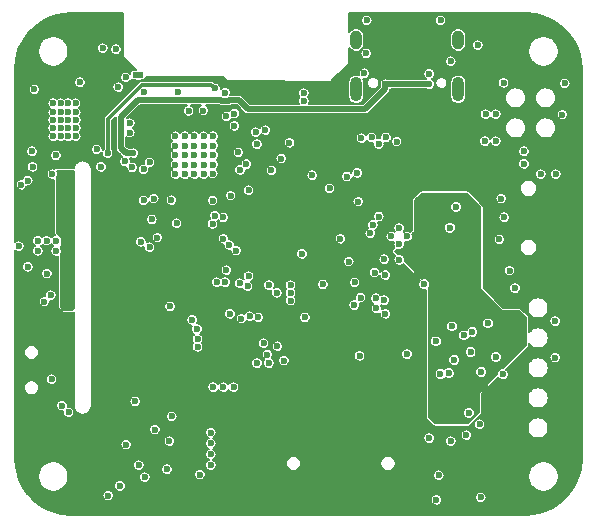
<source format=gbr>
G04 #@! TF.GenerationSoftware,KiCad,Pcbnew,5.0.2-bee76a0~70~ubuntu18.04.1*
G04 #@! TF.CreationDate,2019-03-04T23:14:38+01:00*
G04 #@! TF.ProjectId,anotterwatch,616e6f74-7465-4727-9761-7463682e6b69,rev?*
G04 #@! TF.SameCoordinates,Original*
G04 #@! TF.FileFunction,Copper,L3,Inr*
G04 #@! TF.FilePolarity,Positive*
%FSLAX46Y46*%
G04 Gerber Fmt 4.6, Leading zero omitted, Abs format (unit mm)*
G04 Created by KiCad (PCBNEW 5.0.2-bee76a0~70~ubuntu18.04.1) date Mo 04 Mär 2019 23:14:38 CET*
%MOMM*%
%LPD*%
G01*
G04 APERTURE LIST*
G04 #@! TA.AperFunction,ViaPad*
%ADD10O,1.000000X2.100000*%
G04 #@! TD*
G04 #@! TA.AperFunction,ViaPad*
%ADD11O,1.000000X1.600000*%
G04 #@! TD*
G04 #@! TA.AperFunction,ViaPad*
%ADD12R,0.900000X0.500000*%
G04 #@! TD*
G04 #@! TA.AperFunction,ViaPad*
%ADD13C,0.600000*%
G04 #@! TD*
G04 #@! TA.AperFunction,Conductor*
%ADD14C,0.500000*%
G04 #@! TD*
G04 #@! TA.AperFunction,Conductor*
%ADD15C,0.300000*%
G04 #@! TD*
G04 #@! TA.AperFunction,Conductor*
%ADD16C,0.127000*%
G04 #@! TD*
G04 #@! TA.AperFunction,Conductor*
%ADD17C,0.150000*%
G04 #@! TD*
G04 APERTURE END LIST*
D10*
G04 #@! TO.N,GND*
G04 #@! TO.C,J4*
X107160600Y-75221500D03*
X115800600Y-75221500D03*
D11*
X107160600Y-71041500D03*
X115800600Y-71041500D03*
G04 #@! TD*
D12*
G04 #@! TO.N,GND*
G04 #@! TO.C,AE1*
X88679600Y-74015600D03*
G04 #@! TD*
D13*
G04 #@! TO.N,PROBE1*
X115265200Y-95300800D03*
X116298130Y-96062800D03*
G04 #@! TO.N,GNDA*
X112522000Y-85648800D03*
X112776000Y-87630000D03*
X115265200Y-87630000D03*
X112217200Y-89154000D03*
X119684800Y-94494000D03*
X116789200Y-100939600D03*
X113741200Y-102463600D03*
X115569375Y-86005025D03*
G04 #@! TO.N,ADC_REF*
X116687600Y-102616000D03*
X120142000Y-90576400D03*
G04 #@! TO.N,AFE_ENABLE*
X116992400Y-95758000D03*
X115073259Y-86928795D03*
X107028041Y-91572506D03*
X106982600Y-93492507D03*
X108864400Y-93776800D03*
X106527600Y-89814400D03*
X98044000Y-91033600D03*
G04 #@! TO.N,SE_ENABLE*
X120599200Y-92049600D03*
X117602000Y-103581194D03*
X97282000Y-91643200D03*
G04 #@! TO.N,GND*
X101600000Y-92456000D03*
X101600000Y-93116400D03*
X99771200Y-91795600D03*
X101600000Y-91795600D03*
X111455200Y-87680800D03*
X110794800Y-88341200D03*
X110794800Y-86969600D03*
X81500000Y-77828400D03*
X82143600Y-77825600D03*
X81500000Y-78488800D03*
X82143600Y-78486000D03*
X83413600Y-78486000D03*
X82753200Y-78486000D03*
X81500000Y-77168000D03*
X82143600Y-77165200D03*
X83413600Y-77165200D03*
X82753200Y-77165200D03*
X83413600Y-77825600D03*
X82753200Y-77825600D03*
X82143600Y-76403200D03*
X82753200Y-76403200D03*
X83413600Y-79197200D03*
X81500000Y-76400000D03*
X81500000Y-79200000D03*
X83400000Y-76400000D03*
X81750000Y-88900000D03*
X81750000Y-88050000D03*
X80200000Y-88050000D03*
X80200000Y-88900000D03*
X79350000Y-82950000D03*
X88679600Y-74015600D03*
X78802010Y-83300000D03*
X80750000Y-93200000D03*
X81300000Y-92650000D03*
X82753200Y-79197200D03*
X82753200Y-79197200D03*
X82143600Y-79197200D03*
X110128410Y-87680800D03*
X80949800Y-88036400D03*
X81737200Y-80822800D03*
X81432400Y-82397600D03*
X78587600Y-88493600D03*
X89853799Y-86234396D03*
X100431600Y-92456000D03*
X118973600Y-77317600D03*
X118110000Y-77317600D03*
X124053600Y-82397600D03*
X122783600Y-82397600D03*
X121361200Y-81534000D03*
X121361200Y-80467200D03*
X118973600Y-79603600D03*
X118059200Y-79603600D03*
X114300000Y-69392800D03*
X108051600Y-69392800D03*
X108000800Y-72186800D03*
X113334800Y-73914000D03*
X107594400Y-79349600D03*
X107848400Y-73863200D03*
X119634000Y-74676000D03*
X110591600Y-79654400D03*
X112877600Y-91735389D03*
X115620800Y-85191600D03*
X102717600Y-75539600D03*
X102717600Y-76200000D03*
X91846400Y-79197200D03*
X92646400Y-79197200D03*
X93446400Y-79197200D03*
X94246400Y-79197200D03*
X95046400Y-79197200D03*
X91846400Y-79997200D03*
X92646400Y-79997200D03*
X93446400Y-79997200D03*
X94246400Y-79997200D03*
X95046400Y-79997200D03*
X91846400Y-80797200D03*
X92646400Y-80797200D03*
X93446400Y-80797200D03*
X94246400Y-80797200D03*
X95046400Y-80797200D03*
X91846400Y-81597200D03*
X92646400Y-81597200D03*
X93446400Y-81597200D03*
X94246400Y-81597200D03*
X95046400Y-81597200D03*
X91846400Y-82397200D03*
X92646400Y-82397200D03*
X93446400Y-82397200D03*
X94246400Y-82397200D03*
X89215000Y-75472190D03*
X87985600Y-78079600D03*
X87985600Y-78892400D03*
X83769200Y-74625200D03*
X85547200Y-81788000D03*
X87579200Y-81330800D03*
X96774000Y-100431600D03*
X95910400Y-100431600D03*
X95046800Y-100431600D03*
X96062800Y-91541600D03*
X94843600Y-107035600D03*
X94843600Y-106121200D03*
X94843600Y-105206800D03*
X93929200Y-107848400D03*
X91135200Y-107391200D03*
X88747600Y-107035600D03*
X91541600Y-102920800D03*
X90119200Y-104038400D03*
X94843600Y-104292400D03*
X93726000Y-96367600D03*
X93726000Y-97028000D03*
X93268800Y-94742000D03*
X107334410Y-84734400D03*
X119594958Y-99353042D03*
X118313200Y-95046800D03*
X111455200Y-97637600D03*
X107442000Y-97790000D03*
X110794800Y-89650977D03*
X109526768Y-93077789D03*
X113334800Y-104749600D03*
X114147600Y-107899200D03*
X114291995Y-99314567D03*
X92100400Y-75472189D03*
X95011273Y-82362073D03*
X95351600Y-91541600D03*
X96164400Y-90525600D03*
X91948000Y-86563200D03*
X105816400Y-87878010D03*
X81364990Y-99771200D03*
G04 #@! TO.N,BUF_ENABLE*
X109626400Y-94234000D03*
X95910400Y-87878010D03*
X97960553Y-91904182D03*
G04 #@! TO.N,MUX_ENABLE*
X115163600Y-105003600D03*
X97434400Y-94640400D03*
X115017190Y-99263200D03*
G04 #@! TO.N,MUX_CH1*
X113893600Y-96570800D03*
X98862407Y-94539628D03*
G04 #@! TO.N,MUX_CH2*
X116484400Y-104495600D03*
X98143262Y-94432969D03*
G04 #@! TO.N,VBUS*
X109626400Y-74777600D03*
X113334800Y-74777600D03*
X87630000Y-80568800D03*
X88290400Y-80619600D03*
X79908400Y-75234800D03*
X85191600Y-80314800D03*
X109067600Y-79857600D03*
X107238800Y-82296000D03*
G04 #@! TO.N,IPS_MOSI*
X91395190Y-93604436D03*
X91503006Y-84607059D03*
G04 #@! TO.N,IPS_LED*
X91338400Y-105003600D03*
X96838634Y-78321564D03*
G04 #@! TO.N,+BATT*
X83000000Y-86950000D03*
X82905600Y-92557600D03*
X82905600Y-93268800D03*
X95199200Y-75148221D03*
X86106000Y-80619608D03*
X82397600Y-82397600D03*
X82448400Y-86512400D03*
G04 #@! TO.N,TXD*
X108458000Y-79298800D03*
X89156113Y-81999345D03*
G04 #@! TO.N,RXD*
X89662000Y-81415379D03*
X109677200Y-79298800D03*
G04 #@! TO.N,BTN_UP*
X119278400Y-87934800D03*
X96062735Y-75503837D03*
G04 #@! TO.N,BTN_CNTR*
X96843613Y-77274768D03*
X119684800Y-86055200D03*
X100813542Y-81087514D03*
G04 #@! TO.N,BTN_DOWN*
X119430800Y-84480400D03*
X106375200Y-82606790D03*
X94214511Y-77023530D03*
G04 #@! TO.N,ADC_SCK*
X96469200Y-94234000D03*
X108559515Y-86709610D03*
X95181875Y-85917141D03*
G04 #@! TO.N,IPS_DC*
X98653600Y-78841600D03*
X93675200Y-95522210D03*
G04 #@! TO.N,WAKE1*
X96158561Y-77518181D03*
X90322400Y-87782400D03*
G04 #@! TO.N,I2C_SCL*
X124612400Y-77368400D03*
X89154000Y-84632800D03*
X88920145Y-88139031D03*
X108708722Y-90741476D03*
X96418400Y-88411769D03*
G04 #@! TO.N,I2C_SDA*
X90017600Y-84480400D03*
X88188800Y-81838800D03*
X124815600Y-74726800D03*
X89662000Y-88595200D03*
X96995997Y-88881781D03*
X109626400Y-90943022D03*
G04 #@! TO.N,SD_DATA2*
X97180400Y-80568800D03*
X99314000Y-96723200D03*
G04 #@! TO.N,SD_DATA3*
X98044000Y-83769200D03*
X97852798Y-81547178D03*
X100482400Y-96977200D03*
G04 #@! TO.N,SD_CMD*
X97320159Y-82041993D03*
X101041200Y-98196400D03*
X96527149Y-84225593D03*
G04 #@! TO.N,SD_DATA1*
X95003349Y-84636119D03*
X98756166Y-98405590D03*
G04 #@! TO.N,PARTY_ENABLE*
X88442800Y-101650800D03*
X87680800Y-105308400D03*
G04 #@! TO.N,ESP32_DAC*
X99466400Y-78678590D03*
X104901375Y-83617425D03*
G04 #@! TO.N,Net-(D2-Pad1)*
X85699600Y-71729600D03*
X86156800Y-109626400D03*
G04 #@! TO.N,ADC_MISO*
X109073590Y-85998410D03*
X95893487Y-86069575D03*
G04 #@! TO.N,ADC_CS*
X108345263Y-87404335D03*
X94996000Y-86619990D03*
G04 #@! TO.N,ADC_CH_SEL*
X101506349Y-79748051D03*
X109524800Y-89611200D03*
G04 #@! TO.N,Net-(D1-Pad1)*
X117449600Y-71475600D03*
X86817200Y-71831200D03*
G04 #@! TO.N,ESP_ADC*
X92969990Y-77052832D03*
X103428800Y-82499200D03*
G04 #@! TO.N,+3V3*
X80009377Y-90906076D03*
X98644655Y-80576144D03*
X118211600Y-74574400D03*
X88036400Y-79756000D03*
X88803200Y-77267000D03*
X84988400Y-74523600D03*
X84582000Y-105867200D03*
X114147600Y-108661200D03*
X115468400Y-98145600D03*
X117754400Y-99161600D03*
X118465600Y-101142800D03*
X105511600Y-97637600D03*
X106121200Y-91440000D03*
X79502000Y-86360000D03*
X79298800Y-86969600D03*
X88425779Y-87577974D03*
X90677375Y-83363425D03*
X97942400Y-95554800D03*
X93726000Y-98450400D03*
X112725200Y-92557600D03*
X87680800Y-84683600D03*
X115417600Y-106426000D03*
X92228032Y-77052832D03*
X106290621Y-84632800D03*
X91897190Y-88950800D03*
X96457847Y-83501892D03*
X102057200Y-80772000D03*
G04 #@! TO.N,Net-(C28-Pad1)*
X79350000Y-90250000D03*
X80975200Y-90830400D03*
G04 #@! TO.N,Net-(J3-Pad1)*
X124002800Y-94843600D03*
X116840000Y-97485200D03*
X102565200Y-89154000D03*
G04 #@! TO.N,Net-(J3-Pad2)*
X118973600Y-97897600D03*
X104343200Y-91744800D03*
G04 #@! TO.N,Net-(J3-Pad3)*
X124002800Y-97942400D03*
X102819200Y-94538789D03*
G04 #@! TO.N,Net-(C15-Pad1)*
X108818632Y-92913200D03*
X107537610Y-92853528D03*
G04 #@! TO.N,Net-(BT1-Pad1)*
X79705200Y-80467200D03*
X82804000Y-102565200D03*
X82245200Y-102006400D03*
X79756000Y-81788000D03*
G04 #@! TO.N,Net-(D3-Pad1)*
X89255600Y-108051600D03*
X117703600Y-109778800D03*
G04 #@! TO.N,Net-(J1-Pad5)*
X98755200Y-79857596D03*
X99760178Y-98398116D03*
G04 #@! TO.N,Net-(J1-Pad7)*
X99975635Y-82092815D03*
X99629972Y-97682859D03*
G04 #@! TO.N,Net-(C31-Pad1)*
X115163600Y-72847200D03*
X113944400Y-109982000D03*
X87014410Y-75031600D03*
X87642261Y-74206539D03*
X87155123Y-108801791D03*
G04 #@! TD*
D14*
G04 #@! TO.N,VBUS*
X113334800Y-74777600D02*
X109626400Y-74777600D01*
X87680800Y-80619600D02*
X87630000Y-80568800D01*
X88290400Y-80619600D02*
X87680800Y-80619600D01*
X95737774Y-76180838D02*
X95706136Y-76149200D01*
X95706136Y-76149200D02*
X88646000Y-76149200D01*
X97993200Y-76911200D02*
X97231200Y-76149200D01*
X107917064Y-76911200D02*
X97993200Y-76911200D01*
X109626400Y-75201864D02*
X107917064Y-76911200D01*
X96419334Y-76149200D02*
X96387696Y-76180838D01*
X87223600Y-80213200D02*
X87579200Y-80568800D01*
X96387696Y-76180838D02*
X95737774Y-76180838D01*
X87223600Y-77571600D02*
X87223600Y-80213200D01*
X109626400Y-74777600D02*
X109626400Y-75201864D01*
X88646000Y-76149200D02*
X87223600Y-77571600D01*
X97231200Y-76149200D02*
X96419334Y-76149200D01*
D15*
G04 #@! TO.N,+BATT*
X95199200Y-75148221D02*
X94899201Y-74848222D01*
X88985006Y-74848222D02*
X86106000Y-77727228D01*
X86106000Y-77727228D02*
X86106000Y-80195344D01*
X94899201Y-74848222D02*
X88985006Y-74848222D01*
X86106000Y-80195344D02*
X86106000Y-80619608D01*
G04 #@! TD*
D16*
G04 #@! TO.N,+BATT*
G36*
X83234501Y-93764497D02*
X83133298Y-93865700D01*
X82373102Y-93865700D01*
X82156557Y-93649155D01*
X82200913Y-89093136D01*
X82221650Y-89043073D01*
X82240500Y-88948310D01*
X82240500Y-88851690D01*
X82221650Y-88756927D01*
X82204588Y-88715735D01*
X82209388Y-88222676D01*
X82221650Y-88193073D01*
X82240500Y-88098310D01*
X82240500Y-88001690D01*
X82221650Y-87906927D01*
X82212673Y-87885254D01*
X82213497Y-87800618D01*
X82212398Y-87788219D01*
X82208900Y-87776272D01*
X82203139Y-87765237D01*
X82194901Y-87755099D01*
X81813500Y-87373698D01*
X81813500Y-83600000D01*
X81813496Y-83599294D01*
X81803722Y-82719949D01*
X81813396Y-82710275D01*
X81867075Y-82629939D01*
X81904050Y-82540673D01*
X81922900Y-82445910D01*
X81922900Y-82349290D01*
X81904050Y-82254527D01*
X81867075Y-82165261D01*
X81827144Y-82105500D01*
X83234500Y-82105500D01*
X83234501Y-93764497D01*
X83234501Y-93764497D01*
G37*
X83234501Y-93764497D02*
X83133298Y-93865700D01*
X82373102Y-93865700D01*
X82156557Y-93649155D01*
X82200913Y-89093136D01*
X82221650Y-89043073D01*
X82240500Y-88948310D01*
X82240500Y-88851690D01*
X82221650Y-88756927D01*
X82204588Y-88715735D01*
X82209388Y-88222676D01*
X82221650Y-88193073D01*
X82240500Y-88098310D01*
X82240500Y-88001690D01*
X82221650Y-87906927D01*
X82212673Y-87885254D01*
X82213497Y-87800618D01*
X82212398Y-87788219D01*
X82208900Y-87776272D01*
X82203139Y-87765237D01*
X82194901Y-87755099D01*
X81813500Y-87373698D01*
X81813500Y-83600000D01*
X81813496Y-83599294D01*
X81803722Y-82719949D01*
X81813396Y-82710275D01*
X81867075Y-82629939D01*
X81904050Y-82540673D01*
X81922900Y-82445910D01*
X81922900Y-82349290D01*
X81904050Y-82254527D01*
X81867075Y-82165261D01*
X81827144Y-82105500D01*
X83234500Y-82105500D01*
X83234501Y-93764497D01*
D17*
G04 #@! TO.N,GNDA*
G36*
X117679400Y-85221735D02*
X117679400Y-92151200D01*
X117685109Y-92179901D01*
X117701367Y-92204233D01*
X119479367Y-93982233D01*
X119503699Y-93998491D01*
X119532400Y-94004200D01*
X120974534Y-94004200D01*
X121540200Y-94569866D01*
X121540200Y-96895334D01*
X119584492Y-98851042D01*
X119495104Y-98851042D01*
X119310598Y-98927467D01*
X119169383Y-99068682D01*
X119092958Y-99253188D01*
X119092958Y-99342576D01*
X117599767Y-100835767D01*
X117583509Y-100860099D01*
X117577800Y-100888800D01*
X117577800Y-102534134D01*
X116605734Y-103506200D01*
X113823066Y-103506200D01*
X113308200Y-102991334D01*
X113308200Y-102516146D01*
X116185600Y-102516146D01*
X116185600Y-102715854D01*
X116262025Y-102900360D01*
X116403240Y-103041575D01*
X116587746Y-103118000D01*
X116787454Y-103118000D01*
X116971960Y-103041575D01*
X117113175Y-102900360D01*
X117189600Y-102715854D01*
X117189600Y-102516146D01*
X117113175Y-102331640D01*
X116971960Y-102190425D01*
X116787454Y-102114000D01*
X116587746Y-102114000D01*
X116403240Y-102190425D01*
X116262025Y-102331640D01*
X116185600Y-102516146D01*
X113308200Y-102516146D01*
X113308200Y-99214713D01*
X113789995Y-99214713D01*
X113789995Y-99414421D01*
X113866420Y-99598927D01*
X114007635Y-99740142D01*
X114192141Y-99816567D01*
X114391849Y-99816567D01*
X114576355Y-99740142D01*
X114680276Y-99636221D01*
X114732830Y-99688775D01*
X114917336Y-99765200D01*
X115117044Y-99765200D01*
X115301550Y-99688775D01*
X115442765Y-99547560D01*
X115519190Y-99363054D01*
X115519190Y-99163346D01*
X115477106Y-99061746D01*
X117252400Y-99061746D01*
X117252400Y-99261454D01*
X117328825Y-99445960D01*
X117470040Y-99587175D01*
X117654546Y-99663600D01*
X117854254Y-99663600D01*
X118038760Y-99587175D01*
X118179975Y-99445960D01*
X118256400Y-99261454D01*
X118256400Y-99061746D01*
X118179975Y-98877240D01*
X118038760Y-98736025D01*
X117854254Y-98659600D01*
X117654546Y-98659600D01*
X117470040Y-98736025D01*
X117328825Y-98877240D01*
X117252400Y-99061746D01*
X115477106Y-99061746D01*
X115442765Y-98978840D01*
X115301550Y-98837625D01*
X115117044Y-98761200D01*
X114917336Y-98761200D01*
X114732830Y-98837625D01*
X114628909Y-98941546D01*
X114576355Y-98888992D01*
X114391849Y-98812567D01*
X114192141Y-98812567D01*
X114007635Y-98888992D01*
X113866420Y-99030207D01*
X113789995Y-99214713D01*
X113308200Y-99214713D01*
X113308200Y-98045746D01*
X114966400Y-98045746D01*
X114966400Y-98245454D01*
X115042825Y-98429960D01*
X115184040Y-98571175D01*
X115368546Y-98647600D01*
X115568254Y-98647600D01*
X115752760Y-98571175D01*
X115893975Y-98429960D01*
X115970400Y-98245454D01*
X115970400Y-98045746D01*
X115893975Y-97861240D01*
X115752760Y-97720025D01*
X115568254Y-97643600D01*
X115368546Y-97643600D01*
X115184040Y-97720025D01*
X115042825Y-97861240D01*
X114966400Y-98045746D01*
X113308200Y-98045746D01*
X113308200Y-97385346D01*
X116338000Y-97385346D01*
X116338000Y-97585054D01*
X116414425Y-97769560D01*
X116555640Y-97910775D01*
X116740146Y-97987200D01*
X116939854Y-97987200D01*
X117124360Y-97910775D01*
X117237389Y-97797746D01*
X118471600Y-97797746D01*
X118471600Y-97997454D01*
X118548025Y-98181960D01*
X118689240Y-98323175D01*
X118873746Y-98399600D01*
X119073454Y-98399600D01*
X119257960Y-98323175D01*
X119399175Y-98181960D01*
X119475600Y-97997454D01*
X119475600Y-97797746D01*
X119399175Y-97613240D01*
X119257960Y-97472025D01*
X119073454Y-97395600D01*
X118873746Y-97395600D01*
X118689240Y-97472025D01*
X118548025Y-97613240D01*
X118471600Y-97797746D01*
X117237389Y-97797746D01*
X117265575Y-97769560D01*
X117342000Y-97585054D01*
X117342000Y-97385346D01*
X117265575Y-97200840D01*
X117124360Y-97059625D01*
X116939854Y-96983200D01*
X116740146Y-96983200D01*
X116555640Y-97059625D01*
X116414425Y-97200840D01*
X116338000Y-97385346D01*
X113308200Y-97385346D01*
X113308200Y-96470946D01*
X113391600Y-96470946D01*
X113391600Y-96670654D01*
X113468025Y-96855160D01*
X113609240Y-96996375D01*
X113793746Y-97072800D01*
X113993454Y-97072800D01*
X114177960Y-96996375D01*
X114319175Y-96855160D01*
X114395600Y-96670654D01*
X114395600Y-96470946D01*
X114319175Y-96286440D01*
X114177960Y-96145225D01*
X113993454Y-96068800D01*
X113793746Y-96068800D01*
X113609240Y-96145225D01*
X113468025Y-96286440D01*
X113391600Y-96470946D01*
X113308200Y-96470946D01*
X113308200Y-95962946D01*
X115796130Y-95962946D01*
X115796130Y-96162654D01*
X115872555Y-96347160D01*
X116013770Y-96488375D01*
X116198276Y-96564800D01*
X116397984Y-96564800D01*
X116582490Y-96488375D01*
X116723705Y-96347160D01*
X116779247Y-96213070D01*
X116892546Y-96260000D01*
X117092254Y-96260000D01*
X117276760Y-96183575D01*
X117417975Y-96042360D01*
X117494400Y-95857854D01*
X117494400Y-95658146D01*
X117417975Y-95473640D01*
X117276760Y-95332425D01*
X117092254Y-95256000D01*
X116892546Y-95256000D01*
X116708040Y-95332425D01*
X116566825Y-95473640D01*
X116511283Y-95607730D01*
X116397984Y-95560800D01*
X116198276Y-95560800D01*
X116013770Y-95637225D01*
X115872555Y-95778440D01*
X115796130Y-95962946D01*
X113308200Y-95962946D01*
X113308200Y-95200946D01*
X114763200Y-95200946D01*
X114763200Y-95400654D01*
X114839625Y-95585160D01*
X114980840Y-95726375D01*
X115165346Y-95802800D01*
X115365054Y-95802800D01*
X115549560Y-95726375D01*
X115690775Y-95585160D01*
X115767200Y-95400654D01*
X115767200Y-95200946D01*
X115690775Y-95016440D01*
X115621281Y-94946946D01*
X117811200Y-94946946D01*
X117811200Y-95146654D01*
X117887625Y-95331160D01*
X118028840Y-95472375D01*
X118213346Y-95548800D01*
X118413054Y-95548800D01*
X118597560Y-95472375D01*
X118738775Y-95331160D01*
X118815200Y-95146654D01*
X118815200Y-94946946D01*
X118738775Y-94762440D01*
X118597560Y-94621225D01*
X118413054Y-94544800D01*
X118213346Y-94544800D01*
X118028840Y-94621225D01*
X117887625Y-94762440D01*
X117811200Y-94946946D01*
X115621281Y-94946946D01*
X115549560Y-94875225D01*
X115365054Y-94798800D01*
X115165346Y-94798800D01*
X114980840Y-94875225D01*
X114839625Y-95016440D01*
X114763200Y-95200946D01*
X113308200Y-95200946D01*
X113308200Y-92007618D01*
X113379600Y-91835243D01*
X113379600Y-91635535D01*
X113303175Y-91451029D01*
X113161960Y-91309814D01*
X112977454Y-91233389D01*
X112777746Y-91233389D01*
X112741336Y-91248470D01*
X111281246Y-89788380D01*
X111296800Y-89750831D01*
X111296800Y-89551123D01*
X111220375Y-89366617D01*
X111079160Y-89225402D01*
X110894654Y-89148977D01*
X110694946Y-89148977D01*
X110657397Y-89164531D01*
X110443666Y-88950800D01*
X110593349Y-88801117D01*
X110694946Y-88843200D01*
X110894654Y-88843200D01*
X111079160Y-88766775D01*
X111220375Y-88625560D01*
X111296800Y-88441054D01*
X111296800Y-88241346D01*
X111255402Y-88141402D01*
X111355346Y-88182800D01*
X111555054Y-88182800D01*
X111739560Y-88106375D01*
X111880775Y-87965160D01*
X111957200Y-87780654D01*
X111957200Y-87580946D01*
X111915117Y-87479349D01*
X112117833Y-87276633D01*
X112134091Y-87252301D01*
X112139800Y-87223600D01*
X112139800Y-86828941D01*
X114571259Y-86828941D01*
X114571259Y-87028649D01*
X114647684Y-87213155D01*
X114788899Y-87354370D01*
X114973405Y-87430795D01*
X115173113Y-87430795D01*
X115357619Y-87354370D01*
X115498834Y-87213155D01*
X115575259Y-87028649D01*
X115575259Y-86828941D01*
X115498834Y-86644435D01*
X115357619Y-86503220D01*
X115173113Y-86426795D01*
X114973405Y-86426795D01*
X114788899Y-86503220D01*
X114647684Y-86644435D01*
X114571259Y-86828941D01*
X112139800Y-86828941D01*
X112139800Y-85091746D01*
X115118800Y-85091746D01*
X115118800Y-85291454D01*
X115195225Y-85475960D01*
X115336440Y-85617175D01*
X115520946Y-85693600D01*
X115720654Y-85693600D01*
X115905160Y-85617175D01*
X116046375Y-85475960D01*
X116122800Y-85291454D01*
X116122800Y-85091746D01*
X116046375Y-84907240D01*
X115905160Y-84766025D01*
X115720654Y-84689600D01*
X115520946Y-84689600D01*
X115336440Y-84766025D01*
X115195225Y-84907240D01*
X115118800Y-85091746D01*
X112139800Y-85091746D01*
X112139800Y-84564193D01*
X112703574Y-84047400D01*
X116553995Y-84047400D01*
X117679400Y-85221735D01*
X117679400Y-85221735D01*
G37*
X117679400Y-85221735D02*
X117679400Y-92151200D01*
X117685109Y-92179901D01*
X117701367Y-92204233D01*
X119479367Y-93982233D01*
X119503699Y-93998491D01*
X119532400Y-94004200D01*
X120974534Y-94004200D01*
X121540200Y-94569866D01*
X121540200Y-96895334D01*
X119584492Y-98851042D01*
X119495104Y-98851042D01*
X119310598Y-98927467D01*
X119169383Y-99068682D01*
X119092958Y-99253188D01*
X119092958Y-99342576D01*
X117599767Y-100835767D01*
X117583509Y-100860099D01*
X117577800Y-100888800D01*
X117577800Y-102534134D01*
X116605734Y-103506200D01*
X113823066Y-103506200D01*
X113308200Y-102991334D01*
X113308200Y-102516146D01*
X116185600Y-102516146D01*
X116185600Y-102715854D01*
X116262025Y-102900360D01*
X116403240Y-103041575D01*
X116587746Y-103118000D01*
X116787454Y-103118000D01*
X116971960Y-103041575D01*
X117113175Y-102900360D01*
X117189600Y-102715854D01*
X117189600Y-102516146D01*
X117113175Y-102331640D01*
X116971960Y-102190425D01*
X116787454Y-102114000D01*
X116587746Y-102114000D01*
X116403240Y-102190425D01*
X116262025Y-102331640D01*
X116185600Y-102516146D01*
X113308200Y-102516146D01*
X113308200Y-99214713D01*
X113789995Y-99214713D01*
X113789995Y-99414421D01*
X113866420Y-99598927D01*
X114007635Y-99740142D01*
X114192141Y-99816567D01*
X114391849Y-99816567D01*
X114576355Y-99740142D01*
X114680276Y-99636221D01*
X114732830Y-99688775D01*
X114917336Y-99765200D01*
X115117044Y-99765200D01*
X115301550Y-99688775D01*
X115442765Y-99547560D01*
X115519190Y-99363054D01*
X115519190Y-99163346D01*
X115477106Y-99061746D01*
X117252400Y-99061746D01*
X117252400Y-99261454D01*
X117328825Y-99445960D01*
X117470040Y-99587175D01*
X117654546Y-99663600D01*
X117854254Y-99663600D01*
X118038760Y-99587175D01*
X118179975Y-99445960D01*
X118256400Y-99261454D01*
X118256400Y-99061746D01*
X118179975Y-98877240D01*
X118038760Y-98736025D01*
X117854254Y-98659600D01*
X117654546Y-98659600D01*
X117470040Y-98736025D01*
X117328825Y-98877240D01*
X117252400Y-99061746D01*
X115477106Y-99061746D01*
X115442765Y-98978840D01*
X115301550Y-98837625D01*
X115117044Y-98761200D01*
X114917336Y-98761200D01*
X114732830Y-98837625D01*
X114628909Y-98941546D01*
X114576355Y-98888992D01*
X114391849Y-98812567D01*
X114192141Y-98812567D01*
X114007635Y-98888992D01*
X113866420Y-99030207D01*
X113789995Y-99214713D01*
X113308200Y-99214713D01*
X113308200Y-98045746D01*
X114966400Y-98045746D01*
X114966400Y-98245454D01*
X115042825Y-98429960D01*
X115184040Y-98571175D01*
X115368546Y-98647600D01*
X115568254Y-98647600D01*
X115752760Y-98571175D01*
X115893975Y-98429960D01*
X115970400Y-98245454D01*
X115970400Y-98045746D01*
X115893975Y-97861240D01*
X115752760Y-97720025D01*
X115568254Y-97643600D01*
X115368546Y-97643600D01*
X115184040Y-97720025D01*
X115042825Y-97861240D01*
X114966400Y-98045746D01*
X113308200Y-98045746D01*
X113308200Y-97385346D01*
X116338000Y-97385346D01*
X116338000Y-97585054D01*
X116414425Y-97769560D01*
X116555640Y-97910775D01*
X116740146Y-97987200D01*
X116939854Y-97987200D01*
X117124360Y-97910775D01*
X117237389Y-97797746D01*
X118471600Y-97797746D01*
X118471600Y-97997454D01*
X118548025Y-98181960D01*
X118689240Y-98323175D01*
X118873746Y-98399600D01*
X119073454Y-98399600D01*
X119257960Y-98323175D01*
X119399175Y-98181960D01*
X119475600Y-97997454D01*
X119475600Y-97797746D01*
X119399175Y-97613240D01*
X119257960Y-97472025D01*
X119073454Y-97395600D01*
X118873746Y-97395600D01*
X118689240Y-97472025D01*
X118548025Y-97613240D01*
X118471600Y-97797746D01*
X117237389Y-97797746D01*
X117265575Y-97769560D01*
X117342000Y-97585054D01*
X117342000Y-97385346D01*
X117265575Y-97200840D01*
X117124360Y-97059625D01*
X116939854Y-96983200D01*
X116740146Y-96983200D01*
X116555640Y-97059625D01*
X116414425Y-97200840D01*
X116338000Y-97385346D01*
X113308200Y-97385346D01*
X113308200Y-96470946D01*
X113391600Y-96470946D01*
X113391600Y-96670654D01*
X113468025Y-96855160D01*
X113609240Y-96996375D01*
X113793746Y-97072800D01*
X113993454Y-97072800D01*
X114177960Y-96996375D01*
X114319175Y-96855160D01*
X114395600Y-96670654D01*
X114395600Y-96470946D01*
X114319175Y-96286440D01*
X114177960Y-96145225D01*
X113993454Y-96068800D01*
X113793746Y-96068800D01*
X113609240Y-96145225D01*
X113468025Y-96286440D01*
X113391600Y-96470946D01*
X113308200Y-96470946D01*
X113308200Y-95962946D01*
X115796130Y-95962946D01*
X115796130Y-96162654D01*
X115872555Y-96347160D01*
X116013770Y-96488375D01*
X116198276Y-96564800D01*
X116397984Y-96564800D01*
X116582490Y-96488375D01*
X116723705Y-96347160D01*
X116779247Y-96213070D01*
X116892546Y-96260000D01*
X117092254Y-96260000D01*
X117276760Y-96183575D01*
X117417975Y-96042360D01*
X117494400Y-95857854D01*
X117494400Y-95658146D01*
X117417975Y-95473640D01*
X117276760Y-95332425D01*
X117092254Y-95256000D01*
X116892546Y-95256000D01*
X116708040Y-95332425D01*
X116566825Y-95473640D01*
X116511283Y-95607730D01*
X116397984Y-95560800D01*
X116198276Y-95560800D01*
X116013770Y-95637225D01*
X115872555Y-95778440D01*
X115796130Y-95962946D01*
X113308200Y-95962946D01*
X113308200Y-95200946D01*
X114763200Y-95200946D01*
X114763200Y-95400654D01*
X114839625Y-95585160D01*
X114980840Y-95726375D01*
X115165346Y-95802800D01*
X115365054Y-95802800D01*
X115549560Y-95726375D01*
X115690775Y-95585160D01*
X115767200Y-95400654D01*
X115767200Y-95200946D01*
X115690775Y-95016440D01*
X115621281Y-94946946D01*
X117811200Y-94946946D01*
X117811200Y-95146654D01*
X117887625Y-95331160D01*
X118028840Y-95472375D01*
X118213346Y-95548800D01*
X118413054Y-95548800D01*
X118597560Y-95472375D01*
X118738775Y-95331160D01*
X118815200Y-95146654D01*
X118815200Y-94946946D01*
X118738775Y-94762440D01*
X118597560Y-94621225D01*
X118413054Y-94544800D01*
X118213346Y-94544800D01*
X118028840Y-94621225D01*
X117887625Y-94762440D01*
X117811200Y-94946946D01*
X115621281Y-94946946D01*
X115549560Y-94875225D01*
X115365054Y-94798800D01*
X115165346Y-94798800D01*
X114980840Y-94875225D01*
X114839625Y-95016440D01*
X114763200Y-95200946D01*
X113308200Y-95200946D01*
X113308200Y-92007618D01*
X113379600Y-91835243D01*
X113379600Y-91635535D01*
X113303175Y-91451029D01*
X113161960Y-91309814D01*
X112977454Y-91233389D01*
X112777746Y-91233389D01*
X112741336Y-91248470D01*
X111281246Y-89788380D01*
X111296800Y-89750831D01*
X111296800Y-89551123D01*
X111220375Y-89366617D01*
X111079160Y-89225402D01*
X110894654Y-89148977D01*
X110694946Y-89148977D01*
X110657397Y-89164531D01*
X110443666Y-88950800D01*
X110593349Y-88801117D01*
X110694946Y-88843200D01*
X110894654Y-88843200D01*
X111079160Y-88766775D01*
X111220375Y-88625560D01*
X111296800Y-88441054D01*
X111296800Y-88241346D01*
X111255402Y-88141402D01*
X111355346Y-88182800D01*
X111555054Y-88182800D01*
X111739560Y-88106375D01*
X111880775Y-87965160D01*
X111957200Y-87780654D01*
X111957200Y-87580946D01*
X111915117Y-87479349D01*
X112117833Y-87276633D01*
X112134091Y-87252301D01*
X112139800Y-87223600D01*
X112139800Y-86828941D01*
X114571259Y-86828941D01*
X114571259Y-87028649D01*
X114647684Y-87213155D01*
X114788899Y-87354370D01*
X114973405Y-87430795D01*
X115173113Y-87430795D01*
X115357619Y-87354370D01*
X115498834Y-87213155D01*
X115575259Y-87028649D01*
X115575259Y-86828941D01*
X115498834Y-86644435D01*
X115357619Y-86503220D01*
X115173113Y-86426795D01*
X114973405Y-86426795D01*
X114788899Y-86503220D01*
X114647684Y-86644435D01*
X114571259Y-86828941D01*
X112139800Y-86828941D01*
X112139800Y-85091746D01*
X115118800Y-85091746D01*
X115118800Y-85291454D01*
X115195225Y-85475960D01*
X115336440Y-85617175D01*
X115520946Y-85693600D01*
X115720654Y-85693600D01*
X115905160Y-85617175D01*
X116046375Y-85475960D01*
X116122800Y-85291454D01*
X116122800Y-85091746D01*
X116046375Y-84907240D01*
X115905160Y-84766025D01*
X115720654Y-84689600D01*
X115520946Y-84689600D01*
X115336440Y-84766025D01*
X115195225Y-84907240D01*
X115118800Y-85091746D01*
X112139800Y-85091746D01*
X112139800Y-84564193D01*
X112703574Y-84047400D01*
X116553995Y-84047400D01*
X117679400Y-85221735D01*
D16*
G04 #@! TO.N,+3V3*
G36*
X87436500Y-72500000D02*
X87441611Y-72524959D01*
X87455607Y-72545404D01*
X88494626Y-73561306D01*
X88463547Y-73574179D01*
X88229600Y-73574179D01*
X88192256Y-73577857D01*
X88156346Y-73588750D01*
X88123252Y-73606439D01*
X88094245Y-73630245D01*
X88070439Y-73659252D01*
X88052750Y-73692346D01*
X88041857Y-73728256D01*
X88038179Y-73765600D01*
X88038179Y-73916196D01*
X88023257Y-73893864D01*
X87954936Y-73825543D01*
X87874600Y-73771864D01*
X87785334Y-73734889D01*
X87690571Y-73716039D01*
X87593951Y-73716039D01*
X87499188Y-73734889D01*
X87409922Y-73771864D01*
X87329586Y-73825543D01*
X87261265Y-73893864D01*
X87207586Y-73974200D01*
X87170611Y-74063466D01*
X87151761Y-74158229D01*
X87151761Y-74254849D01*
X87170611Y-74349612D01*
X87207586Y-74438878D01*
X87261265Y-74519214D01*
X87329586Y-74587535D01*
X87409922Y-74641214D01*
X87499188Y-74678189D01*
X87593951Y-74697039D01*
X87690571Y-74697039D01*
X87785334Y-74678189D01*
X87874600Y-74641214D01*
X87954936Y-74587535D01*
X88023257Y-74519214D01*
X88076936Y-74438878D01*
X88093181Y-74399659D01*
X88094245Y-74400955D01*
X88123252Y-74424761D01*
X88156346Y-74442450D01*
X88192256Y-74453343D01*
X88229600Y-74457021D01*
X88463547Y-74457021D01*
X88536527Y-74487250D01*
X88631290Y-74506100D01*
X88727910Y-74506100D01*
X88822673Y-74487250D01*
X88895653Y-74457021D01*
X89129600Y-74457021D01*
X89166944Y-74453343D01*
X89202854Y-74442450D01*
X89235948Y-74424761D01*
X89264955Y-74400955D01*
X89288761Y-74371948D01*
X89306450Y-74338854D01*
X89317343Y-74302944D01*
X89321021Y-74265600D01*
X89321021Y-74180700D01*
X95884098Y-74180700D01*
X96221099Y-74517701D01*
X96242439Y-74531767D01*
X96266799Y-74536295D01*
X97204254Y-74524502D01*
X104999682Y-74563499D01*
X105024300Y-74558666D01*
X105044901Y-74544901D01*
X106544901Y-73044901D01*
X106558666Y-73024300D01*
X106563500Y-73000000D01*
X106563500Y-72798890D01*
X114673100Y-72798890D01*
X114673100Y-72895510D01*
X114691950Y-72990273D01*
X114728925Y-73079539D01*
X114782604Y-73159875D01*
X114850925Y-73228196D01*
X114931261Y-73281875D01*
X115020527Y-73318850D01*
X115115290Y-73337700D01*
X115211910Y-73337700D01*
X115306673Y-73318850D01*
X115395939Y-73281875D01*
X115476275Y-73228196D01*
X115544596Y-73159875D01*
X115598275Y-73079539D01*
X115635250Y-72990273D01*
X115654100Y-72895510D01*
X115654100Y-72798890D01*
X115635250Y-72704127D01*
X115598275Y-72614861D01*
X115544596Y-72534525D01*
X115476275Y-72466204D01*
X115395939Y-72412525D01*
X115306673Y-72375550D01*
X115211910Y-72356700D01*
X115115290Y-72356700D01*
X115020527Y-72375550D01*
X114931261Y-72412525D01*
X114850925Y-72466204D01*
X114782604Y-72534525D01*
X114728925Y-72614861D01*
X114691950Y-72704127D01*
X114673100Y-72798890D01*
X106563500Y-72798890D01*
X106563500Y-72138490D01*
X107510300Y-72138490D01*
X107510300Y-72235110D01*
X107529150Y-72329873D01*
X107566125Y-72419139D01*
X107619804Y-72499475D01*
X107688125Y-72567796D01*
X107768461Y-72621475D01*
X107857727Y-72658450D01*
X107952490Y-72677300D01*
X108049110Y-72677300D01*
X108143873Y-72658450D01*
X108233139Y-72621475D01*
X108313475Y-72567796D01*
X108381796Y-72499475D01*
X108435475Y-72419139D01*
X108472450Y-72329873D01*
X108491300Y-72235110D01*
X108491300Y-72138490D01*
X108472450Y-72043727D01*
X108435475Y-71954461D01*
X108381796Y-71874125D01*
X108313475Y-71805804D01*
X108233139Y-71752125D01*
X108143873Y-71715150D01*
X108049110Y-71696300D01*
X107952490Y-71696300D01*
X107857727Y-71715150D01*
X107768461Y-71752125D01*
X107688125Y-71805804D01*
X107619804Y-71874125D01*
X107566125Y-71954461D01*
X107529150Y-72043727D01*
X107510300Y-72138490D01*
X106563500Y-72138490D01*
X106563500Y-71689199D01*
X106583693Y-71726977D01*
X106669981Y-71832120D01*
X106775124Y-71918408D01*
X106895080Y-71982525D01*
X107025239Y-72022009D01*
X107160600Y-72035341D01*
X107295962Y-72022009D01*
X107426121Y-71982525D01*
X107546077Y-71918408D01*
X107651220Y-71832120D01*
X107737508Y-71726977D01*
X107801625Y-71607021D01*
X107841109Y-71476862D01*
X107851100Y-71375422D01*
X107851100Y-70707579D01*
X115110100Y-70707579D01*
X115110100Y-71375422D01*
X115120091Y-71476862D01*
X115159575Y-71607021D01*
X115223693Y-71726977D01*
X115309981Y-71832120D01*
X115415124Y-71918408D01*
X115535080Y-71982525D01*
X115665239Y-72022009D01*
X115800600Y-72035341D01*
X115935962Y-72022009D01*
X116066121Y-71982525D01*
X116186077Y-71918408D01*
X116291220Y-71832120D01*
X116377508Y-71726977D01*
X116441625Y-71607021D01*
X116481109Y-71476862D01*
X116485991Y-71427290D01*
X116959100Y-71427290D01*
X116959100Y-71523910D01*
X116977950Y-71618673D01*
X117014925Y-71707939D01*
X117068604Y-71788275D01*
X117136925Y-71856596D01*
X117217261Y-71910275D01*
X117306527Y-71947250D01*
X117401290Y-71966100D01*
X117497910Y-71966100D01*
X117592673Y-71947250D01*
X117681939Y-71910275D01*
X117737878Y-71872897D01*
X121709500Y-71872897D01*
X121709500Y-72127103D01*
X121759093Y-72376425D01*
X121856374Y-72611281D01*
X121997603Y-72822646D01*
X122177354Y-73002397D01*
X122388719Y-73143626D01*
X122623575Y-73240907D01*
X122872897Y-73290500D01*
X123127103Y-73290500D01*
X123376425Y-73240907D01*
X123611281Y-73143626D01*
X123822646Y-73002397D01*
X124002397Y-72822646D01*
X124143626Y-72611281D01*
X124240907Y-72376425D01*
X124290500Y-72127103D01*
X124290500Y-71872897D01*
X124240907Y-71623575D01*
X124143626Y-71388719D01*
X124002397Y-71177354D01*
X123822646Y-70997603D01*
X123611281Y-70856374D01*
X123376425Y-70759093D01*
X123127103Y-70709500D01*
X122872897Y-70709500D01*
X122623575Y-70759093D01*
X122388719Y-70856374D01*
X122177354Y-70997603D01*
X121997603Y-71177354D01*
X121856374Y-71388719D01*
X121759093Y-71623575D01*
X121709500Y-71872897D01*
X117737878Y-71872897D01*
X117762275Y-71856596D01*
X117830596Y-71788275D01*
X117884275Y-71707939D01*
X117921250Y-71618673D01*
X117940100Y-71523910D01*
X117940100Y-71427290D01*
X117921250Y-71332527D01*
X117884275Y-71243261D01*
X117830596Y-71162925D01*
X117762275Y-71094604D01*
X117681939Y-71040925D01*
X117592673Y-71003950D01*
X117497910Y-70985100D01*
X117401290Y-70985100D01*
X117306527Y-71003950D01*
X117217261Y-71040925D01*
X117136925Y-71094604D01*
X117068604Y-71162925D01*
X117014925Y-71243261D01*
X116977950Y-71332527D01*
X116959100Y-71427290D01*
X116485991Y-71427290D01*
X116491100Y-71375422D01*
X116491100Y-70707578D01*
X116481109Y-70606138D01*
X116441625Y-70475979D01*
X116377508Y-70356023D01*
X116291219Y-70250880D01*
X116186076Y-70164592D01*
X116066120Y-70100475D01*
X115935961Y-70060991D01*
X115800600Y-70047659D01*
X115665238Y-70060991D01*
X115535079Y-70100475D01*
X115415123Y-70164592D01*
X115309980Y-70250881D01*
X115223692Y-70356024D01*
X115159575Y-70475980D01*
X115120091Y-70606139D01*
X115110100Y-70707579D01*
X107851100Y-70707579D01*
X107851100Y-70707578D01*
X107841109Y-70606138D01*
X107801625Y-70475979D01*
X107737508Y-70356023D01*
X107651219Y-70250880D01*
X107546076Y-70164592D01*
X107426120Y-70100475D01*
X107295961Y-70060991D01*
X107160600Y-70047659D01*
X107025238Y-70060991D01*
X106895079Y-70100475D01*
X106775123Y-70164592D01*
X106669980Y-70250881D01*
X106583692Y-70356024D01*
X106563500Y-70393801D01*
X106563500Y-69344490D01*
X107561100Y-69344490D01*
X107561100Y-69441110D01*
X107579950Y-69535873D01*
X107616925Y-69625139D01*
X107670604Y-69705475D01*
X107738925Y-69773796D01*
X107819261Y-69827475D01*
X107908527Y-69864450D01*
X108003290Y-69883300D01*
X108099910Y-69883300D01*
X108194673Y-69864450D01*
X108283939Y-69827475D01*
X108364275Y-69773796D01*
X108432596Y-69705475D01*
X108486275Y-69625139D01*
X108523250Y-69535873D01*
X108542100Y-69441110D01*
X108542100Y-69344490D01*
X113809500Y-69344490D01*
X113809500Y-69441110D01*
X113828350Y-69535873D01*
X113865325Y-69625139D01*
X113919004Y-69705475D01*
X113987325Y-69773796D01*
X114067661Y-69827475D01*
X114156927Y-69864450D01*
X114251690Y-69883300D01*
X114348310Y-69883300D01*
X114443073Y-69864450D01*
X114532339Y-69827475D01*
X114612675Y-69773796D01*
X114680996Y-69705475D01*
X114734675Y-69625139D01*
X114771650Y-69535873D01*
X114790500Y-69441110D01*
X114790500Y-69344490D01*
X114771650Y-69249727D01*
X114734675Y-69160461D01*
X114680996Y-69080125D01*
X114612675Y-69011804D01*
X114532339Y-68958125D01*
X114443073Y-68921150D01*
X114348310Y-68902300D01*
X114251690Y-68902300D01*
X114156927Y-68921150D01*
X114067661Y-68958125D01*
X113987325Y-69011804D01*
X113919004Y-69080125D01*
X113865325Y-69160461D01*
X113828350Y-69249727D01*
X113809500Y-69344490D01*
X108542100Y-69344490D01*
X108523250Y-69249727D01*
X108486275Y-69160461D01*
X108432596Y-69080125D01*
X108364275Y-69011804D01*
X108283939Y-68958125D01*
X108194673Y-68921150D01*
X108099910Y-68902300D01*
X108003290Y-68902300D01*
X107908527Y-68921150D01*
X107819261Y-68958125D01*
X107738925Y-69011804D01*
X107670604Y-69080125D01*
X107616925Y-69160461D01*
X107579950Y-69249727D01*
X107561100Y-69344490D01*
X106563500Y-69344490D01*
X106563500Y-68765500D01*
X121488175Y-68765500D01*
X122338222Y-68841365D01*
X123149948Y-69063428D01*
X123909520Y-69425725D01*
X124592931Y-69916806D01*
X125178578Y-70521147D01*
X125647949Y-71219646D01*
X125986209Y-71990222D01*
X126183156Y-72810565D01*
X126234500Y-73509736D01*
X126234501Y-106488164D01*
X126158635Y-107338222D01*
X125936572Y-108149947D01*
X125574275Y-108909520D01*
X125083196Y-109592927D01*
X124478853Y-110178578D01*
X123780356Y-110647948D01*
X123009777Y-110986210D01*
X122189434Y-111183157D01*
X121490264Y-111234500D01*
X83011825Y-111234500D01*
X82161778Y-111158635D01*
X81350053Y-110936572D01*
X80590480Y-110574275D01*
X79907073Y-110083196D01*
X79417590Y-109578090D01*
X85666300Y-109578090D01*
X85666300Y-109674710D01*
X85685150Y-109769473D01*
X85722125Y-109858739D01*
X85775804Y-109939075D01*
X85844125Y-110007396D01*
X85924461Y-110061075D01*
X86013727Y-110098050D01*
X86108490Y-110116900D01*
X86205110Y-110116900D01*
X86299873Y-110098050D01*
X86389139Y-110061075D01*
X86469475Y-110007396D01*
X86537796Y-109939075D01*
X86541394Y-109933690D01*
X113453900Y-109933690D01*
X113453900Y-110030310D01*
X113472750Y-110125073D01*
X113509725Y-110214339D01*
X113563404Y-110294675D01*
X113631725Y-110362996D01*
X113712061Y-110416675D01*
X113801327Y-110453650D01*
X113896090Y-110472500D01*
X113992710Y-110472500D01*
X114087473Y-110453650D01*
X114176739Y-110416675D01*
X114257075Y-110362996D01*
X114325396Y-110294675D01*
X114379075Y-110214339D01*
X114416050Y-110125073D01*
X114434900Y-110030310D01*
X114434900Y-109933690D01*
X114416050Y-109838927D01*
X114379075Y-109749661D01*
X114366266Y-109730490D01*
X117213100Y-109730490D01*
X117213100Y-109827110D01*
X117231950Y-109921873D01*
X117268925Y-110011139D01*
X117322604Y-110091475D01*
X117390925Y-110159796D01*
X117471261Y-110213475D01*
X117560527Y-110250450D01*
X117655290Y-110269300D01*
X117751910Y-110269300D01*
X117846673Y-110250450D01*
X117935939Y-110213475D01*
X118016275Y-110159796D01*
X118084596Y-110091475D01*
X118138275Y-110011139D01*
X118175250Y-109921873D01*
X118194100Y-109827110D01*
X118194100Y-109730490D01*
X118175250Y-109635727D01*
X118138275Y-109546461D01*
X118084596Y-109466125D01*
X118016275Y-109397804D01*
X117935939Y-109344125D01*
X117846673Y-109307150D01*
X117751910Y-109288300D01*
X117655290Y-109288300D01*
X117560527Y-109307150D01*
X117471261Y-109344125D01*
X117390925Y-109397804D01*
X117322604Y-109466125D01*
X117268925Y-109546461D01*
X117231950Y-109635727D01*
X117213100Y-109730490D01*
X114366266Y-109730490D01*
X114325396Y-109669325D01*
X114257075Y-109601004D01*
X114176739Y-109547325D01*
X114087473Y-109510350D01*
X113992710Y-109491500D01*
X113896090Y-109491500D01*
X113801327Y-109510350D01*
X113712061Y-109547325D01*
X113631725Y-109601004D01*
X113563404Y-109669325D01*
X113509725Y-109749661D01*
X113472750Y-109838927D01*
X113453900Y-109933690D01*
X86541394Y-109933690D01*
X86591475Y-109858739D01*
X86628450Y-109769473D01*
X86647300Y-109674710D01*
X86647300Y-109578090D01*
X86628450Y-109483327D01*
X86591475Y-109394061D01*
X86537796Y-109313725D01*
X86469475Y-109245404D01*
X86389139Y-109191725D01*
X86299873Y-109154750D01*
X86205110Y-109135900D01*
X86108490Y-109135900D01*
X86013727Y-109154750D01*
X85924461Y-109191725D01*
X85844125Y-109245404D01*
X85775804Y-109313725D01*
X85722125Y-109394061D01*
X85685150Y-109483327D01*
X85666300Y-109578090D01*
X79417590Y-109578090D01*
X79321422Y-109478853D01*
X78852052Y-108780356D01*
X78513790Y-108009777D01*
X78480929Y-107872897D01*
X80209500Y-107872897D01*
X80209500Y-108127103D01*
X80259093Y-108376425D01*
X80356374Y-108611281D01*
X80497603Y-108822646D01*
X80677354Y-109002397D01*
X80888719Y-109143626D01*
X81123575Y-109240907D01*
X81372897Y-109290500D01*
X81627103Y-109290500D01*
X81876425Y-109240907D01*
X82111281Y-109143626D01*
X82322646Y-109002397D01*
X82502397Y-108822646D01*
X82548611Y-108753481D01*
X86664623Y-108753481D01*
X86664623Y-108850101D01*
X86683473Y-108944864D01*
X86720448Y-109034130D01*
X86774127Y-109114466D01*
X86842448Y-109182787D01*
X86922784Y-109236466D01*
X87012050Y-109273441D01*
X87106813Y-109292291D01*
X87203433Y-109292291D01*
X87298196Y-109273441D01*
X87387462Y-109236466D01*
X87467798Y-109182787D01*
X87536119Y-109114466D01*
X87589798Y-109034130D01*
X87626773Y-108944864D01*
X87645623Y-108850101D01*
X87645623Y-108753481D01*
X87626773Y-108658718D01*
X87589798Y-108569452D01*
X87536119Y-108489116D01*
X87467798Y-108420795D01*
X87387462Y-108367116D01*
X87298196Y-108330141D01*
X87203433Y-108311291D01*
X87106813Y-108311291D01*
X87012050Y-108330141D01*
X86922784Y-108367116D01*
X86842448Y-108420795D01*
X86774127Y-108489116D01*
X86720448Y-108569452D01*
X86683473Y-108658718D01*
X86664623Y-108753481D01*
X82548611Y-108753481D01*
X82643626Y-108611281D01*
X82740907Y-108376425D01*
X82790500Y-108127103D01*
X82790500Y-108003290D01*
X88765100Y-108003290D01*
X88765100Y-108099910D01*
X88783950Y-108194673D01*
X88820925Y-108283939D01*
X88874604Y-108364275D01*
X88942925Y-108432596D01*
X89023261Y-108486275D01*
X89112527Y-108523250D01*
X89207290Y-108542100D01*
X89303910Y-108542100D01*
X89398673Y-108523250D01*
X89487939Y-108486275D01*
X89568275Y-108432596D01*
X89636596Y-108364275D01*
X89690275Y-108283939D01*
X89727250Y-108194673D01*
X89746100Y-108099910D01*
X89746100Y-108003290D01*
X89727250Y-107908527D01*
X89690275Y-107819261D01*
X89636596Y-107738925D01*
X89568275Y-107670604D01*
X89487939Y-107616925D01*
X89398673Y-107579950D01*
X89303910Y-107561100D01*
X89207290Y-107561100D01*
X89112527Y-107579950D01*
X89023261Y-107616925D01*
X88942925Y-107670604D01*
X88874604Y-107738925D01*
X88820925Y-107819261D01*
X88783950Y-107908527D01*
X88765100Y-108003290D01*
X82790500Y-108003290D01*
X82790500Y-107872897D01*
X82740907Y-107623575D01*
X82643626Y-107388719D01*
X82502397Y-107177354D01*
X82322646Y-106997603D01*
X82307212Y-106987290D01*
X88257100Y-106987290D01*
X88257100Y-107083910D01*
X88275950Y-107178673D01*
X88312925Y-107267939D01*
X88366604Y-107348275D01*
X88434925Y-107416596D01*
X88515261Y-107470275D01*
X88604527Y-107507250D01*
X88699290Y-107526100D01*
X88795910Y-107526100D01*
X88890673Y-107507250D01*
X88979939Y-107470275D01*
X89060275Y-107416596D01*
X89128596Y-107348275D01*
X89132194Y-107342890D01*
X90644700Y-107342890D01*
X90644700Y-107439510D01*
X90663550Y-107534273D01*
X90700525Y-107623539D01*
X90754204Y-107703875D01*
X90822525Y-107772196D01*
X90902861Y-107825875D01*
X90992127Y-107862850D01*
X91086890Y-107881700D01*
X91183510Y-107881700D01*
X91278273Y-107862850D01*
X91367539Y-107825875D01*
X91406128Y-107800090D01*
X93438700Y-107800090D01*
X93438700Y-107896710D01*
X93457550Y-107991473D01*
X93494525Y-108080739D01*
X93548204Y-108161075D01*
X93616525Y-108229396D01*
X93696861Y-108283075D01*
X93786127Y-108320050D01*
X93880890Y-108338900D01*
X93977510Y-108338900D01*
X94072273Y-108320050D01*
X94161539Y-108283075D01*
X94241875Y-108229396D01*
X94310196Y-108161075D01*
X94363875Y-108080739D01*
X94400850Y-107991473D01*
X94419700Y-107896710D01*
X94419700Y-107850890D01*
X113657100Y-107850890D01*
X113657100Y-107947510D01*
X113675950Y-108042273D01*
X113712925Y-108131539D01*
X113766604Y-108211875D01*
X113834925Y-108280196D01*
X113915261Y-108333875D01*
X114004527Y-108370850D01*
X114099290Y-108389700D01*
X114195910Y-108389700D01*
X114290673Y-108370850D01*
X114379939Y-108333875D01*
X114460275Y-108280196D01*
X114528596Y-108211875D01*
X114582275Y-108131539D01*
X114619250Y-108042273D01*
X114638100Y-107947510D01*
X114638100Y-107872897D01*
X121709500Y-107872897D01*
X121709500Y-108127103D01*
X121759093Y-108376425D01*
X121856374Y-108611281D01*
X121997603Y-108822646D01*
X122177354Y-109002397D01*
X122388719Y-109143626D01*
X122623575Y-109240907D01*
X122872897Y-109290500D01*
X123127103Y-109290500D01*
X123376425Y-109240907D01*
X123611281Y-109143626D01*
X123822646Y-109002397D01*
X124002397Y-108822646D01*
X124143626Y-108611281D01*
X124240907Y-108376425D01*
X124290500Y-108127103D01*
X124290500Y-107872897D01*
X124240907Y-107623575D01*
X124143626Y-107388719D01*
X124002397Y-107177354D01*
X123822646Y-106997603D01*
X123611281Y-106856374D01*
X123376425Y-106759093D01*
X123127103Y-106709500D01*
X122872897Y-106709500D01*
X122623575Y-106759093D01*
X122388719Y-106856374D01*
X122177354Y-106997603D01*
X121997603Y-107177354D01*
X121856374Y-107388719D01*
X121759093Y-107623575D01*
X121709500Y-107872897D01*
X114638100Y-107872897D01*
X114638100Y-107850890D01*
X114619250Y-107756127D01*
X114582275Y-107666861D01*
X114528596Y-107586525D01*
X114460275Y-107518204D01*
X114379939Y-107464525D01*
X114290673Y-107427550D01*
X114195910Y-107408700D01*
X114099290Y-107408700D01*
X114004527Y-107427550D01*
X113915261Y-107464525D01*
X113834925Y-107518204D01*
X113766604Y-107586525D01*
X113712925Y-107666861D01*
X113675950Y-107756127D01*
X113657100Y-107850890D01*
X94419700Y-107850890D01*
X94419700Y-107800090D01*
X94400850Y-107705327D01*
X94363875Y-107616061D01*
X94310196Y-107535725D01*
X94241875Y-107467404D01*
X94161539Y-107413725D01*
X94072273Y-107376750D01*
X93977510Y-107357900D01*
X93880890Y-107357900D01*
X93786127Y-107376750D01*
X93696861Y-107413725D01*
X93616525Y-107467404D01*
X93548204Y-107535725D01*
X93494525Y-107616061D01*
X93457550Y-107705327D01*
X93438700Y-107800090D01*
X91406128Y-107800090D01*
X91447875Y-107772196D01*
X91516196Y-107703875D01*
X91569875Y-107623539D01*
X91606850Y-107534273D01*
X91625700Y-107439510D01*
X91625700Y-107342890D01*
X91606850Y-107248127D01*
X91569875Y-107158861D01*
X91516196Y-107078525D01*
X91447875Y-107010204D01*
X91367539Y-106956525D01*
X91278273Y-106919550D01*
X91183510Y-106900700D01*
X91086890Y-106900700D01*
X90992127Y-106919550D01*
X90902861Y-106956525D01*
X90822525Y-107010204D01*
X90754204Y-107078525D01*
X90700525Y-107158861D01*
X90663550Y-107248127D01*
X90644700Y-107342890D01*
X89132194Y-107342890D01*
X89182275Y-107267939D01*
X89219250Y-107178673D01*
X89238100Y-107083910D01*
X89238100Y-106987290D01*
X89219250Y-106892527D01*
X89182275Y-106803261D01*
X89128596Y-106722925D01*
X89060275Y-106654604D01*
X88979939Y-106600925D01*
X88890673Y-106563950D01*
X88795910Y-106545100D01*
X88699290Y-106545100D01*
X88604527Y-106563950D01*
X88515261Y-106600925D01*
X88434925Y-106654604D01*
X88366604Y-106722925D01*
X88312925Y-106803261D01*
X88275950Y-106892527D01*
X88257100Y-106987290D01*
X82307212Y-106987290D01*
X82111281Y-106856374D01*
X81876425Y-106759093D01*
X81627103Y-106709500D01*
X81372897Y-106709500D01*
X81123575Y-106759093D01*
X80888719Y-106856374D01*
X80677354Y-106997603D01*
X80497603Y-107177354D01*
X80356374Y-107388719D01*
X80259093Y-107623575D01*
X80209500Y-107872897D01*
X78480929Y-107872897D01*
X78316843Y-107189434D01*
X78265500Y-106490264D01*
X78265500Y-105260090D01*
X87190300Y-105260090D01*
X87190300Y-105356710D01*
X87209150Y-105451473D01*
X87246125Y-105540739D01*
X87299804Y-105621075D01*
X87368125Y-105689396D01*
X87448461Y-105743075D01*
X87537727Y-105780050D01*
X87632490Y-105798900D01*
X87729110Y-105798900D01*
X87823873Y-105780050D01*
X87913139Y-105743075D01*
X87993475Y-105689396D01*
X88061796Y-105621075D01*
X88115475Y-105540739D01*
X88152450Y-105451473D01*
X88171300Y-105356710D01*
X88171300Y-105260090D01*
X88152450Y-105165327D01*
X88115475Y-105076061D01*
X88061796Y-104995725D01*
X88021361Y-104955290D01*
X90847900Y-104955290D01*
X90847900Y-105051910D01*
X90866750Y-105146673D01*
X90903725Y-105235939D01*
X90957404Y-105316275D01*
X91025725Y-105384596D01*
X91106061Y-105438275D01*
X91195327Y-105475250D01*
X91290090Y-105494100D01*
X91386710Y-105494100D01*
X91481473Y-105475250D01*
X91570739Y-105438275D01*
X91651075Y-105384596D01*
X91719396Y-105316275D01*
X91773075Y-105235939D01*
X91810050Y-105146673D01*
X91828900Y-105051910D01*
X91828900Y-104955290D01*
X91810050Y-104860527D01*
X91773075Y-104771261D01*
X91719396Y-104690925D01*
X91651075Y-104622604D01*
X91570739Y-104568925D01*
X91481473Y-104531950D01*
X91386710Y-104513100D01*
X91290090Y-104513100D01*
X91195327Y-104531950D01*
X91106061Y-104568925D01*
X91025725Y-104622604D01*
X90957404Y-104690925D01*
X90903725Y-104771261D01*
X90866750Y-104860527D01*
X90847900Y-104955290D01*
X88021361Y-104955290D01*
X87993475Y-104927404D01*
X87913139Y-104873725D01*
X87823873Y-104836750D01*
X87729110Y-104817900D01*
X87632490Y-104817900D01*
X87537727Y-104836750D01*
X87448461Y-104873725D01*
X87368125Y-104927404D01*
X87299804Y-104995725D01*
X87246125Y-105076061D01*
X87209150Y-105165327D01*
X87190300Y-105260090D01*
X78265500Y-105260090D01*
X78265500Y-103990090D01*
X89628700Y-103990090D01*
X89628700Y-104086710D01*
X89647550Y-104181473D01*
X89684525Y-104270739D01*
X89738204Y-104351075D01*
X89806525Y-104419396D01*
X89886861Y-104473075D01*
X89976127Y-104510050D01*
X90070890Y-104528900D01*
X90167510Y-104528900D01*
X90262273Y-104510050D01*
X90351539Y-104473075D01*
X90431875Y-104419396D01*
X90500196Y-104351075D01*
X90553875Y-104270739D01*
X90564913Y-104244090D01*
X94353100Y-104244090D01*
X94353100Y-104340710D01*
X94371950Y-104435473D01*
X94408925Y-104524739D01*
X94462604Y-104605075D01*
X94530925Y-104673396D01*
X94611261Y-104727075D01*
X94665641Y-104749600D01*
X94611261Y-104772125D01*
X94530925Y-104825804D01*
X94462604Y-104894125D01*
X94408925Y-104974461D01*
X94371950Y-105063727D01*
X94353100Y-105158490D01*
X94353100Y-105255110D01*
X94371950Y-105349873D01*
X94408925Y-105439139D01*
X94462604Y-105519475D01*
X94530925Y-105587796D01*
X94611261Y-105641475D01*
X94665641Y-105664000D01*
X94611261Y-105686525D01*
X94530925Y-105740204D01*
X94462604Y-105808525D01*
X94408925Y-105888861D01*
X94371950Y-105978127D01*
X94353100Y-106072890D01*
X94353100Y-106169510D01*
X94371950Y-106264273D01*
X94408925Y-106353539D01*
X94462604Y-106433875D01*
X94530925Y-106502196D01*
X94611261Y-106555875D01*
X94665641Y-106578400D01*
X94611261Y-106600925D01*
X94530925Y-106654604D01*
X94462604Y-106722925D01*
X94408925Y-106803261D01*
X94371950Y-106892527D01*
X94353100Y-106987290D01*
X94353100Y-107083910D01*
X94371950Y-107178673D01*
X94408925Y-107267939D01*
X94462604Y-107348275D01*
X94530925Y-107416596D01*
X94611261Y-107470275D01*
X94700527Y-107507250D01*
X94795290Y-107526100D01*
X94891910Y-107526100D01*
X94986673Y-107507250D01*
X95075939Y-107470275D01*
X95156275Y-107416596D01*
X95224596Y-107348275D01*
X95278275Y-107267939D01*
X95315250Y-107178673D01*
X95334100Y-107083910D01*
X95334100Y-106987290D01*
X95315250Y-106892527D01*
X95290973Y-106833916D01*
X101211500Y-106833916D01*
X101211500Y-106960084D01*
X101236114Y-107083827D01*
X101284396Y-107200390D01*
X101354491Y-107305295D01*
X101443705Y-107394509D01*
X101548610Y-107464604D01*
X101665173Y-107512886D01*
X101788916Y-107537500D01*
X101915084Y-107537500D01*
X102038827Y-107512886D01*
X102155390Y-107464604D01*
X102260295Y-107394509D01*
X102349509Y-107305295D01*
X102419604Y-107200390D01*
X102467886Y-107083827D01*
X102492500Y-106960084D01*
X102492500Y-106833916D01*
X109211500Y-106833916D01*
X109211500Y-106960084D01*
X109236114Y-107083827D01*
X109284396Y-107200390D01*
X109354491Y-107305295D01*
X109443705Y-107394509D01*
X109548610Y-107464604D01*
X109665173Y-107512886D01*
X109788916Y-107537500D01*
X109915084Y-107537500D01*
X110038827Y-107512886D01*
X110155390Y-107464604D01*
X110260295Y-107394509D01*
X110349509Y-107305295D01*
X110419604Y-107200390D01*
X110467886Y-107083827D01*
X110492500Y-106960084D01*
X110492500Y-106833916D01*
X110467886Y-106710173D01*
X110419604Y-106593610D01*
X110349509Y-106488705D01*
X110260295Y-106399491D01*
X110155390Y-106329396D01*
X110038827Y-106281114D01*
X109915084Y-106256500D01*
X109788916Y-106256500D01*
X109665173Y-106281114D01*
X109548610Y-106329396D01*
X109443705Y-106399491D01*
X109354491Y-106488705D01*
X109284396Y-106593610D01*
X109236114Y-106710173D01*
X109211500Y-106833916D01*
X102492500Y-106833916D01*
X102467886Y-106710173D01*
X102419604Y-106593610D01*
X102349509Y-106488705D01*
X102260295Y-106399491D01*
X102155390Y-106329396D01*
X102038827Y-106281114D01*
X101915084Y-106256500D01*
X101788916Y-106256500D01*
X101665173Y-106281114D01*
X101548610Y-106329396D01*
X101443705Y-106399491D01*
X101354491Y-106488705D01*
X101284396Y-106593610D01*
X101236114Y-106710173D01*
X101211500Y-106833916D01*
X95290973Y-106833916D01*
X95278275Y-106803261D01*
X95224596Y-106722925D01*
X95156275Y-106654604D01*
X95075939Y-106600925D01*
X95021559Y-106578400D01*
X95075939Y-106555875D01*
X95156275Y-106502196D01*
X95224596Y-106433875D01*
X95278275Y-106353539D01*
X95315250Y-106264273D01*
X95334100Y-106169510D01*
X95334100Y-106072890D01*
X95315250Y-105978127D01*
X95278275Y-105888861D01*
X95224596Y-105808525D01*
X95156275Y-105740204D01*
X95075939Y-105686525D01*
X95021559Y-105664000D01*
X95075939Y-105641475D01*
X95156275Y-105587796D01*
X95224596Y-105519475D01*
X95278275Y-105439139D01*
X95315250Y-105349873D01*
X95334100Y-105255110D01*
X95334100Y-105158490D01*
X95315250Y-105063727D01*
X95278275Y-104974461D01*
X95224596Y-104894125D01*
X95156275Y-104825804D01*
X95075939Y-104772125D01*
X95021559Y-104749600D01*
X95075939Y-104727075D01*
X95114528Y-104701290D01*
X112844300Y-104701290D01*
X112844300Y-104797910D01*
X112863150Y-104892673D01*
X112900125Y-104981939D01*
X112953804Y-105062275D01*
X113022125Y-105130596D01*
X113102461Y-105184275D01*
X113191727Y-105221250D01*
X113286490Y-105240100D01*
X113383110Y-105240100D01*
X113477873Y-105221250D01*
X113567139Y-105184275D01*
X113647475Y-105130596D01*
X113715796Y-105062275D01*
X113769475Y-104981939D01*
X113780513Y-104955290D01*
X114673100Y-104955290D01*
X114673100Y-105051910D01*
X114691950Y-105146673D01*
X114728925Y-105235939D01*
X114782604Y-105316275D01*
X114850925Y-105384596D01*
X114931261Y-105438275D01*
X115020527Y-105475250D01*
X115115290Y-105494100D01*
X115211910Y-105494100D01*
X115306673Y-105475250D01*
X115395939Y-105438275D01*
X115476275Y-105384596D01*
X115544596Y-105316275D01*
X115598275Y-105235939D01*
X115635250Y-105146673D01*
X115654100Y-105051910D01*
X115654100Y-104955290D01*
X115635250Y-104860527D01*
X115598275Y-104771261D01*
X115544596Y-104690925D01*
X115476275Y-104622604D01*
X115395939Y-104568925D01*
X115306673Y-104531950D01*
X115211910Y-104513100D01*
X115115290Y-104513100D01*
X115020527Y-104531950D01*
X114931261Y-104568925D01*
X114850925Y-104622604D01*
X114782604Y-104690925D01*
X114728925Y-104771261D01*
X114691950Y-104860527D01*
X114673100Y-104955290D01*
X113780513Y-104955290D01*
X113806450Y-104892673D01*
X113825300Y-104797910D01*
X113825300Y-104701290D01*
X113806450Y-104606527D01*
X113769475Y-104517261D01*
X113722722Y-104447290D01*
X115993900Y-104447290D01*
X115993900Y-104543910D01*
X116012750Y-104638673D01*
X116049725Y-104727939D01*
X116103404Y-104808275D01*
X116171725Y-104876596D01*
X116252061Y-104930275D01*
X116341327Y-104967250D01*
X116436090Y-104986100D01*
X116532710Y-104986100D01*
X116627473Y-104967250D01*
X116716739Y-104930275D01*
X116797075Y-104876596D01*
X116865396Y-104808275D01*
X116919075Y-104727939D01*
X116956050Y-104638673D01*
X116974900Y-104543910D01*
X116974900Y-104447290D01*
X116956050Y-104352527D01*
X116919075Y-104263261D01*
X116865396Y-104182925D01*
X116797075Y-104114604D01*
X116716739Y-104060925D01*
X116627473Y-104023950D01*
X116532710Y-104005100D01*
X116436090Y-104005100D01*
X116341327Y-104023950D01*
X116252061Y-104060925D01*
X116171725Y-104114604D01*
X116103404Y-104182925D01*
X116049725Y-104263261D01*
X116012750Y-104352527D01*
X115993900Y-104447290D01*
X113722722Y-104447290D01*
X113715796Y-104436925D01*
X113647475Y-104368604D01*
X113567139Y-104314925D01*
X113477873Y-104277950D01*
X113383110Y-104259100D01*
X113286490Y-104259100D01*
X113191727Y-104277950D01*
X113102461Y-104314925D01*
X113022125Y-104368604D01*
X112953804Y-104436925D01*
X112900125Y-104517261D01*
X112863150Y-104606527D01*
X112844300Y-104701290D01*
X95114528Y-104701290D01*
X95156275Y-104673396D01*
X95224596Y-104605075D01*
X95278275Y-104524739D01*
X95315250Y-104435473D01*
X95334100Y-104340710D01*
X95334100Y-104244090D01*
X95315250Y-104149327D01*
X95278275Y-104060061D01*
X95224596Y-103979725D01*
X95156275Y-103911404D01*
X95075939Y-103857725D01*
X94986673Y-103820750D01*
X94891910Y-103801900D01*
X94795290Y-103801900D01*
X94700527Y-103820750D01*
X94611261Y-103857725D01*
X94530925Y-103911404D01*
X94462604Y-103979725D01*
X94408925Y-104060061D01*
X94371950Y-104149327D01*
X94353100Y-104244090D01*
X90564913Y-104244090D01*
X90590850Y-104181473D01*
X90609700Y-104086710D01*
X90609700Y-103990090D01*
X90590850Y-103895327D01*
X90553875Y-103806061D01*
X90500196Y-103725725D01*
X90431875Y-103657404D01*
X90351539Y-103603725D01*
X90262273Y-103566750D01*
X90167510Y-103547900D01*
X90070890Y-103547900D01*
X89976127Y-103566750D01*
X89886861Y-103603725D01*
X89806525Y-103657404D01*
X89738204Y-103725725D01*
X89684525Y-103806061D01*
X89647550Y-103895327D01*
X89628700Y-103990090D01*
X78265500Y-103990090D01*
X78265500Y-101958090D01*
X81754700Y-101958090D01*
X81754700Y-102054710D01*
X81773550Y-102149473D01*
X81810525Y-102238739D01*
X81864204Y-102319075D01*
X81932525Y-102387396D01*
X82012861Y-102441075D01*
X82102127Y-102478050D01*
X82196890Y-102496900D01*
X82293510Y-102496900D01*
X82318464Y-102491936D01*
X82313500Y-102516890D01*
X82313500Y-102613510D01*
X82332350Y-102708273D01*
X82369325Y-102797539D01*
X82423004Y-102877875D01*
X82491325Y-102946196D01*
X82571661Y-102999875D01*
X82660927Y-103036850D01*
X82755690Y-103055700D01*
X82852310Y-103055700D01*
X82947073Y-103036850D01*
X83036339Y-102999875D01*
X83116675Y-102946196D01*
X83184996Y-102877875D01*
X83188594Y-102872490D01*
X91051100Y-102872490D01*
X91051100Y-102969110D01*
X91069950Y-103063873D01*
X91106925Y-103153139D01*
X91160604Y-103233475D01*
X91228925Y-103301796D01*
X91309261Y-103355475D01*
X91398527Y-103392450D01*
X91493290Y-103411300D01*
X91589910Y-103411300D01*
X91684673Y-103392450D01*
X91773939Y-103355475D01*
X91854275Y-103301796D01*
X91922596Y-103233475D01*
X91976275Y-103153139D01*
X92013250Y-103063873D01*
X92032100Y-102969110D01*
X92032100Y-102872490D01*
X92013250Y-102777727D01*
X91976275Y-102688461D01*
X91922596Y-102608125D01*
X91854275Y-102539804D01*
X91773939Y-102486125D01*
X91684673Y-102449150D01*
X91589910Y-102430300D01*
X91493290Y-102430300D01*
X91398527Y-102449150D01*
X91309261Y-102486125D01*
X91228925Y-102539804D01*
X91160604Y-102608125D01*
X91106925Y-102688461D01*
X91069950Y-102777727D01*
X91051100Y-102872490D01*
X83188594Y-102872490D01*
X83238675Y-102797539D01*
X83275650Y-102708273D01*
X83294500Y-102613510D01*
X83294500Y-102516890D01*
X83275650Y-102422127D01*
X83238675Y-102332861D01*
X83184996Y-102252525D01*
X83116675Y-102184204D01*
X83036339Y-102130525D01*
X82947073Y-102093550D01*
X82852310Y-102074700D01*
X82755690Y-102074700D01*
X82730736Y-102079664D01*
X82735700Y-102054710D01*
X82735700Y-101958090D01*
X82716850Y-101863327D01*
X82679875Y-101774061D01*
X82626196Y-101693725D01*
X82557875Y-101625404D01*
X82477539Y-101571725D01*
X82388273Y-101534750D01*
X82293510Y-101515900D01*
X82196890Y-101515900D01*
X82102127Y-101534750D01*
X82012861Y-101571725D01*
X81932525Y-101625404D01*
X81864204Y-101693725D01*
X81810525Y-101774061D01*
X81773550Y-101863327D01*
X81754700Y-101958090D01*
X78265500Y-101958090D01*
X78265500Y-100436916D01*
X79029500Y-100436916D01*
X79029500Y-100563084D01*
X79054114Y-100686827D01*
X79102396Y-100803390D01*
X79172491Y-100908295D01*
X79261705Y-100997509D01*
X79366610Y-101067604D01*
X79483173Y-101115886D01*
X79606916Y-101140500D01*
X79733084Y-101140500D01*
X79856827Y-101115886D01*
X79973390Y-101067604D01*
X80078295Y-100997509D01*
X80167509Y-100908295D01*
X80237604Y-100803390D01*
X80285886Y-100686827D01*
X80310500Y-100563084D01*
X80310500Y-100436916D01*
X80285886Y-100313173D01*
X80237604Y-100196610D01*
X80167509Y-100091705D01*
X80078295Y-100002491D01*
X79973390Y-99932396D01*
X79856827Y-99884114D01*
X79733084Y-99859500D01*
X79606916Y-99859500D01*
X79483173Y-99884114D01*
X79366610Y-99932396D01*
X79261705Y-100002491D01*
X79172491Y-100091705D01*
X79102396Y-100196610D01*
X79054114Y-100313173D01*
X79029500Y-100436916D01*
X78265500Y-100436916D01*
X78265500Y-99722890D01*
X80874490Y-99722890D01*
X80874490Y-99819510D01*
X80893340Y-99914273D01*
X80930315Y-100003539D01*
X80983994Y-100083875D01*
X81052315Y-100152196D01*
X81132651Y-100205875D01*
X81221917Y-100242850D01*
X81316680Y-100261700D01*
X81413300Y-100261700D01*
X81508063Y-100242850D01*
X81597329Y-100205875D01*
X81677665Y-100152196D01*
X81745986Y-100083875D01*
X81799665Y-100003539D01*
X81836640Y-99914273D01*
X81855490Y-99819510D01*
X81855490Y-99722890D01*
X81836640Y-99628127D01*
X81799665Y-99538861D01*
X81745986Y-99458525D01*
X81677665Y-99390204D01*
X81597329Y-99336525D01*
X81508063Y-99299550D01*
X81413300Y-99280700D01*
X81316680Y-99280700D01*
X81221917Y-99299550D01*
X81132651Y-99336525D01*
X81052315Y-99390204D01*
X80983994Y-99458525D01*
X80930315Y-99538861D01*
X80893340Y-99628127D01*
X80874490Y-99722890D01*
X78265500Y-99722890D01*
X78265500Y-97436916D01*
X79029500Y-97436916D01*
X79029500Y-97563084D01*
X79054114Y-97686827D01*
X79102396Y-97803390D01*
X79172491Y-97908295D01*
X79261705Y-97997509D01*
X79366610Y-98067604D01*
X79483173Y-98115886D01*
X79606916Y-98140500D01*
X79733084Y-98140500D01*
X79856827Y-98115886D01*
X79973390Y-98067604D01*
X80078295Y-97997509D01*
X80167509Y-97908295D01*
X80237604Y-97803390D01*
X80285886Y-97686827D01*
X80310500Y-97563084D01*
X80310500Y-97436916D01*
X80285886Y-97313173D01*
X80237604Y-97196610D01*
X80167509Y-97091705D01*
X80078295Y-97002491D01*
X79973390Y-96932396D01*
X79856827Y-96884114D01*
X79733084Y-96859500D01*
X79606916Y-96859500D01*
X79483173Y-96884114D01*
X79366610Y-96932396D01*
X79261705Y-97002491D01*
X79172491Y-97091705D01*
X79102396Y-97196610D01*
X79054114Y-97313173D01*
X79029500Y-97436916D01*
X78265500Y-97436916D01*
X78265500Y-93151690D01*
X80259500Y-93151690D01*
X80259500Y-93248310D01*
X80278350Y-93343073D01*
X80315325Y-93432339D01*
X80369004Y-93512675D01*
X80437325Y-93580996D01*
X80517661Y-93634675D01*
X80606927Y-93671650D01*
X80701690Y-93690500D01*
X80798310Y-93690500D01*
X80893073Y-93671650D01*
X80982339Y-93634675D01*
X81062675Y-93580996D01*
X81130996Y-93512675D01*
X81184675Y-93432339D01*
X81221650Y-93343073D01*
X81240500Y-93248310D01*
X81240500Y-93151690D01*
X81237721Y-93137721D01*
X81251690Y-93140500D01*
X81348310Y-93140500D01*
X81443073Y-93121650D01*
X81532339Y-93084675D01*
X81612675Y-93030996D01*
X81680996Y-92962675D01*
X81734675Y-92882339D01*
X81771650Y-92793073D01*
X81790500Y-92698310D01*
X81790500Y-92601690D01*
X81771650Y-92506927D01*
X81734675Y-92417661D01*
X81680996Y-92337325D01*
X81612675Y-92269004D01*
X81532339Y-92215325D01*
X81443073Y-92178350D01*
X81348310Y-92159500D01*
X81251690Y-92159500D01*
X81156927Y-92178350D01*
X81067661Y-92215325D01*
X80987325Y-92269004D01*
X80919004Y-92337325D01*
X80865325Y-92417661D01*
X80828350Y-92506927D01*
X80809500Y-92601690D01*
X80809500Y-92698310D01*
X80812279Y-92712279D01*
X80798310Y-92709500D01*
X80701690Y-92709500D01*
X80606927Y-92728350D01*
X80517661Y-92765325D01*
X80437325Y-92819004D01*
X80369004Y-92887325D01*
X80315325Y-92967661D01*
X80278350Y-93056927D01*
X80259500Y-93151690D01*
X78265500Y-93151690D01*
X78265500Y-90782090D01*
X80484700Y-90782090D01*
X80484700Y-90878710D01*
X80503550Y-90973473D01*
X80540525Y-91062739D01*
X80594204Y-91143075D01*
X80662525Y-91211396D01*
X80742861Y-91265075D01*
X80832127Y-91302050D01*
X80926890Y-91320900D01*
X81023510Y-91320900D01*
X81118273Y-91302050D01*
X81207539Y-91265075D01*
X81287875Y-91211396D01*
X81356196Y-91143075D01*
X81409875Y-91062739D01*
X81446850Y-90973473D01*
X81465700Y-90878710D01*
X81465700Y-90782090D01*
X81446850Y-90687327D01*
X81409875Y-90598061D01*
X81356196Y-90517725D01*
X81287875Y-90449404D01*
X81207539Y-90395725D01*
X81118273Y-90358750D01*
X81023510Y-90339900D01*
X80926890Y-90339900D01*
X80832127Y-90358750D01*
X80742861Y-90395725D01*
X80662525Y-90449404D01*
X80594204Y-90517725D01*
X80540525Y-90598061D01*
X80503550Y-90687327D01*
X80484700Y-90782090D01*
X78265500Y-90782090D01*
X78265500Y-90201690D01*
X78859500Y-90201690D01*
X78859500Y-90298310D01*
X78878350Y-90393073D01*
X78915325Y-90482339D01*
X78969004Y-90562675D01*
X79037325Y-90630996D01*
X79117661Y-90684675D01*
X79206927Y-90721650D01*
X79301690Y-90740500D01*
X79398310Y-90740500D01*
X79493073Y-90721650D01*
X79582339Y-90684675D01*
X79662675Y-90630996D01*
X79730996Y-90562675D01*
X79784675Y-90482339D01*
X79821650Y-90393073D01*
X79840500Y-90298310D01*
X79840500Y-90201690D01*
X79821650Y-90106927D01*
X79784675Y-90017661D01*
X79730996Y-89937325D01*
X79662675Y-89869004D01*
X79582339Y-89815325D01*
X79493073Y-89778350D01*
X79398310Y-89759500D01*
X79301690Y-89759500D01*
X79206927Y-89778350D01*
X79117661Y-89815325D01*
X79037325Y-89869004D01*
X78969004Y-89937325D01*
X78915325Y-90017661D01*
X78878350Y-90106927D01*
X78859500Y-90201690D01*
X78265500Y-90201690D01*
X78265500Y-88865171D01*
X78274925Y-88874596D01*
X78355261Y-88928275D01*
X78444527Y-88965250D01*
X78539290Y-88984100D01*
X78635910Y-88984100D01*
X78730673Y-88965250D01*
X78819939Y-88928275D01*
X78900275Y-88874596D01*
X78968596Y-88806275D01*
X79022275Y-88725939D01*
X79059250Y-88636673D01*
X79078100Y-88541910D01*
X79078100Y-88445290D01*
X79059250Y-88350527D01*
X79022275Y-88261261D01*
X78968596Y-88180925D01*
X78900275Y-88112604D01*
X78819939Y-88058925D01*
X78730673Y-88021950D01*
X78635910Y-88003100D01*
X78539290Y-88003100D01*
X78444527Y-88021950D01*
X78355261Y-88058925D01*
X78274925Y-88112604D01*
X78265500Y-88122029D01*
X78265500Y-88001690D01*
X79709500Y-88001690D01*
X79709500Y-88098310D01*
X79728350Y-88193073D01*
X79765325Y-88282339D01*
X79819004Y-88362675D01*
X79887325Y-88430996D01*
X79953181Y-88475000D01*
X79887325Y-88519004D01*
X79819004Y-88587325D01*
X79765325Y-88667661D01*
X79728350Y-88756927D01*
X79709500Y-88851690D01*
X79709500Y-88948310D01*
X79728350Y-89043073D01*
X79765325Y-89132339D01*
X79819004Y-89212675D01*
X79887325Y-89280996D01*
X79967661Y-89334675D01*
X80056927Y-89371650D01*
X80151690Y-89390500D01*
X80248310Y-89390500D01*
X80343073Y-89371650D01*
X80432339Y-89334675D01*
X80512675Y-89280996D01*
X80580996Y-89212675D01*
X80634675Y-89132339D01*
X80671650Y-89043073D01*
X80690500Y-88948310D01*
X80690500Y-88851690D01*
X80671650Y-88756927D01*
X80634675Y-88667661D01*
X80580996Y-88587325D01*
X80512675Y-88519004D01*
X80446819Y-88475000D01*
X80512675Y-88430996D01*
X80580996Y-88362675D01*
X80581560Y-88361831D01*
X80637125Y-88417396D01*
X80717461Y-88471075D01*
X80806727Y-88508050D01*
X80901490Y-88526900D01*
X80998110Y-88526900D01*
X81092873Y-88508050D01*
X81182139Y-88471075D01*
X81262475Y-88417396D01*
X81330796Y-88349075D01*
X81345356Y-88327284D01*
X81369004Y-88362675D01*
X81437325Y-88430996D01*
X81503181Y-88475000D01*
X81437325Y-88519004D01*
X81369004Y-88587325D01*
X81315325Y-88667661D01*
X81278350Y-88756927D01*
X81259500Y-88851690D01*
X81259500Y-88948310D01*
X81278350Y-89043073D01*
X81315325Y-89132339D01*
X81369004Y-89212675D01*
X81437325Y-89280996D01*
X81517661Y-89334675D01*
X81606927Y-89371650D01*
X81701690Y-89390500D01*
X81798310Y-89390500D01*
X81893073Y-89371650D01*
X81944396Y-89350391D01*
X81902309Y-93673345D01*
X81916801Y-93748101D01*
X81958096Y-93809904D01*
X82212096Y-94063904D01*
X82273899Y-94105199D01*
X82346800Y-94119700D01*
X83159600Y-94119700D01*
X83232501Y-94105199D01*
X83234501Y-94103863D01*
X83234501Y-102013037D01*
X83235816Y-102026389D01*
X83235816Y-102032888D01*
X83236203Y-102036575D01*
X83247080Y-102133550D01*
X83252093Y-102157133D01*
X83256758Y-102180694D01*
X83257851Y-102184227D01*
X83257853Y-102184234D01*
X83257856Y-102184240D01*
X83287360Y-102277250D01*
X83296852Y-102299398D01*
X83306009Y-102321615D01*
X83307770Y-102324872D01*
X83307772Y-102324877D01*
X83307775Y-102324881D01*
X83354783Y-102410389D01*
X83368404Y-102430282D01*
X83381696Y-102450289D01*
X83384051Y-102453136D01*
X83384057Y-102453144D01*
X83384064Y-102453150D01*
X83446784Y-102527897D01*
X83464001Y-102544758D01*
X83480932Y-102561807D01*
X83483804Y-102564150D01*
X83559854Y-102625296D01*
X83580012Y-102638487D01*
X83599940Y-102651929D01*
X83603208Y-102653666D01*
X83603212Y-102653669D01*
X83603216Y-102653671D01*
X83689693Y-102698879D01*
X83711975Y-102707881D01*
X83734185Y-102717218D01*
X83737732Y-102718288D01*
X83737736Y-102718290D01*
X83737740Y-102718291D01*
X83831346Y-102745841D01*
X83854967Y-102750347D01*
X83878557Y-102755190D01*
X83882241Y-102755550D01*
X83882244Y-102755551D01*
X83882247Y-102755551D01*
X83979429Y-102764395D01*
X84003524Y-102764227D01*
X84027553Y-102764395D01*
X84031243Y-102764034D01*
X84031245Y-102764034D01*
X84128291Y-102753834D01*
X84151908Y-102748986D01*
X84175500Y-102744486D01*
X84179039Y-102743417D01*
X84179049Y-102743415D01*
X84179058Y-102743411D01*
X84272268Y-102714558D01*
X84294452Y-102705233D01*
X84316764Y-102696218D01*
X84320032Y-102694481D01*
X84320036Y-102694479D01*
X84320039Y-102694477D01*
X84405875Y-102648065D01*
X84425824Y-102634609D01*
X84445960Y-102621433D01*
X84448827Y-102619094D01*
X84448833Y-102619090D01*
X84448838Y-102619085D01*
X84524021Y-102556888D01*
X84540987Y-102539804D01*
X84558168Y-102522979D01*
X84560526Y-102520128D01*
X84560533Y-102520121D01*
X84560538Y-102520113D01*
X84622207Y-102444502D01*
X84635553Y-102424416D01*
X84649121Y-102404600D01*
X84650877Y-102401352D01*
X84650883Y-102401343D01*
X84650887Y-102401334D01*
X84696696Y-102315178D01*
X84705860Y-102292945D01*
X84715345Y-102270815D01*
X84716441Y-102267274D01*
X84744646Y-102173856D01*
X84749328Y-102150212D01*
X84754323Y-102126711D01*
X84754711Y-102123024D01*
X84764233Y-102025907D01*
X84764233Y-102025902D01*
X84765500Y-102013037D01*
X84765500Y-101602490D01*
X87952300Y-101602490D01*
X87952300Y-101699110D01*
X87971150Y-101793873D01*
X88008125Y-101883139D01*
X88061804Y-101963475D01*
X88130125Y-102031796D01*
X88210461Y-102085475D01*
X88299727Y-102122450D01*
X88394490Y-102141300D01*
X88491110Y-102141300D01*
X88585873Y-102122450D01*
X88675139Y-102085475D01*
X88755475Y-102031796D01*
X88823796Y-101963475D01*
X88877475Y-101883139D01*
X88914450Y-101793873D01*
X88933300Y-101699110D01*
X88933300Y-101602490D01*
X88914450Y-101507727D01*
X88877475Y-101418461D01*
X88823796Y-101338125D01*
X88755475Y-101269804D01*
X88675139Y-101216125D01*
X88585873Y-101179150D01*
X88491110Y-101160300D01*
X88394490Y-101160300D01*
X88299727Y-101179150D01*
X88210461Y-101216125D01*
X88130125Y-101269804D01*
X88061804Y-101338125D01*
X88008125Y-101418461D01*
X87971150Y-101507727D01*
X87952300Y-101602490D01*
X84765500Y-101602490D01*
X84765500Y-100383290D01*
X94556300Y-100383290D01*
X94556300Y-100479910D01*
X94575150Y-100574673D01*
X94612125Y-100663939D01*
X94665804Y-100744275D01*
X94734125Y-100812596D01*
X94814461Y-100866275D01*
X94903727Y-100903250D01*
X94998490Y-100922100D01*
X95095110Y-100922100D01*
X95189873Y-100903250D01*
X95279139Y-100866275D01*
X95359475Y-100812596D01*
X95427796Y-100744275D01*
X95478600Y-100668242D01*
X95529404Y-100744275D01*
X95597725Y-100812596D01*
X95678061Y-100866275D01*
X95767327Y-100903250D01*
X95862090Y-100922100D01*
X95958710Y-100922100D01*
X96053473Y-100903250D01*
X96142739Y-100866275D01*
X96223075Y-100812596D01*
X96291396Y-100744275D01*
X96342200Y-100668242D01*
X96393004Y-100744275D01*
X96461325Y-100812596D01*
X96541661Y-100866275D01*
X96630927Y-100903250D01*
X96725690Y-100922100D01*
X96822310Y-100922100D01*
X96917073Y-100903250D01*
X97006339Y-100866275D01*
X97086675Y-100812596D01*
X97154996Y-100744275D01*
X97208675Y-100663939D01*
X97245650Y-100574673D01*
X97264500Y-100479910D01*
X97264500Y-100383290D01*
X97245650Y-100288527D01*
X97208675Y-100199261D01*
X97154996Y-100118925D01*
X97086675Y-100050604D01*
X97006339Y-99996925D01*
X96917073Y-99959950D01*
X96822310Y-99941100D01*
X96725690Y-99941100D01*
X96630927Y-99959950D01*
X96541661Y-99996925D01*
X96461325Y-100050604D01*
X96393004Y-100118925D01*
X96342200Y-100194958D01*
X96291396Y-100118925D01*
X96223075Y-100050604D01*
X96142739Y-99996925D01*
X96053473Y-99959950D01*
X95958710Y-99941100D01*
X95862090Y-99941100D01*
X95767327Y-99959950D01*
X95678061Y-99996925D01*
X95597725Y-100050604D01*
X95529404Y-100118925D01*
X95478600Y-100194958D01*
X95427796Y-100118925D01*
X95359475Y-100050604D01*
X95279139Y-99996925D01*
X95189873Y-99959950D01*
X95095110Y-99941100D01*
X94998490Y-99941100D01*
X94903727Y-99959950D01*
X94814461Y-99996925D01*
X94734125Y-100050604D01*
X94665804Y-100118925D01*
X94612125Y-100199261D01*
X94575150Y-100288527D01*
X94556300Y-100383290D01*
X84765500Y-100383290D01*
X84765500Y-98357280D01*
X98265666Y-98357280D01*
X98265666Y-98453900D01*
X98284516Y-98548663D01*
X98321491Y-98637929D01*
X98375170Y-98718265D01*
X98443491Y-98786586D01*
X98523827Y-98840265D01*
X98613093Y-98877240D01*
X98707856Y-98896090D01*
X98804476Y-98896090D01*
X98899239Y-98877240D01*
X98988505Y-98840265D01*
X99068841Y-98786586D01*
X99137162Y-98718265D01*
X99190841Y-98637929D01*
X99227816Y-98548663D01*
X99246666Y-98453900D01*
X99246666Y-98357280D01*
X99227816Y-98262517D01*
X99190841Y-98173251D01*
X99137162Y-98092915D01*
X99068841Y-98024594D01*
X98988505Y-97970915D01*
X98899239Y-97933940D01*
X98804476Y-97915090D01*
X98707856Y-97915090D01*
X98613093Y-97933940D01*
X98523827Y-97970915D01*
X98443491Y-98024594D01*
X98375170Y-98092915D01*
X98321491Y-98173251D01*
X98284516Y-98262517D01*
X98265666Y-98357280D01*
X84765500Y-98357280D01*
X84765500Y-97634549D01*
X99139472Y-97634549D01*
X99139472Y-97731169D01*
X99158322Y-97825932D01*
X99195297Y-97915198D01*
X99248976Y-97995534D01*
X99317297Y-98063855D01*
X99370052Y-98099105D01*
X99325503Y-98165777D01*
X99288528Y-98255043D01*
X99269678Y-98349806D01*
X99269678Y-98446426D01*
X99288528Y-98541189D01*
X99325503Y-98630455D01*
X99379182Y-98710791D01*
X99447503Y-98779112D01*
X99527839Y-98832791D01*
X99617105Y-98869766D01*
X99711868Y-98888616D01*
X99808488Y-98888616D01*
X99903251Y-98869766D01*
X99992517Y-98832791D01*
X100072853Y-98779112D01*
X100141174Y-98710791D01*
X100194853Y-98630455D01*
X100231828Y-98541189D01*
X100250678Y-98446426D01*
X100250678Y-98349806D01*
X100231828Y-98255043D01*
X100194853Y-98165777D01*
X100183035Y-98148090D01*
X100550700Y-98148090D01*
X100550700Y-98244710D01*
X100569550Y-98339473D01*
X100606525Y-98428739D01*
X100660204Y-98509075D01*
X100728525Y-98577396D01*
X100808861Y-98631075D01*
X100898127Y-98668050D01*
X100992890Y-98686900D01*
X101089510Y-98686900D01*
X101184273Y-98668050D01*
X101273539Y-98631075D01*
X101353875Y-98577396D01*
X101422196Y-98509075D01*
X101475875Y-98428739D01*
X101512850Y-98339473D01*
X101531700Y-98244710D01*
X101531700Y-98148090D01*
X101512850Y-98053327D01*
X101475875Y-97964061D01*
X101422196Y-97883725D01*
X101353875Y-97815404D01*
X101273539Y-97761725D01*
X101225170Y-97741690D01*
X106951500Y-97741690D01*
X106951500Y-97838310D01*
X106970350Y-97933073D01*
X107007325Y-98022339D01*
X107061004Y-98102675D01*
X107129325Y-98170996D01*
X107209661Y-98224675D01*
X107298927Y-98261650D01*
X107393690Y-98280500D01*
X107490310Y-98280500D01*
X107585073Y-98261650D01*
X107674339Y-98224675D01*
X107754675Y-98170996D01*
X107822996Y-98102675D01*
X107876675Y-98022339D01*
X107913650Y-97933073D01*
X107932500Y-97838310D01*
X107932500Y-97741690D01*
X107913650Y-97646927D01*
X107889777Y-97589290D01*
X110964700Y-97589290D01*
X110964700Y-97685910D01*
X110983550Y-97780673D01*
X111020525Y-97869939D01*
X111074204Y-97950275D01*
X111142525Y-98018596D01*
X111222861Y-98072275D01*
X111312127Y-98109250D01*
X111406890Y-98128100D01*
X111503510Y-98128100D01*
X111598273Y-98109250D01*
X111687539Y-98072275D01*
X111767875Y-98018596D01*
X111836196Y-97950275D01*
X111889875Y-97869939D01*
X111926850Y-97780673D01*
X111945700Y-97685910D01*
X111945700Y-97589290D01*
X111926850Y-97494527D01*
X111889875Y-97405261D01*
X111836196Y-97324925D01*
X111767875Y-97256604D01*
X111687539Y-97202925D01*
X111598273Y-97165950D01*
X111503510Y-97147100D01*
X111406890Y-97147100D01*
X111312127Y-97165950D01*
X111222861Y-97202925D01*
X111142525Y-97256604D01*
X111074204Y-97324925D01*
X111020525Y-97405261D01*
X110983550Y-97494527D01*
X110964700Y-97589290D01*
X107889777Y-97589290D01*
X107876675Y-97557661D01*
X107822996Y-97477325D01*
X107754675Y-97409004D01*
X107674339Y-97355325D01*
X107585073Y-97318350D01*
X107490310Y-97299500D01*
X107393690Y-97299500D01*
X107298927Y-97318350D01*
X107209661Y-97355325D01*
X107129325Y-97409004D01*
X107061004Y-97477325D01*
X107007325Y-97557661D01*
X106970350Y-97646927D01*
X106951500Y-97741690D01*
X101225170Y-97741690D01*
X101184273Y-97724750D01*
X101089510Y-97705900D01*
X100992890Y-97705900D01*
X100898127Y-97724750D01*
X100808861Y-97761725D01*
X100728525Y-97815404D01*
X100660204Y-97883725D01*
X100606525Y-97964061D01*
X100569550Y-98053327D01*
X100550700Y-98148090D01*
X100183035Y-98148090D01*
X100141174Y-98085441D01*
X100072853Y-98017120D01*
X100020098Y-97981870D01*
X100064647Y-97915198D01*
X100101622Y-97825932D01*
X100120472Y-97731169D01*
X100120472Y-97634549D01*
X100101622Y-97539786D01*
X100064647Y-97450520D01*
X100010968Y-97370184D01*
X99942647Y-97301863D01*
X99862311Y-97248184D01*
X99773045Y-97211209D01*
X99678282Y-97192359D01*
X99581662Y-97192359D01*
X99486899Y-97211209D01*
X99397633Y-97248184D01*
X99317297Y-97301863D01*
X99248976Y-97370184D01*
X99195297Y-97450520D01*
X99158322Y-97539786D01*
X99139472Y-97634549D01*
X84765500Y-97634549D01*
X84765500Y-94693690D01*
X92778300Y-94693690D01*
X92778300Y-94790310D01*
X92797150Y-94885073D01*
X92834125Y-94974339D01*
X92887804Y-95054675D01*
X92956125Y-95122996D01*
X93036461Y-95176675D01*
X93125727Y-95213650D01*
X93220490Y-95232500D01*
X93278859Y-95232500D01*
X93240525Y-95289871D01*
X93203550Y-95379137D01*
X93184700Y-95473900D01*
X93184700Y-95570520D01*
X93203550Y-95665283D01*
X93240525Y-95754549D01*
X93294204Y-95834885D01*
X93362525Y-95903206D01*
X93442861Y-95956885D01*
X93452085Y-95960706D01*
X93413325Y-95986604D01*
X93345004Y-96054925D01*
X93291325Y-96135261D01*
X93254350Y-96224527D01*
X93235500Y-96319290D01*
X93235500Y-96415910D01*
X93254350Y-96510673D01*
X93291325Y-96599939D01*
X93345004Y-96680275D01*
X93362529Y-96697800D01*
X93345004Y-96715325D01*
X93291325Y-96795661D01*
X93254350Y-96884927D01*
X93235500Y-96979690D01*
X93235500Y-97076310D01*
X93254350Y-97171073D01*
X93291325Y-97260339D01*
X93345004Y-97340675D01*
X93413325Y-97408996D01*
X93493661Y-97462675D01*
X93582927Y-97499650D01*
X93677690Y-97518500D01*
X93774310Y-97518500D01*
X93869073Y-97499650D01*
X93958339Y-97462675D01*
X94038675Y-97408996D01*
X94106996Y-97340675D01*
X94160675Y-97260339D01*
X94197650Y-97171073D01*
X94216500Y-97076310D01*
X94216500Y-96979690D01*
X94197650Y-96884927D01*
X94160675Y-96795661D01*
X94106996Y-96715325D01*
X94089471Y-96697800D01*
X94106996Y-96680275D01*
X94110594Y-96674890D01*
X98823500Y-96674890D01*
X98823500Y-96771510D01*
X98842350Y-96866273D01*
X98879325Y-96955539D01*
X98933004Y-97035875D01*
X99001325Y-97104196D01*
X99081661Y-97157875D01*
X99170927Y-97194850D01*
X99265690Y-97213700D01*
X99362310Y-97213700D01*
X99457073Y-97194850D01*
X99546339Y-97157875D01*
X99626675Y-97104196D01*
X99694996Y-97035875D01*
X99748675Y-96955539D01*
X99759713Y-96928890D01*
X99991900Y-96928890D01*
X99991900Y-97025510D01*
X100010750Y-97120273D01*
X100047725Y-97209539D01*
X100101404Y-97289875D01*
X100169725Y-97358196D01*
X100250061Y-97411875D01*
X100339327Y-97448850D01*
X100434090Y-97467700D01*
X100530710Y-97467700D01*
X100625473Y-97448850D01*
X100714739Y-97411875D01*
X100795075Y-97358196D01*
X100863396Y-97289875D01*
X100917075Y-97209539D01*
X100954050Y-97120273D01*
X100972900Y-97025510D01*
X100972900Y-96928890D01*
X100954050Y-96834127D01*
X100917075Y-96744861D01*
X100863396Y-96664525D01*
X100795075Y-96596204D01*
X100714739Y-96542525D01*
X100625473Y-96505550D01*
X100530710Y-96486700D01*
X100434090Y-96486700D01*
X100339327Y-96505550D01*
X100250061Y-96542525D01*
X100169725Y-96596204D01*
X100101404Y-96664525D01*
X100047725Y-96744861D01*
X100010750Y-96834127D01*
X99991900Y-96928890D01*
X99759713Y-96928890D01*
X99785650Y-96866273D01*
X99804500Y-96771510D01*
X99804500Y-96674890D01*
X99785650Y-96580127D01*
X99748675Y-96490861D01*
X99694996Y-96410525D01*
X99626675Y-96342204D01*
X99546339Y-96288525D01*
X99457073Y-96251550D01*
X99362310Y-96232700D01*
X99265690Y-96232700D01*
X99170927Y-96251550D01*
X99081661Y-96288525D01*
X99001325Y-96342204D01*
X98933004Y-96410525D01*
X98879325Y-96490861D01*
X98842350Y-96580127D01*
X98823500Y-96674890D01*
X94110594Y-96674890D01*
X94160675Y-96599939D01*
X94197650Y-96510673D01*
X94216500Y-96415910D01*
X94216500Y-96319290D01*
X94197650Y-96224527D01*
X94160675Y-96135261D01*
X94106996Y-96054925D01*
X94038675Y-95986604D01*
X93958339Y-95932925D01*
X93949115Y-95929104D01*
X93987875Y-95903206D01*
X94056196Y-95834885D01*
X94109875Y-95754549D01*
X94146850Y-95665283D01*
X94165700Y-95570520D01*
X94165700Y-95473900D01*
X94146850Y-95379137D01*
X94109875Y-95289871D01*
X94056196Y-95209535D01*
X93987875Y-95141214D01*
X93907539Y-95087535D01*
X93818273Y-95050560D01*
X93723510Y-95031710D01*
X93665141Y-95031710D01*
X93703475Y-94974339D01*
X93740450Y-94885073D01*
X93759300Y-94790310D01*
X93759300Y-94693690D01*
X93740450Y-94598927D01*
X93703475Y-94509661D01*
X93649796Y-94429325D01*
X93581475Y-94361004D01*
X93501139Y-94307325D01*
X93411873Y-94270350D01*
X93317110Y-94251500D01*
X93220490Y-94251500D01*
X93125727Y-94270350D01*
X93036461Y-94307325D01*
X92956125Y-94361004D01*
X92887804Y-94429325D01*
X92834125Y-94509661D01*
X92797150Y-94598927D01*
X92778300Y-94693690D01*
X84765500Y-94693690D01*
X84765500Y-94185690D01*
X95978700Y-94185690D01*
X95978700Y-94282310D01*
X95997550Y-94377073D01*
X96034525Y-94466339D01*
X96088204Y-94546675D01*
X96156525Y-94614996D01*
X96236861Y-94668675D01*
X96326127Y-94705650D01*
X96420890Y-94724500D01*
X96517510Y-94724500D01*
X96612273Y-94705650D01*
X96701539Y-94668675D01*
X96781875Y-94614996D01*
X96804781Y-94592090D01*
X96943900Y-94592090D01*
X96943900Y-94688710D01*
X96962750Y-94783473D01*
X96999725Y-94872739D01*
X97053404Y-94953075D01*
X97121725Y-95021396D01*
X97202061Y-95075075D01*
X97291327Y-95112050D01*
X97386090Y-95130900D01*
X97482710Y-95130900D01*
X97577473Y-95112050D01*
X97666739Y-95075075D01*
X97747075Y-95021396D01*
X97815396Y-94953075D01*
X97869075Y-94872739D01*
X97879799Y-94846848D01*
X97910923Y-94867644D01*
X98000189Y-94904619D01*
X98094952Y-94923469D01*
X98191572Y-94923469D01*
X98286335Y-94904619D01*
X98375601Y-94867644D01*
X98455838Y-94814031D01*
X98481411Y-94852303D01*
X98549732Y-94920624D01*
X98630068Y-94974303D01*
X98719334Y-95011278D01*
X98814097Y-95030128D01*
X98910717Y-95030128D01*
X99005480Y-95011278D01*
X99094746Y-94974303D01*
X99175082Y-94920624D01*
X99243403Y-94852303D01*
X99297082Y-94771967D01*
X99334057Y-94682701D01*
X99352907Y-94587938D01*
X99352907Y-94491318D01*
X99352741Y-94490479D01*
X102328700Y-94490479D01*
X102328700Y-94587099D01*
X102347550Y-94681862D01*
X102384525Y-94771128D01*
X102438204Y-94851464D01*
X102506525Y-94919785D01*
X102586861Y-94973464D01*
X102676127Y-95010439D01*
X102770890Y-95029289D01*
X102867510Y-95029289D01*
X102962273Y-95010439D01*
X103051539Y-94973464D01*
X103131875Y-94919785D01*
X103200196Y-94851464D01*
X103253875Y-94771128D01*
X103290850Y-94681862D01*
X103309700Y-94587099D01*
X103309700Y-94490479D01*
X103290850Y-94395716D01*
X103253875Y-94306450D01*
X103200196Y-94226114D01*
X103131875Y-94157793D01*
X103051539Y-94104114D01*
X102962273Y-94067139D01*
X102867510Y-94048289D01*
X102770890Y-94048289D01*
X102676127Y-94067139D01*
X102586861Y-94104114D01*
X102506525Y-94157793D01*
X102438204Y-94226114D01*
X102384525Y-94306450D01*
X102347550Y-94395716D01*
X102328700Y-94490479D01*
X99352741Y-94490479D01*
X99334057Y-94396555D01*
X99297082Y-94307289D01*
X99243403Y-94226953D01*
X99175082Y-94158632D01*
X99094746Y-94104953D01*
X99005480Y-94067978D01*
X98910717Y-94049128D01*
X98814097Y-94049128D01*
X98719334Y-94067978D01*
X98630068Y-94104953D01*
X98549831Y-94158566D01*
X98524258Y-94120294D01*
X98455937Y-94051973D01*
X98375601Y-93998294D01*
X98286335Y-93961319D01*
X98191572Y-93942469D01*
X98094952Y-93942469D01*
X98000189Y-93961319D01*
X97910923Y-93998294D01*
X97830587Y-94051973D01*
X97762266Y-94120294D01*
X97708587Y-94200630D01*
X97697863Y-94226521D01*
X97666739Y-94205725D01*
X97577473Y-94168750D01*
X97482710Y-94149900D01*
X97386090Y-94149900D01*
X97291327Y-94168750D01*
X97202061Y-94205725D01*
X97121725Y-94259404D01*
X97053404Y-94327725D01*
X96999725Y-94408061D01*
X96962750Y-94497327D01*
X96943900Y-94592090D01*
X96804781Y-94592090D01*
X96850196Y-94546675D01*
X96903875Y-94466339D01*
X96940850Y-94377073D01*
X96959700Y-94282310D01*
X96959700Y-94185690D01*
X96940850Y-94090927D01*
X96903875Y-94001661D01*
X96850196Y-93921325D01*
X96781875Y-93853004D01*
X96701539Y-93799325D01*
X96612273Y-93762350D01*
X96517510Y-93743500D01*
X96420890Y-93743500D01*
X96326127Y-93762350D01*
X96236861Y-93799325D01*
X96156525Y-93853004D01*
X96088204Y-93921325D01*
X96034525Y-94001661D01*
X95997550Y-94090927D01*
X95978700Y-94185690D01*
X84765500Y-94185690D01*
X84765500Y-93556126D01*
X90904690Y-93556126D01*
X90904690Y-93652746D01*
X90923540Y-93747509D01*
X90960515Y-93836775D01*
X91014194Y-93917111D01*
X91082515Y-93985432D01*
X91162851Y-94039111D01*
X91252117Y-94076086D01*
X91346880Y-94094936D01*
X91443500Y-94094936D01*
X91538263Y-94076086D01*
X91627529Y-94039111D01*
X91707865Y-93985432D01*
X91776186Y-93917111D01*
X91829865Y-93836775D01*
X91866840Y-93747509D01*
X91885690Y-93652746D01*
X91885690Y-93556126D01*
X91866840Y-93461363D01*
X91829865Y-93372097D01*
X91776186Y-93291761D01*
X91707865Y-93223440D01*
X91627529Y-93169761D01*
X91538263Y-93132786D01*
X91443500Y-93113936D01*
X91346880Y-93113936D01*
X91252117Y-93132786D01*
X91162851Y-93169761D01*
X91082515Y-93223440D01*
X91014194Y-93291761D01*
X90960515Y-93372097D01*
X90923540Y-93461363D01*
X90904690Y-93556126D01*
X84765500Y-93556126D01*
X84765500Y-91493290D01*
X94861100Y-91493290D01*
X94861100Y-91589910D01*
X94879950Y-91684673D01*
X94916925Y-91773939D01*
X94970604Y-91854275D01*
X95038925Y-91922596D01*
X95119261Y-91976275D01*
X95208527Y-92013250D01*
X95303290Y-92032100D01*
X95399910Y-92032100D01*
X95494673Y-92013250D01*
X95583939Y-91976275D01*
X95664275Y-91922596D01*
X95707200Y-91879671D01*
X95750125Y-91922596D01*
X95830461Y-91976275D01*
X95919727Y-92013250D01*
X96014490Y-92032100D01*
X96111110Y-92032100D01*
X96205873Y-92013250D01*
X96295139Y-91976275D01*
X96375475Y-91922596D01*
X96443796Y-91854275D01*
X96497475Y-91773939D01*
X96534450Y-91684673D01*
X96552309Y-91594890D01*
X96791500Y-91594890D01*
X96791500Y-91691510D01*
X96810350Y-91786273D01*
X96847325Y-91875539D01*
X96901004Y-91955875D01*
X96969325Y-92024196D01*
X97049661Y-92077875D01*
X97138927Y-92114850D01*
X97233690Y-92133700D01*
X97330310Y-92133700D01*
X97425073Y-92114850D01*
X97503454Y-92082384D01*
X97525878Y-92136521D01*
X97579557Y-92216857D01*
X97647878Y-92285178D01*
X97728214Y-92338857D01*
X97817480Y-92375832D01*
X97912243Y-92394682D01*
X98008863Y-92394682D01*
X98103626Y-92375832D01*
X98192892Y-92338857D01*
X98273228Y-92285178D01*
X98341549Y-92216857D01*
X98395228Y-92136521D01*
X98432203Y-92047255D01*
X98451053Y-91952492D01*
X98451053Y-91855872D01*
X98432203Y-91761109D01*
X98426480Y-91747290D01*
X99280700Y-91747290D01*
X99280700Y-91843910D01*
X99299550Y-91938673D01*
X99336525Y-92027939D01*
X99390204Y-92108275D01*
X99458525Y-92176596D01*
X99538861Y-92230275D01*
X99628127Y-92267250D01*
X99722890Y-92286100D01*
X99819510Y-92286100D01*
X99914273Y-92267250D01*
X99992248Y-92234952D01*
X99959950Y-92312927D01*
X99941100Y-92407690D01*
X99941100Y-92504310D01*
X99959950Y-92599073D01*
X99996925Y-92688339D01*
X100050604Y-92768675D01*
X100118925Y-92836996D01*
X100199261Y-92890675D01*
X100288527Y-92927650D01*
X100383290Y-92946500D01*
X100479910Y-92946500D01*
X100574673Y-92927650D01*
X100663939Y-92890675D01*
X100744275Y-92836996D01*
X100812596Y-92768675D01*
X100866275Y-92688339D01*
X100903250Y-92599073D01*
X100922100Y-92504310D01*
X100922100Y-92407690D01*
X100903250Y-92312927D01*
X100866275Y-92223661D01*
X100812596Y-92143325D01*
X100744275Y-92075004D01*
X100663939Y-92021325D01*
X100574673Y-91984350D01*
X100479910Y-91965500D01*
X100383290Y-91965500D01*
X100288527Y-91984350D01*
X100210552Y-92016648D01*
X100242850Y-91938673D01*
X100261700Y-91843910D01*
X100261700Y-91747290D01*
X101109500Y-91747290D01*
X101109500Y-91843910D01*
X101128350Y-91938673D01*
X101165325Y-92027939D01*
X101219004Y-92108275D01*
X101236529Y-92125800D01*
X101219004Y-92143325D01*
X101165325Y-92223661D01*
X101128350Y-92312927D01*
X101109500Y-92407690D01*
X101109500Y-92504310D01*
X101128350Y-92599073D01*
X101165325Y-92688339D01*
X101219004Y-92768675D01*
X101236529Y-92786200D01*
X101219004Y-92803725D01*
X101165325Y-92884061D01*
X101128350Y-92973327D01*
X101109500Y-93068090D01*
X101109500Y-93164710D01*
X101128350Y-93259473D01*
X101165325Y-93348739D01*
X101219004Y-93429075D01*
X101287325Y-93497396D01*
X101367661Y-93551075D01*
X101456927Y-93588050D01*
X101551690Y-93606900D01*
X101648310Y-93606900D01*
X101743073Y-93588050D01*
X101832339Y-93551075D01*
X101912675Y-93497396D01*
X101965874Y-93444197D01*
X106492100Y-93444197D01*
X106492100Y-93540817D01*
X106510950Y-93635580D01*
X106547925Y-93724846D01*
X106601604Y-93805182D01*
X106669925Y-93873503D01*
X106750261Y-93927182D01*
X106839527Y-93964157D01*
X106934290Y-93983007D01*
X107030910Y-93983007D01*
X107125673Y-93964157D01*
X107214939Y-93927182D01*
X107295275Y-93873503D01*
X107363596Y-93805182D01*
X107417275Y-93724846D01*
X107454250Y-93635580D01*
X107473100Y-93540817D01*
X107473100Y-93444197D01*
X107454250Y-93349434D01*
X107448662Y-93335944D01*
X107489300Y-93344028D01*
X107585920Y-93344028D01*
X107680683Y-93325178D01*
X107769949Y-93288203D01*
X107850285Y-93234524D01*
X107918606Y-93166203D01*
X107972285Y-93085867D01*
X108009260Y-92996601D01*
X108028110Y-92901838D01*
X108028110Y-92864890D01*
X108328132Y-92864890D01*
X108328132Y-92961510D01*
X108346982Y-93056273D01*
X108383957Y-93145539D01*
X108437636Y-93225875D01*
X108505957Y-93294196D01*
X108586293Y-93347875D01*
X108609234Y-93357377D01*
X108551725Y-93395804D01*
X108483404Y-93464125D01*
X108429725Y-93544461D01*
X108392750Y-93633727D01*
X108373900Y-93728490D01*
X108373900Y-93825110D01*
X108392750Y-93919873D01*
X108429725Y-94009139D01*
X108483404Y-94089475D01*
X108551725Y-94157796D01*
X108632061Y-94211475D01*
X108721327Y-94248450D01*
X108816090Y-94267300D01*
X108912710Y-94267300D01*
X109007473Y-94248450D01*
X109096739Y-94211475D01*
X109135988Y-94185250D01*
X109135900Y-94185690D01*
X109135900Y-94282310D01*
X109154750Y-94377073D01*
X109191725Y-94466339D01*
X109245404Y-94546675D01*
X109313725Y-94614996D01*
X109394061Y-94668675D01*
X109483327Y-94705650D01*
X109578090Y-94724500D01*
X109674710Y-94724500D01*
X109769473Y-94705650D01*
X109858739Y-94668675D01*
X109939075Y-94614996D01*
X110007396Y-94546675D01*
X110061075Y-94466339D01*
X110098050Y-94377073D01*
X110116900Y-94282310D01*
X110116900Y-94185690D01*
X110098050Y-94090927D01*
X110061075Y-94001661D01*
X110007396Y-93921325D01*
X109939075Y-93853004D01*
X109858739Y-93799325D01*
X109769473Y-93762350D01*
X109674710Y-93743500D01*
X109578090Y-93743500D01*
X109483327Y-93762350D01*
X109394061Y-93799325D01*
X109354812Y-93825550D01*
X109354900Y-93825110D01*
X109354900Y-93728490D01*
X109336050Y-93633727D01*
X109299075Y-93544461D01*
X109264198Y-93492264D01*
X109294429Y-93512464D01*
X109383695Y-93549439D01*
X109478458Y-93568289D01*
X109575078Y-93568289D01*
X109669841Y-93549439D01*
X109759107Y-93512464D01*
X109839443Y-93458785D01*
X109907764Y-93390464D01*
X109961443Y-93310128D01*
X109998418Y-93220862D01*
X110017268Y-93126099D01*
X110017268Y-93029479D01*
X109998418Y-92934716D01*
X109961443Y-92845450D01*
X109907764Y-92765114D01*
X109839443Y-92696793D01*
X109759107Y-92643114D01*
X109669841Y-92606139D01*
X109575078Y-92587289D01*
X109478458Y-92587289D01*
X109383695Y-92606139D01*
X109294429Y-92643114D01*
X109248563Y-92673761D01*
X109199628Y-92600525D01*
X109131307Y-92532204D01*
X109050971Y-92478525D01*
X108961705Y-92441550D01*
X108866942Y-92422700D01*
X108770322Y-92422700D01*
X108675559Y-92441550D01*
X108586293Y-92478525D01*
X108505957Y-92532204D01*
X108437636Y-92600525D01*
X108383957Y-92680861D01*
X108346982Y-92770127D01*
X108328132Y-92864890D01*
X108028110Y-92864890D01*
X108028110Y-92805218D01*
X108009260Y-92710455D01*
X107972285Y-92621189D01*
X107918606Y-92540853D01*
X107850285Y-92472532D01*
X107769949Y-92418853D01*
X107680683Y-92381878D01*
X107585920Y-92363028D01*
X107489300Y-92363028D01*
X107394537Y-92381878D01*
X107305271Y-92418853D01*
X107224935Y-92472532D01*
X107156614Y-92540853D01*
X107102935Y-92621189D01*
X107065960Y-92710455D01*
X107047110Y-92805218D01*
X107047110Y-92901838D01*
X107065960Y-92996601D01*
X107071548Y-93010091D01*
X107030910Y-93002007D01*
X106934290Y-93002007D01*
X106839527Y-93020857D01*
X106750261Y-93057832D01*
X106669925Y-93111511D01*
X106601604Y-93179832D01*
X106547925Y-93260168D01*
X106510950Y-93349434D01*
X106492100Y-93444197D01*
X101965874Y-93444197D01*
X101980996Y-93429075D01*
X102034675Y-93348739D01*
X102071650Y-93259473D01*
X102090500Y-93164710D01*
X102090500Y-93068090D01*
X102071650Y-92973327D01*
X102034675Y-92884061D01*
X101980996Y-92803725D01*
X101963471Y-92786200D01*
X101980996Y-92768675D01*
X102034675Y-92688339D01*
X102071650Y-92599073D01*
X102090500Y-92504310D01*
X102090500Y-92407690D01*
X102071650Y-92312927D01*
X102034675Y-92223661D01*
X101980996Y-92143325D01*
X101963471Y-92125800D01*
X101980996Y-92108275D01*
X102034675Y-92027939D01*
X102071650Y-91938673D01*
X102090500Y-91843910D01*
X102090500Y-91747290D01*
X102080396Y-91696490D01*
X103852700Y-91696490D01*
X103852700Y-91793110D01*
X103871550Y-91887873D01*
X103908525Y-91977139D01*
X103962204Y-92057475D01*
X104030525Y-92125796D01*
X104110861Y-92179475D01*
X104200127Y-92216450D01*
X104294890Y-92235300D01*
X104391510Y-92235300D01*
X104486273Y-92216450D01*
X104575539Y-92179475D01*
X104655875Y-92125796D01*
X104724196Y-92057475D01*
X104777875Y-91977139D01*
X104814850Y-91887873D01*
X104833700Y-91793110D01*
X104833700Y-91696490D01*
X104814850Y-91601727D01*
X104782736Y-91524196D01*
X106537541Y-91524196D01*
X106537541Y-91620816D01*
X106556391Y-91715579D01*
X106593366Y-91804845D01*
X106647045Y-91885181D01*
X106715366Y-91953502D01*
X106795702Y-92007181D01*
X106884968Y-92044156D01*
X106979731Y-92063006D01*
X107076351Y-92063006D01*
X107171114Y-92044156D01*
X107260380Y-92007181D01*
X107340716Y-91953502D01*
X107409037Y-91885181D01*
X107462716Y-91804845D01*
X107499691Y-91715579D01*
X107518541Y-91620816D01*
X107518541Y-91524196D01*
X107499691Y-91429433D01*
X107462716Y-91340167D01*
X107409037Y-91259831D01*
X107340716Y-91191510D01*
X107260380Y-91137831D01*
X107171114Y-91100856D01*
X107076351Y-91082006D01*
X106979731Y-91082006D01*
X106884968Y-91100856D01*
X106795702Y-91137831D01*
X106715366Y-91191510D01*
X106647045Y-91259831D01*
X106593366Y-91340167D01*
X106556391Y-91429433D01*
X106537541Y-91524196D01*
X104782736Y-91524196D01*
X104777875Y-91512461D01*
X104724196Y-91432125D01*
X104655875Y-91363804D01*
X104575539Y-91310125D01*
X104486273Y-91273150D01*
X104391510Y-91254300D01*
X104294890Y-91254300D01*
X104200127Y-91273150D01*
X104110861Y-91310125D01*
X104030525Y-91363804D01*
X103962204Y-91432125D01*
X103908525Y-91512461D01*
X103871550Y-91601727D01*
X103852700Y-91696490D01*
X102080396Y-91696490D01*
X102071650Y-91652527D01*
X102034675Y-91563261D01*
X101980996Y-91482925D01*
X101912675Y-91414604D01*
X101832339Y-91360925D01*
X101743073Y-91323950D01*
X101648310Y-91305100D01*
X101551690Y-91305100D01*
X101456927Y-91323950D01*
X101367661Y-91360925D01*
X101287325Y-91414604D01*
X101219004Y-91482925D01*
X101165325Y-91563261D01*
X101128350Y-91652527D01*
X101109500Y-91747290D01*
X100261700Y-91747290D01*
X100242850Y-91652527D01*
X100205875Y-91563261D01*
X100152196Y-91482925D01*
X100083875Y-91414604D01*
X100003539Y-91360925D01*
X99914273Y-91323950D01*
X99819510Y-91305100D01*
X99722890Y-91305100D01*
X99628127Y-91323950D01*
X99538861Y-91360925D01*
X99458525Y-91414604D01*
X99390204Y-91482925D01*
X99336525Y-91563261D01*
X99299550Y-91652527D01*
X99280700Y-91747290D01*
X98426480Y-91747290D01*
X98395228Y-91671843D01*
X98341549Y-91591507D01*
X98273228Y-91523186D01*
X98223687Y-91490084D01*
X98276339Y-91468275D01*
X98356675Y-91414596D01*
X98424996Y-91346275D01*
X98478675Y-91265939D01*
X98515650Y-91176673D01*
X98534500Y-91081910D01*
X98534500Y-90985290D01*
X98515650Y-90890527D01*
X98478675Y-90801261D01*
X98424996Y-90720925D01*
X98397237Y-90693166D01*
X108218222Y-90693166D01*
X108218222Y-90789786D01*
X108237072Y-90884549D01*
X108274047Y-90973815D01*
X108327726Y-91054151D01*
X108396047Y-91122472D01*
X108476383Y-91176151D01*
X108565649Y-91213126D01*
X108660412Y-91231976D01*
X108757032Y-91231976D01*
X108851795Y-91213126D01*
X108941061Y-91176151D01*
X109021397Y-91122472D01*
X109089718Y-91054151D01*
X109135900Y-90985035D01*
X109135900Y-90991332D01*
X109154750Y-91086095D01*
X109191725Y-91175361D01*
X109245404Y-91255697D01*
X109313725Y-91324018D01*
X109394061Y-91377697D01*
X109483327Y-91414672D01*
X109578090Y-91433522D01*
X109674710Y-91433522D01*
X109769473Y-91414672D01*
X109858739Y-91377697D01*
X109939075Y-91324018D01*
X110007396Y-91255697D01*
X110061075Y-91175361D01*
X110098050Y-91086095D01*
X110116900Y-90991332D01*
X110116900Y-90894712D01*
X110098050Y-90799949D01*
X110061075Y-90710683D01*
X110007396Y-90630347D01*
X109939075Y-90562026D01*
X109858739Y-90508347D01*
X109769473Y-90471372D01*
X109674710Y-90452522D01*
X109578090Y-90452522D01*
X109483327Y-90471372D01*
X109394061Y-90508347D01*
X109313725Y-90562026D01*
X109245404Y-90630347D01*
X109199222Y-90699463D01*
X109199222Y-90693166D01*
X109180372Y-90598403D01*
X109143397Y-90509137D01*
X109089718Y-90428801D01*
X109021397Y-90360480D01*
X108941061Y-90306801D01*
X108851795Y-90269826D01*
X108757032Y-90250976D01*
X108660412Y-90250976D01*
X108565649Y-90269826D01*
X108476383Y-90306801D01*
X108396047Y-90360480D01*
X108327726Y-90428801D01*
X108274047Y-90509137D01*
X108237072Y-90598403D01*
X108218222Y-90693166D01*
X98397237Y-90693166D01*
X98356675Y-90652604D01*
X98276339Y-90598925D01*
X98187073Y-90561950D01*
X98092310Y-90543100D01*
X97995690Y-90543100D01*
X97900927Y-90561950D01*
X97811661Y-90598925D01*
X97731325Y-90652604D01*
X97663004Y-90720925D01*
X97609325Y-90801261D01*
X97572350Y-90890527D01*
X97553500Y-90985290D01*
X97553500Y-91081910D01*
X97572350Y-91176673D01*
X97609325Y-91265939D01*
X97631304Y-91298833D01*
X97594675Y-91262204D01*
X97514339Y-91208525D01*
X97425073Y-91171550D01*
X97330310Y-91152700D01*
X97233690Y-91152700D01*
X97138927Y-91171550D01*
X97049661Y-91208525D01*
X96969325Y-91262204D01*
X96901004Y-91330525D01*
X96847325Y-91410861D01*
X96810350Y-91500127D01*
X96791500Y-91594890D01*
X96552309Y-91594890D01*
X96553300Y-91589910D01*
X96553300Y-91493290D01*
X96534450Y-91398527D01*
X96497475Y-91309261D01*
X96443796Y-91228925D01*
X96375475Y-91160604D01*
X96295139Y-91106925D01*
X96205873Y-91069950D01*
X96111110Y-91051100D01*
X96014490Y-91051100D01*
X95919727Y-91069950D01*
X95830461Y-91106925D01*
X95750125Y-91160604D01*
X95707200Y-91203529D01*
X95664275Y-91160604D01*
X95583939Y-91106925D01*
X95494673Y-91069950D01*
X95399910Y-91051100D01*
X95303290Y-91051100D01*
X95208527Y-91069950D01*
X95119261Y-91106925D01*
X95038925Y-91160604D01*
X94970604Y-91228925D01*
X94916925Y-91309261D01*
X94879950Y-91398527D01*
X94861100Y-91493290D01*
X84765500Y-91493290D01*
X84765500Y-90477290D01*
X95673900Y-90477290D01*
X95673900Y-90573910D01*
X95692750Y-90668673D01*
X95729725Y-90757939D01*
X95783404Y-90838275D01*
X95851725Y-90906596D01*
X95932061Y-90960275D01*
X96021327Y-90997250D01*
X96116090Y-91016100D01*
X96212710Y-91016100D01*
X96307473Y-90997250D01*
X96396739Y-90960275D01*
X96477075Y-90906596D01*
X96545396Y-90838275D01*
X96599075Y-90757939D01*
X96636050Y-90668673D01*
X96654900Y-90573910D01*
X96654900Y-90477290D01*
X96636050Y-90382527D01*
X96599075Y-90293261D01*
X96545396Y-90212925D01*
X96477075Y-90144604D01*
X96396739Y-90090925D01*
X96307473Y-90053950D01*
X96212710Y-90035100D01*
X96116090Y-90035100D01*
X96021327Y-90053950D01*
X95932061Y-90090925D01*
X95851725Y-90144604D01*
X95783404Y-90212925D01*
X95729725Y-90293261D01*
X95692750Y-90382527D01*
X95673900Y-90477290D01*
X84765500Y-90477290D01*
X84765500Y-89766090D01*
X106037100Y-89766090D01*
X106037100Y-89862710D01*
X106055950Y-89957473D01*
X106092925Y-90046739D01*
X106146604Y-90127075D01*
X106214925Y-90195396D01*
X106295261Y-90249075D01*
X106384527Y-90286050D01*
X106479290Y-90304900D01*
X106575910Y-90304900D01*
X106670673Y-90286050D01*
X106759939Y-90249075D01*
X106840275Y-90195396D01*
X106908596Y-90127075D01*
X106962275Y-90046739D01*
X106999250Y-89957473D01*
X107018100Y-89862710D01*
X107018100Y-89766090D01*
X106999250Y-89671327D01*
X106962275Y-89582061D01*
X106949466Y-89562890D01*
X109034300Y-89562890D01*
X109034300Y-89659510D01*
X109053150Y-89754273D01*
X109090125Y-89843539D01*
X109143804Y-89923875D01*
X109212125Y-89992196D01*
X109292461Y-90045875D01*
X109381727Y-90082850D01*
X109476490Y-90101700D01*
X109573110Y-90101700D01*
X109667873Y-90082850D01*
X109757139Y-90045875D01*
X109837475Y-89992196D01*
X109905796Y-89923875D01*
X109959475Y-89843539D01*
X109996450Y-89754273D01*
X110015300Y-89659510D01*
X110015300Y-89562890D01*
X109996450Y-89468127D01*
X109959475Y-89378861D01*
X109905796Y-89298525D01*
X109837475Y-89230204D01*
X109757139Y-89176525D01*
X109667873Y-89139550D01*
X109573110Y-89120700D01*
X109476490Y-89120700D01*
X109381727Y-89139550D01*
X109292461Y-89176525D01*
X109212125Y-89230204D01*
X109143804Y-89298525D01*
X109090125Y-89378861D01*
X109053150Y-89468127D01*
X109034300Y-89562890D01*
X106949466Y-89562890D01*
X106908596Y-89501725D01*
X106840275Y-89433404D01*
X106759939Y-89379725D01*
X106670673Y-89342750D01*
X106575910Y-89323900D01*
X106479290Y-89323900D01*
X106384527Y-89342750D01*
X106295261Y-89379725D01*
X106214925Y-89433404D01*
X106146604Y-89501725D01*
X106092925Y-89582061D01*
X106055950Y-89671327D01*
X106037100Y-89766090D01*
X84765500Y-89766090D01*
X84765500Y-88090721D01*
X88429645Y-88090721D01*
X88429645Y-88187341D01*
X88448495Y-88282104D01*
X88485470Y-88371370D01*
X88539149Y-88451706D01*
X88607470Y-88520027D01*
X88687806Y-88573706D01*
X88777072Y-88610681D01*
X88871835Y-88629531D01*
X88968455Y-88629531D01*
X89063218Y-88610681D01*
X89152484Y-88573706D01*
X89171500Y-88561000D01*
X89171500Y-88643510D01*
X89190350Y-88738273D01*
X89227325Y-88827539D01*
X89281004Y-88907875D01*
X89349325Y-88976196D01*
X89429661Y-89029875D01*
X89518927Y-89066850D01*
X89613690Y-89085700D01*
X89710310Y-89085700D01*
X89805073Y-89066850D01*
X89894339Y-89029875D01*
X89974675Y-88976196D01*
X90042996Y-88907875D01*
X90096675Y-88827539D01*
X90133650Y-88738273D01*
X90152500Y-88643510D01*
X90152500Y-88546890D01*
X90133650Y-88452127D01*
X90096675Y-88362861D01*
X90042996Y-88282525D01*
X89974675Y-88214204D01*
X89894339Y-88160525D01*
X89805073Y-88123550D01*
X89710310Y-88104700D01*
X89613690Y-88104700D01*
X89518927Y-88123550D01*
X89429661Y-88160525D01*
X89410645Y-88173231D01*
X89410645Y-88090721D01*
X89391795Y-87995958D01*
X89354820Y-87906692D01*
X89301141Y-87826356D01*
X89232820Y-87758035D01*
X89196984Y-87734090D01*
X89831900Y-87734090D01*
X89831900Y-87830710D01*
X89850750Y-87925473D01*
X89887725Y-88014739D01*
X89941404Y-88095075D01*
X90009725Y-88163396D01*
X90090061Y-88217075D01*
X90179327Y-88254050D01*
X90274090Y-88272900D01*
X90370710Y-88272900D01*
X90465473Y-88254050D01*
X90554739Y-88217075D01*
X90635075Y-88163396D01*
X90703396Y-88095075D01*
X90757075Y-88014739D01*
X90794050Y-87925473D01*
X90812900Y-87830710D01*
X90812900Y-87829700D01*
X95419900Y-87829700D01*
X95419900Y-87926320D01*
X95438750Y-88021083D01*
X95475725Y-88110349D01*
X95529404Y-88190685D01*
X95597725Y-88259006D01*
X95678061Y-88312685D01*
X95767327Y-88349660D01*
X95862090Y-88368510D01*
X95927900Y-88368510D01*
X95927900Y-88460079D01*
X95946750Y-88554842D01*
X95983725Y-88644108D01*
X96037404Y-88724444D01*
X96105725Y-88792765D01*
X96186061Y-88846444D01*
X96275327Y-88883419D01*
X96370090Y-88902269D01*
X96466710Y-88902269D01*
X96505497Y-88894554D01*
X96505497Y-88930091D01*
X96524347Y-89024854D01*
X96561322Y-89114120D01*
X96615001Y-89194456D01*
X96683322Y-89262777D01*
X96763658Y-89316456D01*
X96852924Y-89353431D01*
X96947687Y-89372281D01*
X97044307Y-89372281D01*
X97139070Y-89353431D01*
X97228336Y-89316456D01*
X97308672Y-89262777D01*
X97376993Y-89194456D01*
X97430672Y-89114120D01*
X97434163Y-89105690D01*
X102074700Y-89105690D01*
X102074700Y-89202310D01*
X102093550Y-89297073D01*
X102130525Y-89386339D01*
X102184204Y-89466675D01*
X102252525Y-89534996D01*
X102332861Y-89588675D01*
X102422127Y-89625650D01*
X102516890Y-89644500D01*
X102613510Y-89644500D01*
X102708273Y-89625650D01*
X102797539Y-89588675D01*
X102877875Y-89534996D01*
X102946196Y-89466675D01*
X102999875Y-89386339D01*
X103036850Y-89297073D01*
X103055700Y-89202310D01*
X103055700Y-89105690D01*
X103036850Y-89010927D01*
X102999875Y-88921661D01*
X102946196Y-88841325D01*
X102877875Y-88773004D01*
X102797539Y-88719325D01*
X102708273Y-88682350D01*
X102613510Y-88663500D01*
X102516890Y-88663500D01*
X102422127Y-88682350D01*
X102332861Y-88719325D01*
X102252525Y-88773004D01*
X102184204Y-88841325D01*
X102130525Y-88921661D01*
X102093550Y-89010927D01*
X102074700Y-89105690D01*
X97434163Y-89105690D01*
X97467647Y-89024854D01*
X97486497Y-88930091D01*
X97486497Y-88833471D01*
X97467647Y-88738708D01*
X97430672Y-88649442D01*
X97376993Y-88569106D01*
X97308672Y-88500785D01*
X97228336Y-88447106D01*
X97139070Y-88410131D01*
X97044307Y-88391281D01*
X96947687Y-88391281D01*
X96908900Y-88398996D01*
X96908900Y-88363459D01*
X96890050Y-88268696D01*
X96853075Y-88179430D01*
X96799396Y-88099094D01*
X96731075Y-88030773D01*
X96650739Y-87977094D01*
X96561473Y-87940119D01*
X96466710Y-87921269D01*
X96400900Y-87921269D01*
X96400900Y-87829700D01*
X105325900Y-87829700D01*
X105325900Y-87926320D01*
X105344750Y-88021083D01*
X105381725Y-88110349D01*
X105435404Y-88190685D01*
X105503725Y-88259006D01*
X105584061Y-88312685D01*
X105673327Y-88349660D01*
X105768090Y-88368510D01*
X105864710Y-88368510D01*
X105959473Y-88349660D01*
X106048739Y-88312685D01*
X106129075Y-88259006D01*
X106197396Y-88190685D01*
X106251075Y-88110349D01*
X106288050Y-88021083D01*
X106306900Y-87926320D01*
X106306900Y-87829700D01*
X106288050Y-87734937D01*
X106251075Y-87645671D01*
X106197396Y-87565335D01*
X106129075Y-87497014D01*
X106048739Y-87443335D01*
X105959473Y-87406360D01*
X105864710Y-87387510D01*
X105768090Y-87387510D01*
X105673327Y-87406360D01*
X105584061Y-87443335D01*
X105503725Y-87497014D01*
X105435404Y-87565335D01*
X105381725Y-87645671D01*
X105344750Y-87734937D01*
X105325900Y-87829700D01*
X96400900Y-87829700D01*
X96382050Y-87734937D01*
X96345075Y-87645671D01*
X96291396Y-87565335D01*
X96223075Y-87497014D01*
X96142739Y-87443335D01*
X96053473Y-87406360D01*
X95958710Y-87387510D01*
X95862090Y-87387510D01*
X95767327Y-87406360D01*
X95678061Y-87443335D01*
X95597725Y-87497014D01*
X95529404Y-87565335D01*
X95475725Y-87645671D01*
X95438750Y-87734937D01*
X95419900Y-87829700D01*
X90812900Y-87829700D01*
X90812900Y-87734090D01*
X90794050Y-87639327D01*
X90757075Y-87550061D01*
X90703396Y-87469725D01*
X90635075Y-87401404D01*
X90567161Y-87356025D01*
X107854763Y-87356025D01*
X107854763Y-87452645D01*
X107873613Y-87547408D01*
X107910588Y-87636674D01*
X107964267Y-87717010D01*
X108032588Y-87785331D01*
X108112924Y-87839010D01*
X108202190Y-87875985D01*
X108296953Y-87894835D01*
X108393573Y-87894835D01*
X108488336Y-87875985D01*
X108577602Y-87839010D01*
X108657938Y-87785331D01*
X108726259Y-87717010D01*
X108779938Y-87636674D01*
X108781671Y-87632490D01*
X109637910Y-87632490D01*
X109637910Y-87729110D01*
X109656760Y-87823873D01*
X109693735Y-87913139D01*
X109747414Y-87993475D01*
X109815735Y-88061796D01*
X109896071Y-88115475D01*
X109985337Y-88152450D01*
X110080100Y-88171300D01*
X110176720Y-88171300D01*
X110271483Y-88152450D01*
X110356689Y-88117157D01*
X110323150Y-88198127D01*
X110304300Y-88292890D01*
X110304300Y-88389510D01*
X110323150Y-88484273D01*
X110360125Y-88573539D01*
X110394303Y-88624689D01*
X110202896Y-88816096D01*
X110161601Y-88877899D01*
X110147100Y-88950800D01*
X110161601Y-89023701D01*
X110202896Y-89085504D01*
X110434749Y-89317357D01*
X110413804Y-89338302D01*
X110360125Y-89418638D01*
X110323150Y-89507904D01*
X110304300Y-89602667D01*
X110304300Y-89699287D01*
X110323150Y-89794050D01*
X110360125Y-89883316D01*
X110413804Y-89963652D01*
X110482125Y-90031973D01*
X110562461Y-90085652D01*
X110651727Y-90122627D01*
X110746490Y-90141477D01*
X110843110Y-90141477D01*
X110937873Y-90122627D01*
X111027139Y-90085652D01*
X111107475Y-90031973D01*
X111128420Y-90011028D01*
X112518355Y-91400963D01*
X112496604Y-91422714D01*
X112442925Y-91503050D01*
X112405950Y-91592316D01*
X112387100Y-91687079D01*
X112387100Y-91783699D01*
X112405950Y-91878462D01*
X112442925Y-91967728D01*
X112496604Y-92048064D01*
X112564925Y-92116385D01*
X112645261Y-92170064D01*
X112734527Y-92207039D01*
X112829290Y-92225889D01*
X112925910Y-92225889D01*
X113020673Y-92207039D01*
X113042700Y-92197915D01*
X113042700Y-103022400D01*
X113057201Y-103095301D01*
X113098496Y-103157104D01*
X113657296Y-103715904D01*
X113719099Y-103757199D01*
X113792000Y-103771700D01*
X116636800Y-103771700D01*
X116709701Y-103757199D01*
X116771504Y-103715904D01*
X116954524Y-103532884D01*
X117111500Y-103532884D01*
X117111500Y-103629504D01*
X117130350Y-103724267D01*
X117167325Y-103813533D01*
X117221004Y-103893869D01*
X117289325Y-103962190D01*
X117369661Y-104015869D01*
X117458927Y-104052844D01*
X117553690Y-104071694D01*
X117650310Y-104071694D01*
X117745073Y-104052844D01*
X117834339Y-104015869D01*
X117914675Y-103962190D01*
X117978501Y-103898364D01*
X121665586Y-103898364D01*
X121684850Y-104070106D01*
X121737106Y-104234836D01*
X121820362Y-104386278D01*
X121931448Y-104518666D01*
X122066133Y-104626955D01*
X122219286Y-104707021D01*
X122385074Y-104755815D01*
X122557182Y-104771478D01*
X122729054Y-104753414D01*
X122894145Y-104702310D01*
X123046165Y-104620113D01*
X123179325Y-104509954D01*
X123288552Y-104376028D01*
X123369686Y-104223438D01*
X123419636Y-104057995D01*
X123436500Y-103886000D01*
X123436155Y-103861275D01*
X123414495Y-103689819D01*
X123359945Y-103525835D01*
X123274582Y-103375569D01*
X123161658Y-103244746D01*
X123025475Y-103138348D01*
X122871219Y-103060427D01*
X122704765Y-103013953D01*
X122532455Y-103000694D01*
X122360852Y-103021157D01*
X122196491Y-103074561D01*
X122045633Y-103158872D01*
X121914025Y-103270880D01*
X121806678Y-103406317D01*
X121727683Y-103560026D01*
X121680047Y-103726150D01*
X121665586Y-103898364D01*
X117978501Y-103898364D01*
X117982996Y-103893869D01*
X118036675Y-103813533D01*
X118073650Y-103724267D01*
X118092500Y-103629504D01*
X118092500Y-103532884D01*
X118073650Y-103438121D01*
X118036675Y-103348855D01*
X117982996Y-103268519D01*
X117914675Y-103200198D01*
X117834339Y-103146519D01*
X117745073Y-103109544D01*
X117650310Y-103090694D01*
X117553690Y-103090694D01*
X117458927Y-103109544D01*
X117369661Y-103146519D01*
X117289325Y-103200198D01*
X117221004Y-103268519D01*
X117167325Y-103348855D01*
X117130350Y-103438121D01*
X117111500Y-103532884D01*
X116954524Y-103532884D01*
X117787504Y-102699904D01*
X117828799Y-102638101D01*
X117843300Y-102565200D01*
X117843300Y-101358364D01*
X121673586Y-101358364D01*
X121692850Y-101530106D01*
X121745106Y-101694836D01*
X121828362Y-101846278D01*
X121939448Y-101978666D01*
X122074133Y-102086955D01*
X122227286Y-102167021D01*
X122393074Y-102215815D01*
X122565182Y-102231478D01*
X122737054Y-102213414D01*
X122902145Y-102162310D01*
X123054165Y-102080113D01*
X123187325Y-101969954D01*
X123296552Y-101836028D01*
X123377686Y-101683438D01*
X123427636Y-101517995D01*
X123444500Y-101346000D01*
X123444155Y-101321275D01*
X123422495Y-101149819D01*
X123367945Y-100985835D01*
X123282582Y-100835569D01*
X123169658Y-100704746D01*
X123033475Y-100598348D01*
X122879219Y-100520427D01*
X122712765Y-100473953D01*
X122540455Y-100460694D01*
X122368852Y-100481157D01*
X122204491Y-100534561D01*
X122053633Y-100618872D01*
X121922025Y-100730880D01*
X121814678Y-100866317D01*
X121735683Y-101020026D01*
X121688047Y-101186150D01*
X121673586Y-101358364D01*
X117843300Y-101358364D01*
X117843300Y-100967708D01*
X119186456Y-99624552D01*
X119213962Y-99665717D01*
X119282283Y-99734038D01*
X119362619Y-99787717D01*
X119451885Y-99824692D01*
X119546648Y-99843542D01*
X119643268Y-99843542D01*
X119738031Y-99824692D01*
X119827297Y-99787717D01*
X119907633Y-99734038D01*
X119975954Y-99665717D01*
X120029633Y-99585381D01*
X120066608Y-99496115D01*
X120085458Y-99401352D01*
X120085458Y-99304732D01*
X120066608Y-99209969D01*
X120029633Y-99120703D01*
X119975954Y-99040367D01*
X119907633Y-98972046D01*
X119866468Y-98944540D01*
X119992644Y-98818364D01*
X121669586Y-98818364D01*
X121688850Y-98990106D01*
X121741106Y-99154836D01*
X121824362Y-99306278D01*
X121935448Y-99438666D01*
X122070133Y-99546955D01*
X122223286Y-99627021D01*
X122389074Y-99675815D01*
X122561182Y-99691478D01*
X122733054Y-99673414D01*
X122898145Y-99622310D01*
X123050165Y-99540113D01*
X123183325Y-99429954D01*
X123292552Y-99296028D01*
X123373686Y-99143438D01*
X123423636Y-98977995D01*
X123440500Y-98806000D01*
X123440155Y-98781275D01*
X123418495Y-98609819D01*
X123363945Y-98445835D01*
X123278582Y-98295569D01*
X123165658Y-98164746D01*
X123029475Y-98058348D01*
X122875219Y-97980427D01*
X122708765Y-97933953D01*
X122536455Y-97920694D01*
X122364852Y-97941157D01*
X122200491Y-97994561D01*
X122049633Y-98078872D01*
X121918025Y-98190880D01*
X121810678Y-98326317D01*
X121731683Y-98480026D01*
X121684047Y-98646150D01*
X121669586Y-98818364D01*
X119992644Y-98818364D01*
X120916918Y-97894090D01*
X123512300Y-97894090D01*
X123512300Y-97990710D01*
X123531150Y-98085473D01*
X123568125Y-98174739D01*
X123621804Y-98255075D01*
X123690125Y-98323396D01*
X123770461Y-98377075D01*
X123859727Y-98414050D01*
X123954490Y-98432900D01*
X124051110Y-98432900D01*
X124145873Y-98414050D01*
X124235139Y-98377075D01*
X124315475Y-98323396D01*
X124383796Y-98255075D01*
X124437475Y-98174739D01*
X124474450Y-98085473D01*
X124493300Y-97990710D01*
X124493300Y-97894090D01*
X124474450Y-97799327D01*
X124437475Y-97710061D01*
X124383796Y-97629725D01*
X124315475Y-97561404D01*
X124235139Y-97507725D01*
X124145873Y-97470750D01*
X124051110Y-97451900D01*
X123954490Y-97451900D01*
X123859727Y-97470750D01*
X123770461Y-97507725D01*
X123690125Y-97561404D01*
X123621804Y-97629725D01*
X123568125Y-97710061D01*
X123531150Y-97799327D01*
X123512300Y-97894090D01*
X120916918Y-97894090D01*
X121749904Y-97061104D01*
X121791199Y-96999301D01*
X121805700Y-96926400D01*
X121805700Y-96725056D01*
X121828362Y-96766278D01*
X121939448Y-96898666D01*
X122074133Y-97006955D01*
X122227286Y-97087021D01*
X122393074Y-97135815D01*
X122565182Y-97151478D01*
X122737054Y-97133414D01*
X122902145Y-97082310D01*
X123054165Y-97000113D01*
X123187325Y-96889954D01*
X123296552Y-96756028D01*
X123377686Y-96603438D01*
X123427636Y-96437995D01*
X123444500Y-96266000D01*
X123444155Y-96241275D01*
X123422495Y-96069819D01*
X123367945Y-95905835D01*
X123282582Y-95755569D01*
X123169658Y-95624746D01*
X123033475Y-95518348D01*
X122879219Y-95440427D01*
X122712765Y-95393953D01*
X122540455Y-95380694D01*
X122368852Y-95401157D01*
X122204491Y-95454561D01*
X122053633Y-95538872D01*
X121922025Y-95650880D01*
X121814678Y-95786317D01*
X121805700Y-95803786D01*
X121805700Y-94795290D01*
X123512300Y-94795290D01*
X123512300Y-94891910D01*
X123531150Y-94986673D01*
X123568125Y-95075939D01*
X123621804Y-95156275D01*
X123690125Y-95224596D01*
X123770461Y-95278275D01*
X123859727Y-95315250D01*
X123954490Y-95334100D01*
X124051110Y-95334100D01*
X124145873Y-95315250D01*
X124235139Y-95278275D01*
X124315475Y-95224596D01*
X124383796Y-95156275D01*
X124437475Y-95075939D01*
X124474450Y-94986673D01*
X124493300Y-94891910D01*
X124493300Y-94795290D01*
X124474450Y-94700527D01*
X124437475Y-94611261D01*
X124383796Y-94530925D01*
X124315475Y-94462604D01*
X124235139Y-94408925D01*
X124145873Y-94371950D01*
X124051110Y-94353100D01*
X123954490Y-94353100D01*
X123859727Y-94371950D01*
X123770461Y-94408925D01*
X123690125Y-94462604D01*
X123621804Y-94530925D01*
X123568125Y-94611261D01*
X123531150Y-94700527D01*
X123512300Y-94795290D01*
X121805700Y-94795290D01*
X121805700Y-94538800D01*
X121791199Y-94465899D01*
X121749904Y-94404096D01*
X121140304Y-93794496D01*
X121078501Y-93753201D01*
X121005600Y-93738700D01*
X119611308Y-93738700D01*
X119610972Y-93738364D01*
X121665586Y-93738364D01*
X121684850Y-93910106D01*
X121737106Y-94074836D01*
X121820362Y-94226278D01*
X121931448Y-94358666D01*
X122066133Y-94466955D01*
X122219286Y-94547021D01*
X122385074Y-94595815D01*
X122557182Y-94611478D01*
X122729054Y-94593414D01*
X122894145Y-94542310D01*
X123046165Y-94460113D01*
X123179325Y-94349954D01*
X123288552Y-94216028D01*
X123369686Y-94063438D01*
X123419636Y-93897995D01*
X123436500Y-93726000D01*
X123436155Y-93701275D01*
X123414495Y-93529819D01*
X123359945Y-93365835D01*
X123274582Y-93215569D01*
X123161658Y-93084746D01*
X123025475Y-92978348D01*
X122871219Y-92900427D01*
X122704765Y-92853953D01*
X122532455Y-92840694D01*
X122360852Y-92861157D01*
X122196491Y-92914561D01*
X122045633Y-92998872D01*
X121914025Y-93110880D01*
X121806678Y-93246317D01*
X121727683Y-93400026D01*
X121680047Y-93566150D01*
X121665586Y-93738364D01*
X119610972Y-93738364D01*
X117944900Y-92072292D01*
X117944900Y-92001290D01*
X120108700Y-92001290D01*
X120108700Y-92097910D01*
X120127550Y-92192673D01*
X120164525Y-92281939D01*
X120218204Y-92362275D01*
X120286525Y-92430596D01*
X120366861Y-92484275D01*
X120456127Y-92521250D01*
X120550890Y-92540100D01*
X120647510Y-92540100D01*
X120742273Y-92521250D01*
X120831539Y-92484275D01*
X120911875Y-92430596D01*
X120980196Y-92362275D01*
X121033875Y-92281939D01*
X121070850Y-92192673D01*
X121089700Y-92097910D01*
X121089700Y-92001290D01*
X121070850Y-91906527D01*
X121033875Y-91817261D01*
X120980196Y-91736925D01*
X120911875Y-91668604D01*
X120831539Y-91614925D01*
X120742273Y-91577950D01*
X120647510Y-91559100D01*
X120550890Y-91559100D01*
X120456127Y-91577950D01*
X120366861Y-91614925D01*
X120286525Y-91668604D01*
X120218204Y-91736925D01*
X120164525Y-91817261D01*
X120127550Y-91906527D01*
X120108700Y-92001290D01*
X117944900Y-92001290D01*
X117944900Y-90528090D01*
X119651500Y-90528090D01*
X119651500Y-90624710D01*
X119670350Y-90719473D01*
X119707325Y-90808739D01*
X119761004Y-90889075D01*
X119829325Y-90957396D01*
X119909661Y-91011075D01*
X119998927Y-91048050D01*
X120093690Y-91066900D01*
X120190310Y-91066900D01*
X120285073Y-91048050D01*
X120374339Y-91011075D01*
X120454675Y-90957396D01*
X120522996Y-90889075D01*
X120576675Y-90808739D01*
X120613650Y-90719473D01*
X120632500Y-90624710D01*
X120632500Y-90528090D01*
X120613650Y-90433327D01*
X120576675Y-90344061D01*
X120522996Y-90263725D01*
X120454675Y-90195404D01*
X120374339Y-90141725D01*
X120285073Y-90104750D01*
X120190310Y-90085900D01*
X120093690Y-90085900D01*
X119998927Y-90104750D01*
X119909661Y-90141725D01*
X119829325Y-90195404D01*
X119761004Y-90263725D01*
X119707325Y-90344061D01*
X119670350Y-90433327D01*
X119651500Y-90528090D01*
X117944900Y-90528090D01*
X117944900Y-88533067D01*
X120998500Y-88533067D01*
X120998500Y-88678933D01*
X121026957Y-88821996D01*
X121082777Y-88956758D01*
X121163816Y-89078041D01*
X121266959Y-89181184D01*
X121388242Y-89262223D01*
X121523004Y-89318043D01*
X121666067Y-89346500D01*
X121811933Y-89346500D01*
X121954996Y-89318043D01*
X122089758Y-89262223D01*
X122211041Y-89181184D01*
X122314184Y-89078041D01*
X122395223Y-88956758D01*
X122451043Y-88821996D01*
X122479500Y-88678933D01*
X122479500Y-88533067D01*
X122451043Y-88390004D01*
X122395223Y-88255242D01*
X122314184Y-88133959D01*
X122211041Y-88030816D01*
X122089758Y-87949777D01*
X121954996Y-87893957D01*
X121811933Y-87865500D01*
X121666067Y-87865500D01*
X121523004Y-87893957D01*
X121388242Y-87949777D01*
X121266959Y-88030816D01*
X121163816Y-88133959D01*
X121082777Y-88255242D01*
X121026957Y-88390004D01*
X120998500Y-88533067D01*
X117944900Y-88533067D01*
X117944900Y-87886490D01*
X118787900Y-87886490D01*
X118787900Y-87983110D01*
X118806750Y-88077873D01*
X118843725Y-88167139D01*
X118897404Y-88247475D01*
X118965725Y-88315796D01*
X119046061Y-88369475D01*
X119135327Y-88406450D01*
X119230090Y-88425300D01*
X119326710Y-88425300D01*
X119421473Y-88406450D01*
X119510739Y-88369475D01*
X119591075Y-88315796D01*
X119659396Y-88247475D01*
X119713075Y-88167139D01*
X119750050Y-88077873D01*
X119768900Y-87983110D01*
X119768900Y-87886490D01*
X119750050Y-87791727D01*
X119713075Y-87702461D01*
X119659396Y-87622125D01*
X119591075Y-87553804D01*
X119510739Y-87500125D01*
X119421473Y-87463150D01*
X119326710Y-87444300D01*
X119230090Y-87444300D01*
X119135327Y-87463150D01*
X119046061Y-87500125D01*
X118965725Y-87553804D01*
X118897404Y-87622125D01*
X118843725Y-87702461D01*
X118806750Y-87791727D01*
X118787900Y-87886490D01*
X117944900Y-87886490D01*
X117944900Y-86006890D01*
X119194300Y-86006890D01*
X119194300Y-86103510D01*
X119213150Y-86198273D01*
X119250125Y-86287539D01*
X119303804Y-86367875D01*
X119372125Y-86436196D01*
X119452461Y-86489875D01*
X119541727Y-86526850D01*
X119636490Y-86545700D01*
X119733110Y-86545700D01*
X119827873Y-86526850D01*
X119917139Y-86489875D01*
X119997475Y-86436196D01*
X120065796Y-86367875D01*
X120119475Y-86287539D01*
X120156450Y-86198273D01*
X120175300Y-86103510D01*
X120175300Y-86006890D01*
X120156450Y-85912127D01*
X120119475Y-85822861D01*
X120065796Y-85742525D01*
X119997475Y-85674204D01*
X119917139Y-85620525D01*
X119827873Y-85583550D01*
X119733110Y-85564700D01*
X119636490Y-85564700D01*
X119541727Y-85583550D01*
X119452461Y-85620525D01*
X119372125Y-85674204D01*
X119303804Y-85742525D01*
X119250125Y-85822861D01*
X119213150Y-85912127D01*
X119194300Y-86006890D01*
X117944900Y-86006890D01*
X117944900Y-85191600D01*
X117931910Y-85122459D01*
X117891939Y-85059792D01*
X117290392Y-84432090D01*
X118940300Y-84432090D01*
X118940300Y-84528710D01*
X118959150Y-84623473D01*
X118996125Y-84712739D01*
X119049804Y-84793075D01*
X119118125Y-84861396D01*
X119198461Y-84915075D01*
X119287727Y-84952050D01*
X119382490Y-84970900D01*
X119479110Y-84970900D01*
X119573873Y-84952050D01*
X119663139Y-84915075D01*
X119743475Y-84861396D01*
X119811796Y-84793075D01*
X119865475Y-84712739D01*
X119902450Y-84623473D01*
X119921300Y-84528710D01*
X119921300Y-84432090D01*
X119902450Y-84337327D01*
X119865475Y-84248061D01*
X119811796Y-84167725D01*
X119743475Y-84099404D01*
X119663139Y-84045725D01*
X119573873Y-84008750D01*
X119479110Y-83989900D01*
X119382490Y-83989900D01*
X119287727Y-84008750D01*
X119198461Y-84045725D01*
X119118125Y-84099404D01*
X119049804Y-84167725D01*
X118996125Y-84248061D01*
X118959150Y-84337327D01*
X118940300Y-84432090D01*
X117290392Y-84432090D01*
X116723539Y-83840592D01*
X116658901Y-83796401D01*
X116586000Y-83781900D01*
X112674400Y-83781900D01*
X112609213Y-83793400D01*
X112545674Y-83831972D01*
X111936074Y-84390772D01*
X111888801Y-84458299D01*
X111874300Y-84531200D01*
X111874300Y-87144692D01*
X111738689Y-87280303D01*
X111687539Y-87246125D01*
X111598273Y-87209150D01*
X111503510Y-87190300D01*
X111406890Y-87190300D01*
X111312127Y-87209150D01*
X111222861Y-87246125D01*
X111181472Y-87273780D01*
X111229475Y-87201939D01*
X111266450Y-87112673D01*
X111285300Y-87017910D01*
X111285300Y-86921290D01*
X111266450Y-86826527D01*
X111229475Y-86737261D01*
X111175796Y-86656925D01*
X111107475Y-86588604D01*
X111027139Y-86534925D01*
X110937873Y-86497950D01*
X110843110Y-86479100D01*
X110746490Y-86479100D01*
X110651727Y-86497950D01*
X110562461Y-86534925D01*
X110482125Y-86588604D01*
X110413804Y-86656925D01*
X110360125Y-86737261D01*
X110323150Y-86826527D01*
X110304300Y-86921290D01*
X110304300Y-87017910D01*
X110323150Y-87112673D01*
X110360125Y-87201939D01*
X110412959Y-87281011D01*
X110360749Y-87246125D01*
X110271483Y-87209150D01*
X110176720Y-87190300D01*
X110080100Y-87190300D01*
X109985337Y-87209150D01*
X109896071Y-87246125D01*
X109815735Y-87299804D01*
X109747414Y-87368125D01*
X109693735Y-87448461D01*
X109656760Y-87537727D01*
X109637910Y-87632490D01*
X108781671Y-87632490D01*
X108816913Y-87547408D01*
X108835763Y-87452645D01*
X108835763Y-87356025D01*
X108816913Y-87261262D01*
X108779938Y-87171996D01*
X108768019Y-87154158D01*
X108791854Y-87144285D01*
X108872190Y-87090606D01*
X108940511Y-87022285D01*
X108994190Y-86941949D01*
X109031165Y-86852683D01*
X109050015Y-86757920D01*
X109050015Y-86661300D01*
X109031165Y-86566537D01*
X108996652Y-86483215D01*
X109025280Y-86488910D01*
X109121900Y-86488910D01*
X109216663Y-86470060D01*
X109305929Y-86433085D01*
X109386265Y-86379406D01*
X109454586Y-86311085D01*
X109508265Y-86230749D01*
X109545240Y-86141483D01*
X109564090Y-86046720D01*
X109564090Y-85950100D01*
X109545240Y-85855337D01*
X109508265Y-85766071D01*
X109454586Y-85685735D01*
X109386265Y-85617414D01*
X109305929Y-85563735D01*
X109216663Y-85526760D01*
X109121900Y-85507910D01*
X109025280Y-85507910D01*
X108930517Y-85526760D01*
X108841251Y-85563735D01*
X108760915Y-85617414D01*
X108692594Y-85685735D01*
X108638915Y-85766071D01*
X108601940Y-85855337D01*
X108583090Y-85950100D01*
X108583090Y-86046720D01*
X108601940Y-86141483D01*
X108636453Y-86224805D01*
X108607825Y-86219110D01*
X108511205Y-86219110D01*
X108416442Y-86237960D01*
X108327176Y-86274935D01*
X108246840Y-86328614D01*
X108178519Y-86396935D01*
X108124840Y-86477271D01*
X108087865Y-86566537D01*
X108069015Y-86661300D01*
X108069015Y-86757920D01*
X108087865Y-86852683D01*
X108124840Y-86941949D01*
X108136759Y-86959787D01*
X108112924Y-86969660D01*
X108032588Y-87023339D01*
X107964267Y-87091660D01*
X107910588Y-87171996D01*
X107873613Y-87261262D01*
X107854763Y-87356025D01*
X90567161Y-87356025D01*
X90554739Y-87347725D01*
X90465473Y-87310750D01*
X90370710Y-87291900D01*
X90274090Y-87291900D01*
X90179327Y-87310750D01*
X90090061Y-87347725D01*
X90009725Y-87401404D01*
X89941404Y-87469725D01*
X89887725Y-87550061D01*
X89850750Y-87639327D01*
X89831900Y-87734090D01*
X89196984Y-87734090D01*
X89152484Y-87704356D01*
X89063218Y-87667381D01*
X88968455Y-87648531D01*
X88871835Y-87648531D01*
X88777072Y-87667381D01*
X88687806Y-87704356D01*
X88607470Y-87758035D01*
X88539149Y-87826356D01*
X88485470Y-87906692D01*
X88448495Y-87995958D01*
X88429645Y-88090721D01*
X84765500Y-88090721D01*
X84765500Y-86186086D01*
X89363299Y-86186086D01*
X89363299Y-86282706D01*
X89382149Y-86377469D01*
X89419124Y-86466735D01*
X89472803Y-86547071D01*
X89541124Y-86615392D01*
X89621460Y-86669071D01*
X89710726Y-86706046D01*
X89805489Y-86724896D01*
X89902109Y-86724896D01*
X89996872Y-86706046D01*
X90086138Y-86669071D01*
X90166474Y-86615392D01*
X90234795Y-86547071D01*
X90256297Y-86514890D01*
X91457500Y-86514890D01*
X91457500Y-86611510D01*
X91476350Y-86706273D01*
X91513325Y-86795539D01*
X91567004Y-86875875D01*
X91635325Y-86944196D01*
X91715661Y-86997875D01*
X91804927Y-87034850D01*
X91899690Y-87053700D01*
X91996310Y-87053700D01*
X92091073Y-87034850D01*
X92180339Y-86997875D01*
X92260675Y-86944196D01*
X92328996Y-86875875D01*
X92382675Y-86795539D01*
X92419650Y-86706273D01*
X92438500Y-86611510D01*
X92438500Y-86571680D01*
X94505500Y-86571680D01*
X94505500Y-86668300D01*
X94524350Y-86763063D01*
X94561325Y-86852329D01*
X94615004Y-86932665D01*
X94683325Y-87000986D01*
X94763661Y-87054665D01*
X94852927Y-87091640D01*
X94947690Y-87110490D01*
X95044310Y-87110490D01*
X95139073Y-87091640D01*
X95228339Y-87054665D01*
X95308675Y-87000986D01*
X95376996Y-86932665D01*
X95430675Y-86852329D01*
X95467650Y-86763063D01*
X95486500Y-86668300D01*
X95486500Y-86571680D01*
X95467650Y-86476917D01*
X95430675Y-86387651D01*
X95408353Y-86354244D01*
X95414214Y-86351816D01*
X95468098Y-86315812D01*
X95512491Y-86382250D01*
X95580812Y-86450571D01*
X95661148Y-86504250D01*
X95750414Y-86541225D01*
X95845177Y-86560075D01*
X95941797Y-86560075D01*
X96036560Y-86541225D01*
X96125826Y-86504250D01*
X96206162Y-86450571D01*
X96274483Y-86382250D01*
X96328162Y-86301914D01*
X96365137Y-86212648D01*
X96383987Y-86117885D01*
X96383987Y-86021265D01*
X96365137Y-85926502D01*
X96328162Y-85837236D01*
X96274483Y-85756900D01*
X96206162Y-85688579D01*
X96125826Y-85634900D01*
X96036560Y-85597925D01*
X95941797Y-85579075D01*
X95845177Y-85579075D01*
X95750414Y-85597925D01*
X95661148Y-85634900D01*
X95607264Y-85670904D01*
X95562871Y-85604466D01*
X95494550Y-85536145D01*
X95414214Y-85482466D01*
X95324948Y-85445491D01*
X95230185Y-85426641D01*
X95133565Y-85426641D01*
X95038802Y-85445491D01*
X94949536Y-85482466D01*
X94869200Y-85536145D01*
X94800879Y-85604466D01*
X94747200Y-85684802D01*
X94710225Y-85774068D01*
X94691375Y-85868831D01*
X94691375Y-85965451D01*
X94710225Y-86060214D01*
X94747200Y-86149480D01*
X94769522Y-86182887D01*
X94763661Y-86185315D01*
X94683325Y-86238994D01*
X94615004Y-86307315D01*
X94561325Y-86387651D01*
X94524350Y-86476917D01*
X94505500Y-86571680D01*
X92438500Y-86571680D01*
X92438500Y-86514890D01*
X92419650Y-86420127D01*
X92382675Y-86330861D01*
X92328996Y-86250525D01*
X92260675Y-86182204D01*
X92180339Y-86128525D01*
X92091073Y-86091550D01*
X91996310Y-86072700D01*
X91899690Y-86072700D01*
X91804927Y-86091550D01*
X91715661Y-86128525D01*
X91635325Y-86182204D01*
X91567004Y-86250525D01*
X91513325Y-86330861D01*
X91476350Y-86420127D01*
X91457500Y-86514890D01*
X90256297Y-86514890D01*
X90288474Y-86466735D01*
X90325449Y-86377469D01*
X90344299Y-86282706D01*
X90344299Y-86186086D01*
X90325449Y-86091323D01*
X90288474Y-86002057D01*
X90234795Y-85921721D01*
X90166474Y-85853400D01*
X90086138Y-85799721D01*
X89996872Y-85762746D01*
X89902109Y-85743896D01*
X89805489Y-85743896D01*
X89710726Y-85762746D01*
X89621460Y-85799721D01*
X89541124Y-85853400D01*
X89472803Y-85921721D01*
X89419124Y-86002057D01*
X89382149Y-86091323D01*
X89363299Y-86186086D01*
X84765500Y-86186086D01*
X84765500Y-84584490D01*
X88663500Y-84584490D01*
X88663500Y-84681110D01*
X88682350Y-84775873D01*
X88719325Y-84865139D01*
X88773004Y-84945475D01*
X88841325Y-85013796D01*
X88921661Y-85067475D01*
X89010927Y-85104450D01*
X89105690Y-85123300D01*
X89202310Y-85123300D01*
X89297073Y-85104450D01*
X89386339Y-85067475D01*
X89466675Y-85013796D01*
X89534996Y-84945475D01*
X89588675Y-84865139D01*
X89625443Y-84776372D01*
X89636604Y-84793075D01*
X89704925Y-84861396D01*
X89785261Y-84915075D01*
X89874527Y-84952050D01*
X89969290Y-84970900D01*
X90065910Y-84970900D01*
X90160673Y-84952050D01*
X90249939Y-84915075D01*
X90330275Y-84861396D01*
X90398596Y-84793075D01*
X90452275Y-84712739D01*
X90489250Y-84623473D01*
X90502124Y-84558749D01*
X91012506Y-84558749D01*
X91012506Y-84655369D01*
X91031356Y-84750132D01*
X91068331Y-84839398D01*
X91122010Y-84919734D01*
X91190331Y-84988055D01*
X91270667Y-85041734D01*
X91359933Y-85078709D01*
X91454696Y-85097559D01*
X91551316Y-85097559D01*
X91646079Y-85078709D01*
X91735345Y-85041734D01*
X91815681Y-84988055D01*
X91884002Y-84919734D01*
X91937681Y-84839398D01*
X91974656Y-84750132D01*
X91993506Y-84655369D01*
X91993506Y-84587809D01*
X94512849Y-84587809D01*
X94512849Y-84684429D01*
X94531699Y-84779192D01*
X94568674Y-84868458D01*
X94622353Y-84948794D01*
X94690674Y-85017115D01*
X94771010Y-85070794D01*
X94860276Y-85107769D01*
X94955039Y-85126619D01*
X95051659Y-85126619D01*
X95146422Y-85107769D01*
X95235688Y-85070794D01*
X95316024Y-85017115D01*
X95384345Y-84948794D01*
X95438024Y-84868458D01*
X95474999Y-84779192D01*
X95493849Y-84684429D01*
X95493849Y-84587809D01*
X95474999Y-84493046D01*
X95438024Y-84403780D01*
X95384345Y-84323444D01*
X95316024Y-84255123D01*
X95235688Y-84201444D01*
X95177358Y-84177283D01*
X96036649Y-84177283D01*
X96036649Y-84273903D01*
X96055499Y-84368666D01*
X96092474Y-84457932D01*
X96146153Y-84538268D01*
X96214474Y-84606589D01*
X96294810Y-84660268D01*
X96384076Y-84697243D01*
X96478839Y-84716093D01*
X96575459Y-84716093D01*
X96670222Y-84697243D01*
X96697147Y-84686090D01*
X106843910Y-84686090D01*
X106843910Y-84782710D01*
X106862760Y-84877473D01*
X106899735Y-84966739D01*
X106953414Y-85047075D01*
X107021735Y-85115396D01*
X107102071Y-85169075D01*
X107191337Y-85206050D01*
X107286100Y-85224900D01*
X107382720Y-85224900D01*
X107477483Y-85206050D01*
X107566749Y-85169075D01*
X107647085Y-85115396D01*
X107715406Y-85047075D01*
X107769085Y-84966739D01*
X107806060Y-84877473D01*
X107824910Y-84782710D01*
X107824910Y-84686090D01*
X107806060Y-84591327D01*
X107769085Y-84502061D01*
X107715406Y-84421725D01*
X107647085Y-84353404D01*
X107566749Y-84299725D01*
X107477483Y-84262750D01*
X107382720Y-84243900D01*
X107286100Y-84243900D01*
X107191337Y-84262750D01*
X107102071Y-84299725D01*
X107021735Y-84353404D01*
X106953414Y-84421725D01*
X106899735Y-84502061D01*
X106862760Y-84591327D01*
X106843910Y-84686090D01*
X96697147Y-84686090D01*
X96759488Y-84660268D01*
X96839824Y-84606589D01*
X96908145Y-84538268D01*
X96961824Y-84457932D01*
X96998799Y-84368666D01*
X97017649Y-84273903D01*
X97017649Y-84177283D01*
X96998799Y-84082520D01*
X96961824Y-83993254D01*
X96908145Y-83912918D01*
X96839824Y-83844597D01*
X96759488Y-83790918D01*
X96670222Y-83753943D01*
X96575459Y-83735093D01*
X96478839Y-83735093D01*
X96384076Y-83753943D01*
X96294810Y-83790918D01*
X96214474Y-83844597D01*
X96146153Y-83912918D01*
X96092474Y-83993254D01*
X96055499Y-84082520D01*
X96036649Y-84177283D01*
X95177358Y-84177283D01*
X95146422Y-84164469D01*
X95051659Y-84145619D01*
X94955039Y-84145619D01*
X94860276Y-84164469D01*
X94771010Y-84201444D01*
X94690674Y-84255123D01*
X94622353Y-84323444D01*
X94568674Y-84403780D01*
X94531699Y-84493046D01*
X94512849Y-84587809D01*
X91993506Y-84587809D01*
X91993506Y-84558749D01*
X91974656Y-84463986D01*
X91937681Y-84374720D01*
X91884002Y-84294384D01*
X91815681Y-84226063D01*
X91735345Y-84172384D01*
X91646079Y-84135409D01*
X91551316Y-84116559D01*
X91454696Y-84116559D01*
X91359933Y-84135409D01*
X91270667Y-84172384D01*
X91190331Y-84226063D01*
X91122010Y-84294384D01*
X91068331Y-84374720D01*
X91031356Y-84463986D01*
X91012506Y-84558749D01*
X90502124Y-84558749D01*
X90508100Y-84528710D01*
X90508100Y-84432090D01*
X90489250Y-84337327D01*
X90452275Y-84248061D01*
X90398596Y-84167725D01*
X90330275Y-84099404D01*
X90249939Y-84045725D01*
X90160673Y-84008750D01*
X90065910Y-83989900D01*
X89969290Y-83989900D01*
X89874527Y-84008750D01*
X89785261Y-84045725D01*
X89704925Y-84099404D01*
X89636604Y-84167725D01*
X89582925Y-84248061D01*
X89546157Y-84336828D01*
X89534996Y-84320125D01*
X89466675Y-84251804D01*
X89386339Y-84198125D01*
X89297073Y-84161150D01*
X89202310Y-84142300D01*
X89105690Y-84142300D01*
X89010927Y-84161150D01*
X88921661Y-84198125D01*
X88841325Y-84251804D01*
X88773004Y-84320125D01*
X88719325Y-84400461D01*
X88682350Y-84489727D01*
X88663500Y-84584490D01*
X84765500Y-84584490D01*
X84765500Y-83720890D01*
X97553500Y-83720890D01*
X97553500Y-83817510D01*
X97572350Y-83912273D01*
X97609325Y-84001539D01*
X97663004Y-84081875D01*
X97731325Y-84150196D01*
X97811661Y-84203875D01*
X97900927Y-84240850D01*
X97995690Y-84259700D01*
X98092310Y-84259700D01*
X98187073Y-84240850D01*
X98276339Y-84203875D01*
X98356675Y-84150196D01*
X98424996Y-84081875D01*
X98478675Y-84001539D01*
X98515650Y-83912273D01*
X98534500Y-83817510D01*
X98534500Y-83720890D01*
X98515650Y-83626127D01*
X98492035Y-83569115D01*
X104410875Y-83569115D01*
X104410875Y-83665735D01*
X104429725Y-83760498D01*
X104466700Y-83849764D01*
X104520379Y-83930100D01*
X104588700Y-83998421D01*
X104669036Y-84052100D01*
X104758302Y-84089075D01*
X104853065Y-84107925D01*
X104949685Y-84107925D01*
X105044448Y-84089075D01*
X105133714Y-84052100D01*
X105214050Y-83998421D01*
X105282371Y-83930100D01*
X105336050Y-83849764D01*
X105373025Y-83760498D01*
X105391875Y-83665735D01*
X105391875Y-83569115D01*
X105384705Y-83533067D01*
X120998500Y-83533067D01*
X120998500Y-83678933D01*
X121026957Y-83821996D01*
X121082777Y-83956758D01*
X121163816Y-84078041D01*
X121266959Y-84181184D01*
X121388242Y-84262223D01*
X121523004Y-84318043D01*
X121666067Y-84346500D01*
X121811933Y-84346500D01*
X121954996Y-84318043D01*
X122089758Y-84262223D01*
X122211041Y-84181184D01*
X122314184Y-84078041D01*
X122395223Y-83956758D01*
X122451043Y-83821996D01*
X122479500Y-83678933D01*
X122479500Y-83533067D01*
X122451043Y-83390004D01*
X122395223Y-83255242D01*
X122314184Y-83133959D01*
X122211041Y-83030816D01*
X122089758Y-82949777D01*
X121954996Y-82893957D01*
X121811933Y-82865500D01*
X121666067Y-82865500D01*
X121523004Y-82893957D01*
X121388242Y-82949777D01*
X121266959Y-83030816D01*
X121163816Y-83133959D01*
X121082777Y-83255242D01*
X121026957Y-83390004D01*
X120998500Y-83533067D01*
X105384705Y-83533067D01*
X105373025Y-83474352D01*
X105336050Y-83385086D01*
X105282371Y-83304750D01*
X105214050Y-83236429D01*
X105133714Y-83182750D01*
X105044448Y-83145775D01*
X104949685Y-83126925D01*
X104853065Y-83126925D01*
X104758302Y-83145775D01*
X104669036Y-83182750D01*
X104588700Y-83236429D01*
X104520379Y-83304750D01*
X104466700Y-83385086D01*
X104429725Y-83474352D01*
X104410875Y-83569115D01*
X98492035Y-83569115D01*
X98478675Y-83536861D01*
X98424996Y-83456525D01*
X98356675Y-83388204D01*
X98276339Y-83334525D01*
X98187073Y-83297550D01*
X98092310Y-83278700D01*
X97995690Y-83278700D01*
X97900927Y-83297550D01*
X97811661Y-83334525D01*
X97731325Y-83388204D01*
X97663004Y-83456525D01*
X97609325Y-83536861D01*
X97572350Y-83626127D01*
X97553500Y-83720890D01*
X84765500Y-83720890D01*
X84765500Y-81986963D01*
X84764184Y-81973601D01*
X84764184Y-81967112D01*
X84763797Y-81963425D01*
X84752920Y-81866450D01*
X84747905Y-81842854D01*
X84743242Y-81819307D01*
X84742149Y-81815773D01*
X84742147Y-81815766D01*
X84742144Y-81815760D01*
X84718014Y-81739690D01*
X85056700Y-81739690D01*
X85056700Y-81836310D01*
X85075550Y-81931073D01*
X85112525Y-82020339D01*
X85166204Y-82100675D01*
X85234525Y-82168996D01*
X85314861Y-82222675D01*
X85404127Y-82259650D01*
X85498890Y-82278500D01*
X85595510Y-82278500D01*
X85690273Y-82259650D01*
X85779539Y-82222675D01*
X85859875Y-82168996D01*
X85928196Y-82100675D01*
X85981875Y-82020339D01*
X86018850Y-81931073D01*
X86037700Y-81836310D01*
X86037700Y-81739690D01*
X86018850Y-81644927D01*
X85981875Y-81555661D01*
X85928196Y-81475325D01*
X85859875Y-81407004D01*
X85779539Y-81353325D01*
X85690273Y-81316350D01*
X85595510Y-81297500D01*
X85498890Y-81297500D01*
X85404127Y-81316350D01*
X85314861Y-81353325D01*
X85234525Y-81407004D01*
X85166204Y-81475325D01*
X85112525Y-81555661D01*
X85075550Y-81644927D01*
X85056700Y-81739690D01*
X84718014Y-81739690D01*
X84712640Y-81722750D01*
X84703158Y-81700627D01*
X84693991Y-81678384D01*
X84692227Y-81675123D01*
X84645217Y-81589611D01*
X84631607Y-81569733D01*
X84618304Y-81549711D01*
X84615949Y-81546864D01*
X84615943Y-81546856D01*
X84615936Y-81546850D01*
X84553216Y-81472103D01*
X84535999Y-81455242D01*
X84519068Y-81438193D01*
X84516196Y-81435850D01*
X84440146Y-81374704D01*
X84419988Y-81361513D01*
X84400060Y-81348071D01*
X84396792Y-81346334D01*
X84396788Y-81346331D01*
X84396784Y-81346329D01*
X84310308Y-81301121D01*
X84287975Y-81292098D01*
X84265814Y-81282782D01*
X84262266Y-81281710D01*
X84168654Y-81254159D01*
X84144970Y-81249640D01*
X84121443Y-81244811D01*
X84117769Y-81244450D01*
X84117756Y-81244448D01*
X84117744Y-81244448D01*
X84020571Y-81235605D01*
X83996476Y-81235773D01*
X83972447Y-81235605D01*
X83968758Y-81235966D01*
X83968754Y-81235966D01*
X83871709Y-81246166D01*
X83848092Y-81251014D01*
X83824500Y-81255514D01*
X83820961Y-81256583D01*
X83820951Y-81256585D01*
X83820942Y-81256589D01*
X83727732Y-81285442D01*
X83705544Y-81294769D01*
X83683235Y-81303782D01*
X83679962Y-81305522D01*
X83594125Y-81351935D01*
X83574176Y-81365391D01*
X83554040Y-81378567D01*
X83551167Y-81380910D01*
X83475979Y-81443112D01*
X83459016Y-81460194D01*
X83441832Y-81477021D01*
X83439474Y-81479872D01*
X83439467Y-81479879D01*
X83439462Y-81479887D01*
X83377793Y-81555499D01*
X83364459Y-81575566D01*
X83350879Y-81595400D01*
X83349123Y-81598648D01*
X83349117Y-81598657D01*
X83349113Y-81598666D01*
X83303304Y-81684822D01*
X83294140Y-81707055D01*
X83284655Y-81729185D01*
X83283559Y-81732726D01*
X83255354Y-81826144D01*
X83250672Y-81849788D01*
X83250308Y-81851500D01*
X81737200Y-81851500D01*
X81664299Y-81866001D01*
X81602496Y-81907296D01*
X81586876Y-81930673D01*
X81575473Y-81925950D01*
X81480710Y-81907100D01*
X81384090Y-81907100D01*
X81289327Y-81925950D01*
X81200061Y-81962925D01*
X81119725Y-82016604D01*
X81051404Y-82084925D01*
X80997725Y-82165261D01*
X80960750Y-82254527D01*
X80941900Y-82349290D01*
X80941900Y-82445910D01*
X80960750Y-82540673D01*
X80997725Y-82629939D01*
X81051404Y-82710275D01*
X81119725Y-82778596D01*
X81200061Y-82832275D01*
X81289327Y-82869250D01*
X81384090Y-82888100D01*
X81480710Y-82888100D01*
X81551419Y-82874035D01*
X81559500Y-83601037D01*
X81559500Y-87400000D01*
X81574001Y-87472901D01*
X81615296Y-87534704D01*
X81650312Y-87569720D01*
X81606927Y-87578350D01*
X81517661Y-87615325D01*
X81437325Y-87669004D01*
X81369004Y-87737325D01*
X81354444Y-87759116D01*
X81330796Y-87723725D01*
X81262475Y-87655404D01*
X81182139Y-87601725D01*
X81092873Y-87564750D01*
X80998110Y-87545900D01*
X80901490Y-87545900D01*
X80806727Y-87564750D01*
X80717461Y-87601725D01*
X80637125Y-87655404D01*
X80568804Y-87723725D01*
X80568240Y-87724569D01*
X80512675Y-87669004D01*
X80432339Y-87615325D01*
X80343073Y-87578350D01*
X80248310Y-87559500D01*
X80151690Y-87559500D01*
X80056927Y-87578350D01*
X79967661Y-87615325D01*
X79887325Y-87669004D01*
X79819004Y-87737325D01*
X79765325Y-87817661D01*
X79728350Y-87906927D01*
X79709500Y-88001690D01*
X78265500Y-88001690D01*
X78265500Y-83251690D01*
X78311510Y-83251690D01*
X78311510Y-83348310D01*
X78330360Y-83443073D01*
X78367335Y-83532339D01*
X78421014Y-83612675D01*
X78489335Y-83680996D01*
X78569671Y-83734675D01*
X78658937Y-83771650D01*
X78753700Y-83790500D01*
X78850320Y-83790500D01*
X78945083Y-83771650D01*
X79034349Y-83734675D01*
X79114685Y-83680996D01*
X79183006Y-83612675D01*
X79236685Y-83532339D01*
X79273660Y-83443073D01*
X79275219Y-83435235D01*
X79301690Y-83440500D01*
X79398310Y-83440500D01*
X79493073Y-83421650D01*
X79582339Y-83384675D01*
X79662675Y-83330996D01*
X79730996Y-83262675D01*
X79784675Y-83182339D01*
X79821650Y-83093073D01*
X79840500Y-82998310D01*
X79840500Y-82901690D01*
X79821650Y-82806927D01*
X79784675Y-82717661D01*
X79730996Y-82637325D01*
X79662675Y-82569004D01*
X79582339Y-82515325D01*
X79493073Y-82478350D01*
X79398310Y-82459500D01*
X79301690Y-82459500D01*
X79206927Y-82478350D01*
X79117661Y-82515325D01*
X79037325Y-82569004D01*
X78969004Y-82637325D01*
X78915325Y-82717661D01*
X78878350Y-82806927D01*
X78876791Y-82814765D01*
X78850320Y-82809500D01*
X78753700Y-82809500D01*
X78658937Y-82828350D01*
X78569671Y-82865325D01*
X78489335Y-82919004D01*
X78421014Y-82987325D01*
X78367335Y-83067661D01*
X78330360Y-83156927D01*
X78311510Y-83251690D01*
X78265500Y-83251690D01*
X78265500Y-81739690D01*
X79265500Y-81739690D01*
X79265500Y-81836310D01*
X79284350Y-81931073D01*
X79321325Y-82020339D01*
X79375004Y-82100675D01*
X79443325Y-82168996D01*
X79523661Y-82222675D01*
X79612927Y-82259650D01*
X79707690Y-82278500D01*
X79804310Y-82278500D01*
X79899073Y-82259650D01*
X79988339Y-82222675D01*
X80068675Y-82168996D01*
X80136996Y-82100675D01*
X80190675Y-82020339D01*
X80227650Y-81931073D01*
X80246500Y-81836310D01*
X80246500Y-81739690D01*
X80227650Y-81644927D01*
X80190675Y-81555661D01*
X80136996Y-81475325D01*
X80068675Y-81407004D01*
X79988339Y-81353325D01*
X79899073Y-81316350D01*
X79804310Y-81297500D01*
X79707690Y-81297500D01*
X79612927Y-81316350D01*
X79523661Y-81353325D01*
X79443325Y-81407004D01*
X79375004Y-81475325D01*
X79321325Y-81555661D01*
X79284350Y-81644927D01*
X79265500Y-81739690D01*
X78265500Y-81739690D01*
X78265500Y-80418890D01*
X79214700Y-80418890D01*
X79214700Y-80515510D01*
X79233550Y-80610273D01*
X79270525Y-80699539D01*
X79324204Y-80779875D01*
X79392525Y-80848196D01*
X79472861Y-80901875D01*
X79562127Y-80938850D01*
X79656890Y-80957700D01*
X79753510Y-80957700D01*
X79848273Y-80938850D01*
X79937539Y-80901875D01*
X80017875Y-80848196D01*
X80086196Y-80779875D01*
X80089794Y-80774490D01*
X81246700Y-80774490D01*
X81246700Y-80871110D01*
X81265550Y-80965873D01*
X81302525Y-81055139D01*
X81356204Y-81135475D01*
X81424525Y-81203796D01*
X81504861Y-81257475D01*
X81594127Y-81294450D01*
X81688890Y-81313300D01*
X81785510Y-81313300D01*
X81880273Y-81294450D01*
X81969539Y-81257475D01*
X82049875Y-81203796D01*
X82118196Y-81135475D01*
X82171875Y-81055139D01*
X82208850Y-80965873D01*
X82227700Y-80871110D01*
X82227700Y-80774490D01*
X82208850Y-80679727D01*
X82171875Y-80590461D01*
X82118196Y-80510125D01*
X82049875Y-80441804D01*
X81969539Y-80388125D01*
X81880273Y-80351150D01*
X81785510Y-80332300D01*
X81688890Y-80332300D01*
X81594127Y-80351150D01*
X81504861Y-80388125D01*
X81424525Y-80441804D01*
X81356204Y-80510125D01*
X81302525Y-80590461D01*
X81265550Y-80679727D01*
X81246700Y-80774490D01*
X80089794Y-80774490D01*
X80139875Y-80699539D01*
X80176850Y-80610273D01*
X80195700Y-80515510D01*
X80195700Y-80418890D01*
X80176850Y-80324127D01*
X80152977Y-80266490D01*
X84701100Y-80266490D01*
X84701100Y-80363110D01*
X84719950Y-80457873D01*
X84756925Y-80547139D01*
X84810604Y-80627475D01*
X84878925Y-80695796D01*
X84959261Y-80749475D01*
X85048527Y-80786450D01*
X85143290Y-80805300D01*
X85239910Y-80805300D01*
X85334673Y-80786450D01*
X85423939Y-80749475D01*
X85504275Y-80695796D01*
X85572596Y-80627475D01*
X85617775Y-80559860D01*
X85615500Y-80571298D01*
X85615500Y-80667918D01*
X85634350Y-80762681D01*
X85671325Y-80851947D01*
X85725004Y-80932283D01*
X85793325Y-81000604D01*
X85873661Y-81054283D01*
X85962927Y-81091258D01*
X86057690Y-81110108D01*
X86154310Y-81110108D01*
X86249073Y-81091258D01*
X86338339Y-81054283D01*
X86418675Y-81000604D01*
X86486996Y-80932283D01*
X86540675Y-80851947D01*
X86577650Y-80762681D01*
X86596500Y-80667918D01*
X86596500Y-80571298D01*
X86577650Y-80476535D01*
X86540675Y-80387269D01*
X86486996Y-80306933D01*
X86446500Y-80266437D01*
X86446500Y-77868266D01*
X86785099Y-77529667D01*
X86783100Y-77549965D01*
X86783100Y-77549971D01*
X86780970Y-77571600D01*
X86783100Y-77593229D01*
X86783101Y-80191561D01*
X86780970Y-80213200D01*
X86789474Y-80299552D01*
X86814662Y-80382587D01*
X86855566Y-80459112D01*
X86874718Y-80482448D01*
X86910614Y-80526187D01*
X86927417Y-80539977D01*
X87208911Y-80821472D01*
X87249004Y-80881475D01*
X87296982Y-80929453D01*
X87266525Y-80949804D01*
X87198204Y-81018125D01*
X87144525Y-81098461D01*
X87107550Y-81187727D01*
X87088700Y-81282490D01*
X87088700Y-81379110D01*
X87107550Y-81473873D01*
X87144525Y-81563139D01*
X87198204Y-81643475D01*
X87266525Y-81711796D01*
X87346861Y-81765475D01*
X87436127Y-81802450D01*
X87530890Y-81821300D01*
X87627510Y-81821300D01*
X87698300Y-81807219D01*
X87698300Y-81887110D01*
X87717150Y-81981873D01*
X87754125Y-82071139D01*
X87807804Y-82151475D01*
X87876125Y-82219796D01*
X87956461Y-82273475D01*
X88045727Y-82310450D01*
X88140490Y-82329300D01*
X88237110Y-82329300D01*
X88331873Y-82310450D01*
X88421139Y-82273475D01*
X88501475Y-82219796D01*
X88569796Y-82151475D01*
X88623475Y-82071139D01*
X88660450Y-81981873D01*
X88665613Y-81955917D01*
X88665613Y-82047655D01*
X88684463Y-82142418D01*
X88721438Y-82231684D01*
X88775117Y-82312020D01*
X88843438Y-82380341D01*
X88923774Y-82434020D01*
X89013040Y-82470995D01*
X89107803Y-82489845D01*
X89204423Y-82489845D01*
X89299186Y-82470995D01*
X89388452Y-82434020D01*
X89468788Y-82380341D01*
X89537109Y-82312020D01*
X89590788Y-82231684D01*
X89627763Y-82142418D01*
X89646613Y-82047655D01*
X89646613Y-81951035D01*
X89637631Y-81905879D01*
X89710310Y-81905879D01*
X89805073Y-81887029D01*
X89894339Y-81850054D01*
X89974675Y-81796375D01*
X90042996Y-81728054D01*
X90096675Y-81647718D01*
X90133650Y-81558452D01*
X90152500Y-81463689D01*
X90152500Y-81367069D01*
X90133650Y-81272306D01*
X90096675Y-81183040D01*
X90042996Y-81102704D01*
X89974675Y-81034383D01*
X89894339Y-80980704D01*
X89805073Y-80943729D01*
X89710310Y-80924879D01*
X89613690Y-80924879D01*
X89518927Y-80943729D01*
X89429661Y-80980704D01*
X89349325Y-81034383D01*
X89281004Y-81102704D01*
X89227325Y-81183040D01*
X89190350Y-81272306D01*
X89171500Y-81367069D01*
X89171500Y-81463689D01*
X89180482Y-81508845D01*
X89107803Y-81508845D01*
X89013040Y-81527695D01*
X88923774Y-81564670D01*
X88843438Y-81618349D01*
X88775117Y-81686670D01*
X88721438Y-81767006D01*
X88684463Y-81856272D01*
X88679300Y-81882228D01*
X88679300Y-81790490D01*
X88660450Y-81695727D01*
X88623475Y-81606461D01*
X88569796Y-81526125D01*
X88501475Y-81457804D01*
X88421139Y-81404125D01*
X88331873Y-81367150D01*
X88237110Y-81348300D01*
X88140490Y-81348300D01*
X88069700Y-81362381D01*
X88069700Y-81282490D01*
X88050850Y-81187727D01*
X88013875Y-81098461D01*
X87988243Y-81060100D01*
X88072124Y-81060100D01*
X88147327Y-81091250D01*
X88242090Y-81110100D01*
X88338710Y-81110100D01*
X88433473Y-81091250D01*
X88522739Y-81054275D01*
X88603075Y-81000596D01*
X88671396Y-80932275D01*
X88725075Y-80851939D01*
X88762050Y-80762673D01*
X88780900Y-80667910D01*
X88780900Y-80571290D01*
X88762050Y-80476527D01*
X88725075Y-80387261D01*
X88671396Y-80306925D01*
X88603075Y-80238604D01*
X88522739Y-80184925D01*
X88433473Y-80147950D01*
X88338710Y-80129100D01*
X88242090Y-80129100D01*
X88147327Y-80147950D01*
X88072124Y-80179100D01*
X87929649Y-80179100D01*
X87862339Y-80134125D01*
X87773073Y-80097150D01*
X87719942Y-80086581D01*
X87664100Y-80030740D01*
X87664100Y-79264571D01*
X87672925Y-79273396D01*
X87753261Y-79327075D01*
X87842527Y-79364050D01*
X87937290Y-79382900D01*
X88033910Y-79382900D01*
X88128673Y-79364050D01*
X88217939Y-79327075D01*
X88298275Y-79273396D01*
X88366596Y-79205075D01*
X88404137Y-79148890D01*
X91355900Y-79148890D01*
X91355900Y-79245510D01*
X91374750Y-79340273D01*
X91411725Y-79429539D01*
X91465404Y-79509875D01*
X91533725Y-79578196D01*
X91562166Y-79597200D01*
X91533725Y-79616204D01*
X91465404Y-79684525D01*
X91411725Y-79764861D01*
X91374750Y-79854127D01*
X91355900Y-79948890D01*
X91355900Y-80045510D01*
X91374750Y-80140273D01*
X91411725Y-80229539D01*
X91465404Y-80309875D01*
X91533725Y-80378196D01*
X91562166Y-80397200D01*
X91533725Y-80416204D01*
X91465404Y-80484525D01*
X91411725Y-80564861D01*
X91374750Y-80654127D01*
X91355900Y-80748890D01*
X91355900Y-80845510D01*
X91374750Y-80940273D01*
X91411725Y-81029539D01*
X91465404Y-81109875D01*
X91533725Y-81178196D01*
X91562166Y-81197200D01*
X91533725Y-81216204D01*
X91465404Y-81284525D01*
X91411725Y-81364861D01*
X91374750Y-81454127D01*
X91355900Y-81548890D01*
X91355900Y-81645510D01*
X91374750Y-81740273D01*
X91411725Y-81829539D01*
X91465404Y-81909875D01*
X91533725Y-81978196D01*
X91562166Y-81997200D01*
X91533725Y-82016204D01*
X91465404Y-82084525D01*
X91411725Y-82164861D01*
X91374750Y-82254127D01*
X91355900Y-82348890D01*
X91355900Y-82445510D01*
X91374750Y-82540273D01*
X91411725Y-82629539D01*
X91465404Y-82709875D01*
X91533725Y-82778196D01*
X91614061Y-82831875D01*
X91703327Y-82868850D01*
X91798090Y-82887700D01*
X91894710Y-82887700D01*
X91989473Y-82868850D01*
X92078739Y-82831875D01*
X92159075Y-82778196D01*
X92227396Y-82709875D01*
X92246400Y-82681434D01*
X92265404Y-82709875D01*
X92333725Y-82778196D01*
X92414061Y-82831875D01*
X92503327Y-82868850D01*
X92598090Y-82887700D01*
X92694710Y-82887700D01*
X92789473Y-82868850D01*
X92878739Y-82831875D01*
X92959075Y-82778196D01*
X93027396Y-82709875D01*
X93046400Y-82681434D01*
X93065404Y-82709875D01*
X93133725Y-82778196D01*
X93214061Y-82831875D01*
X93303327Y-82868850D01*
X93398090Y-82887700D01*
X93494710Y-82887700D01*
X93589473Y-82868850D01*
X93678739Y-82831875D01*
X93759075Y-82778196D01*
X93827396Y-82709875D01*
X93846400Y-82681434D01*
X93865404Y-82709875D01*
X93933725Y-82778196D01*
X94014061Y-82831875D01*
X94103327Y-82868850D01*
X94198090Y-82887700D01*
X94294710Y-82887700D01*
X94389473Y-82868850D01*
X94478739Y-82831875D01*
X94559075Y-82778196D01*
X94627396Y-82709875D01*
X94642620Y-82687091D01*
X94698598Y-82743069D01*
X94778934Y-82796748D01*
X94868200Y-82833723D01*
X94962963Y-82852573D01*
X95059583Y-82852573D01*
X95154346Y-82833723D01*
X95243612Y-82796748D01*
X95323948Y-82743069D01*
X95392269Y-82674748D01*
X95445948Y-82594412D01*
X95482923Y-82505146D01*
X95501773Y-82410383D01*
X95501773Y-82313763D01*
X95482923Y-82219000D01*
X95445948Y-82129734D01*
X95392269Y-82049398D01*
X95336554Y-81993683D01*
X96829659Y-81993683D01*
X96829659Y-82090303D01*
X96848509Y-82185066D01*
X96885484Y-82274332D01*
X96939163Y-82354668D01*
X97007484Y-82422989D01*
X97087820Y-82476668D01*
X97177086Y-82513643D01*
X97271849Y-82532493D01*
X97368469Y-82532493D01*
X97463232Y-82513643D01*
X97552498Y-82476668D01*
X97632834Y-82422989D01*
X97701155Y-82354668D01*
X97754834Y-82274332D01*
X97791809Y-82185066D01*
X97810659Y-82090303D01*
X97810659Y-82044505D01*
X99485135Y-82044505D01*
X99485135Y-82141125D01*
X99503985Y-82235888D01*
X99540960Y-82325154D01*
X99594639Y-82405490D01*
X99662960Y-82473811D01*
X99743296Y-82527490D01*
X99832562Y-82564465D01*
X99927325Y-82583315D01*
X100023945Y-82583315D01*
X100118708Y-82564465D01*
X100207974Y-82527490D01*
X100288310Y-82473811D01*
X100311231Y-82450890D01*
X102938300Y-82450890D01*
X102938300Y-82547510D01*
X102957150Y-82642273D01*
X102994125Y-82731539D01*
X103047804Y-82811875D01*
X103116125Y-82880196D01*
X103196461Y-82933875D01*
X103285727Y-82970850D01*
X103380490Y-82989700D01*
X103477110Y-82989700D01*
X103571873Y-82970850D01*
X103661139Y-82933875D01*
X103741475Y-82880196D01*
X103809796Y-82811875D01*
X103863475Y-82731539D01*
X103900450Y-82642273D01*
X103917117Y-82558480D01*
X105884700Y-82558480D01*
X105884700Y-82655100D01*
X105903550Y-82749863D01*
X105940525Y-82839129D01*
X105994204Y-82919465D01*
X106062525Y-82987786D01*
X106142861Y-83041465D01*
X106232127Y-83078440D01*
X106326890Y-83097290D01*
X106423510Y-83097290D01*
X106518273Y-83078440D01*
X106607539Y-83041465D01*
X106687875Y-82987786D01*
X106756196Y-82919465D01*
X106809875Y-82839129D01*
X106846850Y-82749863D01*
X106865700Y-82655100D01*
X106865700Y-82616571D01*
X106926125Y-82676996D01*
X107006461Y-82730675D01*
X107095727Y-82767650D01*
X107190490Y-82786500D01*
X107287110Y-82786500D01*
X107381873Y-82767650D01*
X107471139Y-82730675D01*
X107551475Y-82676996D01*
X107619796Y-82608675D01*
X107673475Y-82528339D01*
X107710450Y-82439073D01*
X107728309Y-82349290D01*
X122293100Y-82349290D01*
X122293100Y-82445910D01*
X122311950Y-82540673D01*
X122348925Y-82629939D01*
X122402604Y-82710275D01*
X122470925Y-82778596D01*
X122551261Y-82832275D01*
X122640527Y-82869250D01*
X122735290Y-82888100D01*
X122831910Y-82888100D01*
X122926673Y-82869250D01*
X123015939Y-82832275D01*
X123096275Y-82778596D01*
X123164596Y-82710275D01*
X123218275Y-82629939D01*
X123255250Y-82540673D01*
X123274100Y-82445910D01*
X123274100Y-82349290D01*
X123563100Y-82349290D01*
X123563100Y-82445910D01*
X123581950Y-82540673D01*
X123618925Y-82629939D01*
X123672604Y-82710275D01*
X123740925Y-82778596D01*
X123821261Y-82832275D01*
X123910527Y-82869250D01*
X124005290Y-82888100D01*
X124101910Y-82888100D01*
X124196673Y-82869250D01*
X124285939Y-82832275D01*
X124366275Y-82778596D01*
X124434596Y-82710275D01*
X124488275Y-82629939D01*
X124525250Y-82540673D01*
X124544100Y-82445910D01*
X124544100Y-82349290D01*
X124525250Y-82254527D01*
X124488275Y-82165261D01*
X124434596Y-82084925D01*
X124366275Y-82016604D01*
X124285939Y-81962925D01*
X124196673Y-81925950D01*
X124101910Y-81907100D01*
X124005290Y-81907100D01*
X123910527Y-81925950D01*
X123821261Y-81962925D01*
X123740925Y-82016604D01*
X123672604Y-82084925D01*
X123618925Y-82165261D01*
X123581950Y-82254527D01*
X123563100Y-82349290D01*
X123274100Y-82349290D01*
X123255250Y-82254527D01*
X123218275Y-82165261D01*
X123164596Y-82084925D01*
X123096275Y-82016604D01*
X123015939Y-81962925D01*
X122926673Y-81925950D01*
X122831910Y-81907100D01*
X122735290Y-81907100D01*
X122640527Y-81925950D01*
X122551261Y-81962925D01*
X122470925Y-82016604D01*
X122402604Y-82084925D01*
X122348925Y-82165261D01*
X122311950Y-82254527D01*
X122293100Y-82349290D01*
X107728309Y-82349290D01*
X107729300Y-82344310D01*
X107729300Y-82247690D01*
X107710450Y-82152927D01*
X107673475Y-82063661D01*
X107619796Y-81983325D01*
X107551475Y-81915004D01*
X107471139Y-81861325D01*
X107381873Y-81824350D01*
X107287110Y-81805500D01*
X107190490Y-81805500D01*
X107095727Y-81824350D01*
X107006461Y-81861325D01*
X106926125Y-81915004D01*
X106857804Y-81983325D01*
X106804125Y-82063661D01*
X106767150Y-82152927D01*
X106748300Y-82247690D01*
X106748300Y-82286219D01*
X106687875Y-82225794D01*
X106607539Y-82172115D01*
X106518273Y-82135140D01*
X106423510Y-82116290D01*
X106326890Y-82116290D01*
X106232127Y-82135140D01*
X106142861Y-82172115D01*
X106062525Y-82225794D01*
X105994204Y-82294115D01*
X105940525Y-82374451D01*
X105903550Y-82463717D01*
X105884700Y-82558480D01*
X103917117Y-82558480D01*
X103919300Y-82547510D01*
X103919300Y-82450890D01*
X103900450Y-82356127D01*
X103863475Y-82266861D01*
X103809796Y-82186525D01*
X103741475Y-82118204D01*
X103661139Y-82064525D01*
X103571873Y-82027550D01*
X103477110Y-82008700D01*
X103380490Y-82008700D01*
X103285727Y-82027550D01*
X103196461Y-82064525D01*
X103116125Y-82118204D01*
X103047804Y-82186525D01*
X102994125Y-82266861D01*
X102957150Y-82356127D01*
X102938300Y-82450890D01*
X100311231Y-82450890D01*
X100356631Y-82405490D01*
X100410310Y-82325154D01*
X100447285Y-82235888D01*
X100466135Y-82141125D01*
X100466135Y-82044505D01*
X100447285Y-81949742D01*
X100410310Y-81860476D01*
X100356631Y-81780140D01*
X100288310Y-81711819D01*
X100207974Y-81658140D01*
X100118708Y-81621165D01*
X100023945Y-81602315D01*
X99927325Y-81602315D01*
X99832562Y-81621165D01*
X99743296Y-81658140D01*
X99662960Y-81711819D01*
X99594639Y-81780140D01*
X99540960Y-81860476D01*
X99503985Y-81949742D01*
X99485135Y-82044505D01*
X97810659Y-82044505D01*
X97810659Y-82037678D01*
X97901108Y-82037678D01*
X97995871Y-82018828D01*
X98085137Y-81981853D01*
X98165473Y-81928174D01*
X98233794Y-81859853D01*
X98287473Y-81779517D01*
X98324448Y-81690251D01*
X98343298Y-81595488D01*
X98343298Y-81498868D01*
X98324448Y-81404105D01*
X98287473Y-81314839D01*
X98233794Y-81234503D01*
X98165473Y-81166182D01*
X98085137Y-81112503D01*
X97995871Y-81075528D01*
X97901108Y-81056678D01*
X97804488Y-81056678D01*
X97709725Y-81075528D01*
X97620459Y-81112503D01*
X97540123Y-81166182D01*
X97471802Y-81234503D01*
X97418123Y-81314839D01*
X97381148Y-81404105D01*
X97362298Y-81498868D01*
X97362298Y-81551493D01*
X97271849Y-81551493D01*
X97177086Y-81570343D01*
X97087820Y-81607318D01*
X97007484Y-81660997D01*
X96939163Y-81729318D01*
X96885484Y-81809654D01*
X96848509Y-81898920D01*
X96829659Y-81993683D01*
X95336554Y-81993683D01*
X95336291Y-81993420D01*
X95359075Y-81978196D01*
X95427396Y-81909875D01*
X95481075Y-81829539D01*
X95518050Y-81740273D01*
X95536900Y-81645510D01*
X95536900Y-81548890D01*
X95518050Y-81454127D01*
X95481075Y-81364861D01*
X95427396Y-81284525D01*
X95359075Y-81216204D01*
X95330634Y-81197200D01*
X95359075Y-81178196D01*
X95427396Y-81109875D01*
X95481075Y-81029539D01*
X95518050Y-80940273D01*
X95536900Y-80845510D01*
X95536900Y-80748890D01*
X95518050Y-80654127D01*
X95481075Y-80564861D01*
X95451428Y-80520490D01*
X96689900Y-80520490D01*
X96689900Y-80617110D01*
X96708750Y-80711873D01*
X96745725Y-80801139D01*
X96799404Y-80881475D01*
X96867725Y-80949796D01*
X96948061Y-81003475D01*
X97037327Y-81040450D01*
X97132090Y-81059300D01*
X97228710Y-81059300D01*
X97323473Y-81040450D01*
X97326481Y-81039204D01*
X100323042Y-81039204D01*
X100323042Y-81135824D01*
X100341892Y-81230587D01*
X100378867Y-81319853D01*
X100432546Y-81400189D01*
X100500867Y-81468510D01*
X100581203Y-81522189D01*
X100670469Y-81559164D01*
X100765232Y-81578014D01*
X100861852Y-81578014D01*
X100956615Y-81559164D01*
X101045881Y-81522189D01*
X101100505Y-81485690D01*
X120870700Y-81485690D01*
X120870700Y-81582310D01*
X120889550Y-81677073D01*
X120926525Y-81766339D01*
X120980204Y-81846675D01*
X121048525Y-81914996D01*
X121128861Y-81968675D01*
X121218127Y-82005650D01*
X121312890Y-82024500D01*
X121409510Y-82024500D01*
X121504273Y-82005650D01*
X121593539Y-81968675D01*
X121673875Y-81914996D01*
X121742196Y-81846675D01*
X121795875Y-81766339D01*
X121832850Y-81677073D01*
X121851700Y-81582310D01*
X121851700Y-81485690D01*
X121832850Y-81390927D01*
X121795875Y-81301661D01*
X121742196Y-81221325D01*
X121673875Y-81153004D01*
X121593539Y-81099325D01*
X121504273Y-81062350D01*
X121409510Y-81043500D01*
X121312890Y-81043500D01*
X121218127Y-81062350D01*
X121128861Y-81099325D01*
X121048525Y-81153004D01*
X120980204Y-81221325D01*
X120926525Y-81301661D01*
X120889550Y-81390927D01*
X120870700Y-81485690D01*
X101100505Y-81485690D01*
X101126217Y-81468510D01*
X101194538Y-81400189D01*
X101248217Y-81319853D01*
X101285192Y-81230587D01*
X101304042Y-81135824D01*
X101304042Y-81039204D01*
X101285192Y-80944441D01*
X101248217Y-80855175D01*
X101194538Y-80774839D01*
X101126217Y-80706518D01*
X101045881Y-80652839D01*
X100956615Y-80615864D01*
X100861852Y-80597014D01*
X100765232Y-80597014D01*
X100670469Y-80615864D01*
X100581203Y-80652839D01*
X100500867Y-80706518D01*
X100432546Y-80774839D01*
X100378867Y-80855175D01*
X100341892Y-80944441D01*
X100323042Y-81039204D01*
X97326481Y-81039204D01*
X97412739Y-81003475D01*
X97493075Y-80949796D01*
X97561396Y-80881475D01*
X97615075Y-80801139D01*
X97652050Y-80711873D01*
X97670900Y-80617110D01*
X97670900Y-80520490D01*
X97652050Y-80425727D01*
X97649219Y-80418890D01*
X120870700Y-80418890D01*
X120870700Y-80515510D01*
X120889550Y-80610273D01*
X120926525Y-80699539D01*
X120980204Y-80779875D01*
X121048525Y-80848196D01*
X121128861Y-80901875D01*
X121218127Y-80938850D01*
X121312890Y-80957700D01*
X121409510Y-80957700D01*
X121504273Y-80938850D01*
X121593539Y-80901875D01*
X121673875Y-80848196D01*
X121742196Y-80779875D01*
X121795875Y-80699539D01*
X121832850Y-80610273D01*
X121851700Y-80515510D01*
X121851700Y-80418890D01*
X121832850Y-80324127D01*
X121795875Y-80234861D01*
X121742196Y-80154525D01*
X121673875Y-80086204D01*
X121593539Y-80032525D01*
X121504273Y-79995550D01*
X121409510Y-79976700D01*
X121312890Y-79976700D01*
X121218127Y-79995550D01*
X121128861Y-80032525D01*
X121048525Y-80086204D01*
X120980204Y-80154525D01*
X120926525Y-80234861D01*
X120889550Y-80324127D01*
X120870700Y-80418890D01*
X97649219Y-80418890D01*
X97615075Y-80336461D01*
X97561396Y-80256125D01*
X97493075Y-80187804D01*
X97412739Y-80134125D01*
X97323473Y-80097150D01*
X97228710Y-80078300D01*
X97132090Y-80078300D01*
X97037327Y-80097150D01*
X96948061Y-80134125D01*
X96867725Y-80187804D01*
X96799404Y-80256125D01*
X96745725Y-80336461D01*
X96708750Y-80425727D01*
X96689900Y-80520490D01*
X95451428Y-80520490D01*
X95427396Y-80484525D01*
X95359075Y-80416204D01*
X95330634Y-80397200D01*
X95359075Y-80378196D01*
X95427396Y-80309875D01*
X95481075Y-80229539D01*
X95518050Y-80140273D01*
X95536900Y-80045510D01*
X95536900Y-79948890D01*
X95518050Y-79854127D01*
X95499477Y-79809286D01*
X98264700Y-79809286D01*
X98264700Y-79905906D01*
X98283550Y-80000669D01*
X98320525Y-80089935D01*
X98374204Y-80170271D01*
X98442525Y-80238592D01*
X98522861Y-80292271D01*
X98612127Y-80329246D01*
X98706890Y-80348096D01*
X98803510Y-80348096D01*
X98898273Y-80329246D01*
X98987539Y-80292271D01*
X99067875Y-80238592D01*
X99136196Y-80170271D01*
X99189875Y-80089935D01*
X99226850Y-80000669D01*
X99245700Y-79905906D01*
X99245700Y-79809286D01*
X99226850Y-79714523D01*
X99220728Y-79699741D01*
X101015849Y-79699741D01*
X101015849Y-79796361D01*
X101034699Y-79891124D01*
X101071674Y-79980390D01*
X101125353Y-80060726D01*
X101193674Y-80129047D01*
X101274010Y-80182726D01*
X101363276Y-80219701D01*
X101458039Y-80238551D01*
X101554659Y-80238551D01*
X101649422Y-80219701D01*
X101738688Y-80182726D01*
X101819024Y-80129047D01*
X101887345Y-80060726D01*
X101941024Y-79980390D01*
X101977999Y-79891124D01*
X101996849Y-79796361D01*
X101996849Y-79699741D01*
X101977999Y-79604978D01*
X101941024Y-79515712D01*
X101887345Y-79435376D01*
X101819024Y-79367055D01*
X101738688Y-79313376D01*
X101709510Y-79301290D01*
X107103900Y-79301290D01*
X107103900Y-79397910D01*
X107122750Y-79492673D01*
X107159725Y-79581939D01*
X107213404Y-79662275D01*
X107281725Y-79730596D01*
X107362061Y-79784275D01*
X107451327Y-79821250D01*
X107546090Y-79840100D01*
X107642710Y-79840100D01*
X107737473Y-79821250D01*
X107826739Y-79784275D01*
X107907075Y-79730596D01*
X107975396Y-79662275D01*
X108029075Y-79581939D01*
X108039864Y-79555892D01*
X108077004Y-79611475D01*
X108145325Y-79679796D01*
X108225661Y-79733475D01*
X108314927Y-79770450D01*
X108409690Y-79789300D01*
X108506310Y-79789300D01*
X108584157Y-79773815D01*
X108577100Y-79809290D01*
X108577100Y-79905910D01*
X108595950Y-80000673D01*
X108632925Y-80089939D01*
X108686604Y-80170275D01*
X108754925Y-80238596D01*
X108835261Y-80292275D01*
X108924527Y-80329250D01*
X109019290Y-80348100D01*
X109115910Y-80348100D01*
X109210673Y-80329250D01*
X109299939Y-80292275D01*
X109380275Y-80238596D01*
X109448596Y-80170275D01*
X109502275Y-80089939D01*
X109539250Y-80000673D01*
X109558100Y-79905910D01*
X109558100Y-79809290D01*
X109551043Y-79773815D01*
X109628890Y-79789300D01*
X109725510Y-79789300D01*
X109820273Y-79770450D01*
X109909539Y-79733475D01*
X109989875Y-79679796D01*
X110058196Y-79611475D01*
X110111875Y-79531139D01*
X110119829Y-79511937D01*
X110101100Y-79606090D01*
X110101100Y-79702710D01*
X110119950Y-79797473D01*
X110156925Y-79886739D01*
X110210604Y-79967075D01*
X110278925Y-80035396D01*
X110359261Y-80089075D01*
X110448527Y-80126050D01*
X110543290Y-80144900D01*
X110639910Y-80144900D01*
X110734673Y-80126050D01*
X110823939Y-80089075D01*
X110904275Y-80035396D01*
X110972596Y-79967075D01*
X111026275Y-79886739D01*
X111063250Y-79797473D01*
X111082100Y-79702710D01*
X111082100Y-79606090D01*
X111071996Y-79555290D01*
X117568700Y-79555290D01*
X117568700Y-79651910D01*
X117587550Y-79746673D01*
X117624525Y-79835939D01*
X117678204Y-79916275D01*
X117746525Y-79984596D01*
X117826861Y-80038275D01*
X117916127Y-80075250D01*
X118010890Y-80094100D01*
X118107510Y-80094100D01*
X118202273Y-80075250D01*
X118291539Y-80038275D01*
X118371875Y-79984596D01*
X118440196Y-79916275D01*
X118493875Y-79835939D01*
X118516400Y-79781559D01*
X118538925Y-79835939D01*
X118592604Y-79916275D01*
X118660925Y-79984596D01*
X118741261Y-80038275D01*
X118830527Y-80075250D01*
X118925290Y-80094100D01*
X119021910Y-80094100D01*
X119116673Y-80075250D01*
X119205939Y-80038275D01*
X119286275Y-79984596D01*
X119354596Y-79916275D01*
X119408275Y-79835939D01*
X119445250Y-79746673D01*
X119464100Y-79651910D01*
X119464100Y-79555290D01*
X119445250Y-79460527D01*
X119408275Y-79371261D01*
X119354596Y-79290925D01*
X119286275Y-79222604D01*
X119205939Y-79168925D01*
X119116673Y-79131950D01*
X119021910Y-79113100D01*
X118925290Y-79113100D01*
X118830527Y-79131950D01*
X118741261Y-79168925D01*
X118660925Y-79222604D01*
X118592604Y-79290925D01*
X118538925Y-79371261D01*
X118516400Y-79425641D01*
X118493875Y-79371261D01*
X118440196Y-79290925D01*
X118371875Y-79222604D01*
X118291539Y-79168925D01*
X118202273Y-79131950D01*
X118107510Y-79113100D01*
X118010890Y-79113100D01*
X117916127Y-79131950D01*
X117826861Y-79168925D01*
X117746525Y-79222604D01*
X117678204Y-79290925D01*
X117624525Y-79371261D01*
X117587550Y-79460527D01*
X117568700Y-79555290D01*
X111071996Y-79555290D01*
X111063250Y-79511327D01*
X111026275Y-79422061D01*
X110972596Y-79341725D01*
X110904275Y-79273404D01*
X110823939Y-79219725D01*
X110734673Y-79182750D01*
X110639910Y-79163900D01*
X110543290Y-79163900D01*
X110448527Y-79182750D01*
X110359261Y-79219725D01*
X110278925Y-79273404D01*
X110210604Y-79341725D01*
X110156925Y-79422061D01*
X110148971Y-79441263D01*
X110167700Y-79347110D01*
X110167700Y-79250490D01*
X110148850Y-79155727D01*
X110111875Y-79066461D01*
X110058196Y-78986125D01*
X109989875Y-78917804D01*
X109909539Y-78864125D01*
X109820273Y-78827150D01*
X109725510Y-78808300D01*
X109628890Y-78808300D01*
X109534127Y-78827150D01*
X109444861Y-78864125D01*
X109364525Y-78917804D01*
X109296204Y-78986125D01*
X109242525Y-79066461D01*
X109205550Y-79155727D01*
X109186700Y-79250490D01*
X109186700Y-79347110D01*
X109193757Y-79382585D01*
X109115910Y-79367100D01*
X109019290Y-79367100D01*
X108941443Y-79382585D01*
X108948500Y-79347110D01*
X108948500Y-79250490D01*
X108929650Y-79155727D01*
X108892675Y-79066461D01*
X108838996Y-78986125D01*
X108770675Y-78917804D01*
X108690339Y-78864125D01*
X108601073Y-78827150D01*
X108506310Y-78808300D01*
X108409690Y-78808300D01*
X108314927Y-78827150D01*
X108225661Y-78864125D01*
X108145325Y-78917804D01*
X108077004Y-78986125D01*
X108023325Y-79066461D01*
X108012536Y-79092508D01*
X107975396Y-79036925D01*
X107907075Y-78968604D01*
X107826739Y-78914925D01*
X107737473Y-78877950D01*
X107642710Y-78859100D01*
X107546090Y-78859100D01*
X107451327Y-78877950D01*
X107362061Y-78914925D01*
X107281725Y-78968604D01*
X107213404Y-79036925D01*
X107159725Y-79117261D01*
X107122750Y-79206527D01*
X107103900Y-79301290D01*
X101709510Y-79301290D01*
X101649422Y-79276401D01*
X101554659Y-79257551D01*
X101458039Y-79257551D01*
X101363276Y-79276401D01*
X101274010Y-79313376D01*
X101193674Y-79367055D01*
X101125353Y-79435376D01*
X101071674Y-79515712D01*
X101034699Y-79604978D01*
X101015849Y-79699741D01*
X99220728Y-79699741D01*
X99189875Y-79625257D01*
X99136196Y-79544921D01*
X99067875Y-79476600D01*
X98987539Y-79422921D01*
X98898273Y-79385946D01*
X98803510Y-79367096D01*
X98706890Y-79367096D01*
X98612127Y-79385946D01*
X98522861Y-79422921D01*
X98442525Y-79476600D01*
X98374204Y-79544921D01*
X98320525Y-79625257D01*
X98283550Y-79714523D01*
X98264700Y-79809286D01*
X95499477Y-79809286D01*
X95481075Y-79764861D01*
X95427396Y-79684525D01*
X95359075Y-79616204D01*
X95330634Y-79597200D01*
X95359075Y-79578196D01*
X95427396Y-79509875D01*
X95481075Y-79429539D01*
X95518050Y-79340273D01*
X95536900Y-79245510D01*
X95536900Y-79148890D01*
X95518050Y-79054127D01*
X95481075Y-78964861D01*
X95427396Y-78884525D01*
X95359075Y-78816204D01*
X95278739Y-78762525D01*
X95189473Y-78725550D01*
X95094710Y-78706700D01*
X94998090Y-78706700D01*
X94903327Y-78725550D01*
X94814061Y-78762525D01*
X94733725Y-78816204D01*
X94665404Y-78884525D01*
X94646400Y-78912966D01*
X94627396Y-78884525D01*
X94559075Y-78816204D01*
X94478739Y-78762525D01*
X94389473Y-78725550D01*
X94294710Y-78706700D01*
X94198090Y-78706700D01*
X94103327Y-78725550D01*
X94014061Y-78762525D01*
X93933725Y-78816204D01*
X93865404Y-78884525D01*
X93846400Y-78912966D01*
X93827396Y-78884525D01*
X93759075Y-78816204D01*
X93678739Y-78762525D01*
X93589473Y-78725550D01*
X93494710Y-78706700D01*
X93398090Y-78706700D01*
X93303327Y-78725550D01*
X93214061Y-78762525D01*
X93133725Y-78816204D01*
X93065404Y-78884525D01*
X93046400Y-78912966D01*
X93027396Y-78884525D01*
X92959075Y-78816204D01*
X92878739Y-78762525D01*
X92789473Y-78725550D01*
X92694710Y-78706700D01*
X92598090Y-78706700D01*
X92503327Y-78725550D01*
X92414061Y-78762525D01*
X92333725Y-78816204D01*
X92265404Y-78884525D01*
X92246400Y-78912966D01*
X92227396Y-78884525D01*
X92159075Y-78816204D01*
X92078739Y-78762525D01*
X91989473Y-78725550D01*
X91894710Y-78706700D01*
X91798090Y-78706700D01*
X91703327Y-78725550D01*
X91614061Y-78762525D01*
X91533725Y-78816204D01*
X91465404Y-78884525D01*
X91411725Y-78964861D01*
X91374750Y-79054127D01*
X91355900Y-79148890D01*
X88404137Y-79148890D01*
X88420275Y-79124739D01*
X88457250Y-79035473D01*
X88476100Y-78940710D01*
X88476100Y-78844090D01*
X88457250Y-78749327D01*
X88420275Y-78660061D01*
X88366596Y-78579725D01*
X88298275Y-78511404D01*
X88260255Y-78486000D01*
X88298275Y-78460596D01*
X88366596Y-78392275D01*
X88420275Y-78311939D01*
X88436298Y-78273254D01*
X96348134Y-78273254D01*
X96348134Y-78369874D01*
X96366984Y-78464637D01*
X96403959Y-78553903D01*
X96457638Y-78634239D01*
X96525959Y-78702560D01*
X96606295Y-78756239D01*
X96695561Y-78793214D01*
X96790324Y-78812064D01*
X96886944Y-78812064D01*
X96981324Y-78793290D01*
X98163100Y-78793290D01*
X98163100Y-78889910D01*
X98181950Y-78984673D01*
X98218925Y-79073939D01*
X98272604Y-79154275D01*
X98340925Y-79222596D01*
X98421261Y-79276275D01*
X98510527Y-79313250D01*
X98605290Y-79332100D01*
X98701910Y-79332100D01*
X98796673Y-79313250D01*
X98885939Y-79276275D01*
X98966275Y-79222596D01*
X99034596Y-79154275D01*
X99088275Y-79073939D01*
X99111649Y-79017510D01*
X99153725Y-79059586D01*
X99234061Y-79113265D01*
X99323327Y-79150240D01*
X99418090Y-79169090D01*
X99514710Y-79169090D01*
X99609473Y-79150240D01*
X99698739Y-79113265D01*
X99779075Y-79059586D01*
X99847396Y-78991265D01*
X99901075Y-78910929D01*
X99938050Y-78821663D01*
X99956900Y-78726900D01*
X99956900Y-78630280D01*
X99938050Y-78535517D01*
X99922661Y-78498364D01*
X119774986Y-78498364D01*
X119794250Y-78670106D01*
X119846506Y-78834836D01*
X119929762Y-78986278D01*
X120040848Y-79118666D01*
X120175533Y-79226955D01*
X120328686Y-79307021D01*
X120494474Y-79355815D01*
X120666582Y-79371478D01*
X120838454Y-79353414D01*
X121003545Y-79302310D01*
X121155565Y-79220113D01*
X121288725Y-79109954D01*
X121397952Y-78976028D01*
X121479086Y-78823438D01*
X121529036Y-78657995D01*
X121544687Y-78498364D01*
X122314986Y-78498364D01*
X122334250Y-78670106D01*
X122386506Y-78834836D01*
X122469762Y-78986278D01*
X122580848Y-79118666D01*
X122715533Y-79226955D01*
X122868686Y-79307021D01*
X123034474Y-79355815D01*
X123206582Y-79371478D01*
X123378454Y-79353414D01*
X123543545Y-79302310D01*
X123695565Y-79220113D01*
X123828725Y-79109954D01*
X123937952Y-78976028D01*
X124019086Y-78823438D01*
X124069036Y-78657995D01*
X124085900Y-78486000D01*
X124085555Y-78461275D01*
X124063895Y-78289819D01*
X124009345Y-78125835D01*
X123923982Y-77975569D01*
X123811058Y-77844746D01*
X123674875Y-77738348D01*
X123520619Y-77660427D01*
X123354165Y-77613953D01*
X123181855Y-77600694D01*
X123010252Y-77621157D01*
X122845891Y-77674561D01*
X122695033Y-77758872D01*
X122563425Y-77870880D01*
X122456078Y-78006317D01*
X122377083Y-78160026D01*
X122329447Y-78326150D01*
X122314986Y-78498364D01*
X121544687Y-78498364D01*
X121545900Y-78486000D01*
X121545555Y-78461275D01*
X121523895Y-78289819D01*
X121469345Y-78125835D01*
X121383982Y-77975569D01*
X121271058Y-77844746D01*
X121134875Y-77738348D01*
X120980619Y-77660427D01*
X120814165Y-77613953D01*
X120641855Y-77600694D01*
X120470252Y-77621157D01*
X120305891Y-77674561D01*
X120155033Y-77758872D01*
X120023425Y-77870880D01*
X119916078Y-78006317D01*
X119837083Y-78160026D01*
X119789447Y-78326150D01*
X119774986Y-78498364D01*
X99922661Y-78498364D01*
X99901075Y-78446251D01*
X99847396Y-78365915D01*
X99779075Y-78297594D01*
X99698739Y-78243915D01*
X99609473Y-78206940D01*
X99514710Y-78188090D01*
X99418090Y-78188090D01*
X99323327Y-78206940D01*
X99234061Y-78243915D01*
X99153725Y-78297594D01*
X99085404Y-78365915D01*
X99031725Y-78446251D01*
X99008351Y-78502680D01*
X98966275Y-78460604D01*
X98885939Y-78406925D01*
X98796673Y-78369950D01*
X98701910Y-78351100D01*
X98605290Y-78351100D01*
X98510527Y-78369950D01*
X98421261Y-78406925D01*
X98340925Y-78460604D01*
X98272604Y-78528925D01*
X98218925Y-78609261D01*
X98181950Y-78698527D01*
X98163100Y-78793290D01*
X96981324Y-78793290D01*
X96981707Y-78793214D01*
X97070973Y-78756239D01*
X97151309Y-78702560D01*
X97219630Y-78634239D01*
X97273309Y-78553903D01*
X97310284Y-78464637D01*
X97329134Y-78369874D01*
X97329134Y-78273254D01*
X97310284Y-78178491D01*
X97273309Y-78089225D01*
X97219630Y-78008889D01*
X97151309Y-77940568D01*
X97070973Y-77886889D01*
X96981707Y-77849914D01*
X96886944Y-77831064D01*
X96790324Y-77831064D01*
X96695561Y-77849914D01*
X96606295Y-77886889D01*
X96525959Y-77940568D01*
X96457638Y-78008889D01*
X96403959Y-78089225D01*
X96366984Y-78178491D01*
X96348134Y-78273254D01*
X88436298Y-78273254D01*
X88457250Y-78222673D01*
X88476100Y-78127910D01*
X88476100Y-78031290D01*
X88457250Y-77936527D01*
X88420275Y-77847261D01*
X88366596Y-77766925D01*
X88298275Y-77698604D01*
X88217939Y-77644925D01*
X88128673Y-77607950D01*
X88033910Y-77589100D01*
X87937290Y-77589100D01*
X87842527Y-77607950D01*
X87787359Y-77630801D01*
X88828461Y-76589700D01*
X92806353Y-76589700D01*
X92737651Y-76618157D01*
X92657315Y-76671836D01*
X92588994Y-76740157D01*
X92535315Y-76820493D01*
X92498340Y-76909759D01*
X92479490Y-77004522D01*
X92479490Y-77101142D01*
X92498340Y-77195905D01*
X92535315Y-77285171D01*
X92588994Y-77365507D01*
X92657315Y-77433828D01*
X92737651Y-77487507D01*
X92826917Y-77524482D01*
X92921680Y-77543332D01*
X93018300Y-77543332D01*
X93113063Y-77524482D01*
X93202329Y-77487507D01*
X93282665Y-77433828D01*
X93350986Y-77365507D01*
X93404665Y-77285171D01*
X93441640Y-77195905D01*
X93460490Y-77101142D01*
X93460490Y-77004522D01*
X93441640Y-76909759D01*
X93404665Y-76820493D01*
X93350986Y-76740157D01*
X93282665Y-76671836D01*
X93202329Y-76618157D01*
X93133627Y-76589700D01*
X93980907Y-76589700D01*
X93901836Y-76642534D01*
X93833515Y-76710855D01*
X93779836Y-76791191D01*
X93742861Y-76880457D01*
X93724011Y-76975220D01*
X93724011Y-77071840D01*
X93742861Y-77166603D01*
X93779836Y-77255869D01*
X93833515Y-77336205D01*
X93901836Y-77404526D01*
X93982172Y-77458205D01*
X94071438Y-77495180D01*
X94166201Y-77514030D01*
X94262821Y-77514030D01*
X94357584Y-77495180D01*
X94418685Y-77469871D01*
X95668061Y-77469871D01*
X95668061Y-77566491D01*
X95686911Y-77661254D01*
X95723886Y-77750520D01*
X95777565Y-77830856D01*
X95845886Y-77899177D01*
X95926222Y-77952856D01*
X96015488Y-77989831D01*
X96110251Y-78008681D01*
X96206871Y-78008681D01*
X96301634Y-77989831D01*
X96390900Y-77952856D01*
X96471236Y-77899177D01*
X96539557Y-77830856D01*
X96593236Y-77750520D01*
X96610472Y-77708907D01*
X96611274Y-77709443D01*
X96700540Y-77746418D01*
X96795303Y-77765268D01*
X96891923Y-77765268D01*
X96986686Y-77746418D01*
X97075952Y-77709443D01*
X97156288Y-77655764D01*
X97224609Y-77587443D01*
X97278288Y-77507107D01*
X97315263Y-77417841D01*
X97334113Y-77323078D01*
X97334113Y-77226458D01*
X97315263Y-77131695D01*
X97278288Y-77042429D01*
X97224609Y-76962093D01*
X97156288Y-76893772D01*
X97075952Y-76840093D01*
X96986686Y-76803118D01*
X96891923Y-76784268D01*
X96795303Y-76784268D01*
X96700540Y-76803118D01*
X96611274Y-76840093D01*
X96530938Y-76893772D01*
X96462617Y-76962093D01*
X96408938Y-77042429D01*
X96391702Y-77084042D01*
X96390900Y-77083506D01*
X96301634Y-77046531D01*
X96206871Y-77027681D01*
X96110251Y-77027681D01*
X96015488Y-77046531D01*
X95926222Y-77083506D01*
X95845886Y-77137185D01*
X95777565Y-77205506D01*
X95723886Y-77285842D01*
X95686911Y-77375108D01*
X95668061Y-77469871D01*
X94418685Y-77469871D01*
X94446850Y-77458205D01*
X94527186Y-77404526D01*
X94595507Y-77336205D01*
X94649186Y-77255869D01*
X94686161Y-77166603D01*
X94705011Y-77071840D01*
X94705011Y-76975220D01*
X94686161Y-76880457D01*
X94649186Y-76791191D01*
X94595507Y-76710855D01*
X94527186Y-76642534D01*
X94448115Y-76589700D01*
X95568244Y-76589700D01*
X95568386Y-76589776D01*
X95651421Y-76614964D01*
X95716138Y-76621338D01*
X95716145Y-76621338D01*
X95737774Y-76623468D01*
X95759403Y-76621338D01*
X96366067Y-76621338D01*
X96387696Y-76623468D01*
X96409325Y-76621338D01*
X96409332Y-76621338D01*
X96474049Y-76614964D01*
X96557084Y-76589776D01*
X96557226Y-76589700D01*
X97048740Y-76589700D01*
X97666422Y-77207383D01*
X97680213Y-77224187D01*
X97697016Y-77237977D01*
X97697018Y-77237979D01*
X97735170Y-77269290D01*
X97747287Y-77279234D01*
X97823812Y-77320138D01*
X97906847Y-77345326D01*
X97971564Y-77351700D01*
X97971571Y-77351700D01*
X97993200Y-77353830D01*
X98014829Y-77351700D01*
X107895435Y-77351700D01*
X107917064Y-77353830D01*
X107938693Y-77351700D01*
X107938700Y-77351700D01*
X108003417Y-77345326D01*
X108086452Y-77320138D01*
X108162977Y-77279234D01*
X108175093Y-77269290D01*
X117619500Y-77269290D01*
X117619500Y-77365910D01*
X117638350Y-77460673D01*
X117675325Y-77549939D01*
X117729004Y-77630275D01*
X117797325Y-77698596D01*
X117877661Y-77752275D01*
X117966927Y-77789250D01*
X118061690Y-77808100D01*
X118158310Y-77808100D01*
X118253073Y-77789250D01*
X118342339Y-77752275D01*
X118422675Y-77698596D01*
X118490996Y-77630275D01*
X118541800Y-77554242D01*
X118592604Y-77630275D01*
X118660925Y-77698596D01*
X118741261Y-77752275D01*
X118830527Y-77789250D01*
X118925290Y-77808100D01*
X119021910Y-77808100D01*
X119116673Y-77789250D01*
X119205939Y-77752275D01*
X119286275Y-77698596D01*
X119354596Y-77630275D01*
X119408275Y-77549939D01*
X119445250Y-77460673D01*
X119464100Y-77365910D01*
X119464100Y-77320090D01*
X124121900Y-77320090D01*
X124121900Y-77416710D01*
X124140750Y-77511473D01*
X124177725Y-77600739D01*
X124231404Y-77681075D01*
X124299725Y-77749396D01*
X124380061Y-77803075D01*
X124469327Y-77840050D01*
X124564090Y-77858900D01*
X124660710Y-77858900D01*
X124755473Y-77840050D01*
X124844739Y-77803075D01*
X124925075Y-77749396D01*
X124993396Y-77681075D01*
X125047075Y-77600739D01*
X125084050Y-77511473D01*
X125102900Y-77416710D01*
X125102900Y-77320090D01*
X125084050Y-77225327D01*
X125047075Y-77136061D01*
X124993396Y-77055725D01*
X124925075Y-76987404D01*
X124844739Y-76933725D01*
X124755473Y-76896750D01*
X124660710Y-76877900D01*
X124564090Y-76877900D01*
X124469327Y-76896750D01*
X124380061Y-76933725D01*
X124299725Y-76987404D01*
X124231404Y-77055725D01*
X124177725Y-77136061D01*
X124140750Y-77225327D01*
X124121900Y-77320090D01*
X119464100Y-77320090D01*
X119464100Y-77269290D01*
X119445250Y-77174527D01*
X119408275Y-77085261D01*
X119354596Y-77004925D01*
X119286275Y-76936604D01*
X119205939Y-76882925D01*
X119116673Y-76845950D01*
X119021910Y-76827100D01*
X118925290Y-76827100D01*
X118830527Y-76845950D01*
X118741261Y-76882925D01*
X118660925Y-76936604D01*
X118592604Y-77004925D01*
X118541800Y-77080958D01*
X118490996Y-77004925D01*
X118422675Y-76936604D01*
X118342339Y-76882925D01*
X118253073Y-76845950D01*
X118158310Y-76827100D01*
X118061690Y-76827100D01*
X117966927Y-76845950D01*
X117877661Y-76882925D01*
X117797325Y-76936604D01*
X117729004Y-77004925D01*
X117675325Y-77085261D01*
X117638350Y-77174527D01*
X117619500Y-77269290D01*
X108175093Y-77269290D01*
X108230051Y-77224187D01*
X108243846Y-77207378D01*
X109922584Y-75528641D01*
X109939387Y-75514851D01*
X109958724Y-75491290D01*
X109994434Y-75447777D01*
X110035338Y-75371252D01*
X110043521Y-75344275D01*
X110060526Y-75288217D01*
X110066900Y-75223500D01*
X110066900Y-75223491D01*
X110067431Y-75218100D01*
X113116524Y-75218100D01*
X113191727Y-75249250D01*
X113286490Y-75268100D01*
X113383110Y-75268100D01*
X113477873Y-75249250D01*
X113567139Y-75212275D01*
X113647475Y-75158596D01*
X113715796Y-75090275D01*
X113769475Y-75009939D01*
X113806450Y-74920673D01*
X113825300Y-74825910D01*
X113825300Y-74729290D01*
X113807684Y-74640728D01*
X113855100Y-74640728D01*
X113855100Y-74742272D01*
X113874911Y-74841866D01*
X113913770Y-74935681D01*
X113970185Y-75020112D01*
X114041988Y-75091915D01*
X114126419Y-75148330D01*
X114220234Y-75187189D01*
X114319828Y-75207000D01*
X114421372Y-75207000D01*
X114520966Y-75187189D01*
X114614781Y-75148330D01*
X114699212Y-75091915D01*
X114771015Y-75020112D01*
X114827430Y-74935681D01*
X114866289Y-74841866D01*
X114886100Y-74742272D01*
X114886100Y-74640728D01*
X114885474Y-74637579D01*
X115110100Y-74637579D01*
X115110101Y-75805422D01*
X115120092Y-75906862D01*
X115159576Y-76037021D01*
X115223693Y-76156977D01*
X115309981Y-76262120D01*
X115415124Y-76348408D01*
X115535080Y-76412525D01*
X115665239Y-76452009D01*
X115800600Y-76465341D01*
X115935962Y-76452009D01*
X116066121Y-76412525D01*
X116186077Y-76348408D01*
X116291220Y-76262120D01*
X116377508Y-76156977D01*
X116441625Y-76037021D01*
X116465485Y-75958364D01*
X119766986Y-75958364D01*
X119786250Y-76130106D01*
X119838506Y-76294836D01*
X119921762Y-76446278D01*
X120032848Y-76578666D01*
X120167533Y-76686955D01*
X120320686Y-76767021D01*
X120486474Y-76815815D01*
X120658582Y-76831478D01*
X120830454Y-76813414D01*
X120995545Y-76762310D01*
X121147565Y-76680113D01*
X121280725Y-76569954D01*
X121389952Y-76436028D01*
X121471086Y-76283438D01*
X121521036Y-76117995D01*
X121536687Y-75958364D01*
X122306986Y-75958364D01*
X122326250Y-76130106D01*
X122378506Y-76294836D01*
X122461762Y-76446278D01*
X122572848Y-76578666D01*
X122707533Y-76686955D01*
X122860686Y-76767021D01*
X123026474Y-76815815D01*
X123198582Y-76831478D01*
X123370454Y-76813414D01*
X123535545Y-76762310D01*
X123687565Y-76680113D01*
X123820725Y-76569954D01*
X123929952Y-76436028D01*
X124011086Y-76283438D01*
X124061036Y-76117995D01*
X124077900Y-75946000D01*
X124077555Y-75921275D01*
X124055895Y-75749819D01*
X124001345Y-75585835D01*
X123915982Y-75435569D01*
X123803058Y-75304746D01*
X123666875Y-75198348D01*
X123512619Y-75120427D01*
X123346165Y-75073953D01*
X123173855Y-75060694D01*
X123002252Y-75081157D01*
X122837891Y-75134561D01*
X122687033Y-75218872D01*
X122555425Y-75330880D01*
X122448078Y-75466317D01*
X122369083Y-75620026D01*
X122321447Y-75786150D01*
X122306986Y-75958364D01*
X121536687Y-75958364D01*
X121537900Y-75946000D01*
X121537555Y-75921275D01*
X121515895Y-75749819D01*
X121461345Y-75585835D01*
X121375982Y-75435569D01*
X121263058Y-75304746D01*
X121126875Y-75198348D01*
X120972619Y-75120427D01*
X120806165Y-75073953D01*
X120633855Y-75060694D01*
X120462252Y-75081157D01*
X120297891Y-75134561D01*
X120147033Y-75218872D01*
X120015425Y-75330880D01*
X119908078Y-75466317D01*
X119829083Y-75620026D01*
X119781447Y-75786150D01*
X119766986Y-75958364D01*
X116465485Y-75958364D01*
X116481109Y-75906862D01*
X116491100Y-75805422D01*
X116491100Y-74637578D01*
X116490127Y-74627690D01*
X119143500Y-74627690D01*
X119143500Y-74724310D01*
X119162350Y-74819073D01*
X119199325Y-74908339D01*
X119253004Y-74988675D01*
X119321325Y-75056996D01*
X119401661Y-75110675D01*
X119490927Y-75147650D01*
X119585690Y-75166500D01*
X119682310Y-75166500D01*
X119777073Y-75147650D01*
X119866339Y-75110675D01*
X119946675Y-75056996D01*
X120014996Y-74988675D01*
X120068675Y-74908339D01*
X120105650Y-74819073D01*
X120124500Y-74724310D01*
X120124500Y-74678490D01*
X124325100Y-74678490D01*
X124325100Y-74775110D01*
X124343950Y-74869873D01*
X124380925Y-74959139D01*
X124434604Y-75039475D01*
X124502925Y-75107796D01*
X124583261Y-75161475D01*
X124672527Y-75198450D01*
X124767290Y-75217300D01*
X124863910Y-75217300D01*
X124958673Y-75198450D01*
X125047939Y-75161475D01*
X125128275Y-75107796D01*
X125196596Y-75039475D01*
X125250275Y-74959139D01*
X125287250Y-74869873D01*
X125306100Y-74775110D01*
X125306100Y-74678490D01*
X125287250Y-74583727D01*
X125250275Y-74494461D01*
X125196596Y-74414125D01*
X125128275Y-74345804D01*
X125047939Y-74292125D01*
X124958673Y-74255150D01*
X124863910Y-74236300D01*
X124767290Y-74236300D01*
X124672527Y-74255150D01*
X124583261Y-74292125D01*
X124502925Y-74345804D01*
X124434604Y-74414125D01*
X124380925Y-74494461D01*
X124343950Y-74583727D01*
X124325100Y-74678490D01*
X120124500Y-74678490D01*
X120124500Y-74627690D01*
X120105650Y-74532927D01*
X120068675Y-74443661D01*
X120014996Y-74363325D01*
X119946675Y-74295004D01*
X119866339Y-74241325D01*
X119777073Y-74204350D01*
X119682310Y-74185500D01*
X119585690Y-74185500D01*
X119490927Y-74204350D01*
X119401661Y-74241325D01*
X119321325Y-74295004D01*
X119253004Y-74363325D01*
X119199325Y-74443661D01*
X119162350Y-74532927D01*
X119143500Y-74627690D01*
X116490127Y-74627690D01*
X116481109Y-74536138D01*
X116441625Y-74405979D01*
X116377508Y-74286023D01*
X116291219Y-74180880D01*
X116186076Y-74094592D01*
X116066120Y-74030475D01*
X115935961Y-73990991D01*
X115800600Y-73977659D01*
X115665238Y-73990991D01*
X115535079Y-74030475D01*
X115415123Y-74094592D01*
X115309980Y-74180881D01*
X115223692Y-74286024D01*
X115159575Y-74405980D01*
X115120091Y-74536139D01*
X115110100Y-74637579D01*
X114885474Y-74637579D01*
X114866289Y-74541134D01*
X114827430Y-74447319D01*
X114771015Y-74362888D01*
X114699212Y-74291085D01*
X114614781Y-74234670D01*
X114520966Y-74195811D01*
X114421372Y-74176000D01*
X114319828Y-74176000D01*
X114220234Y-74195811D01*
X114126419Y-74234670D01*
X114041988Y-74291085D01*
X113970185Y-74362888D01*
X113913770Y-74447319D01*
X113874911Y-74541134D01*
X113855100Y-74640728D01*
X113807684Y-74640728D01*
X113806450Y-74634527D01*
X113769475Y-74545261D01*
X113715796Y-74464925D01*
X113647475Y-74396604D01*
X113571442Y-74345800D01*
X113647475Y-74294996D01*
X113715796Y-74226675D01*
X113769475Y-74146339D01*
X113806450Y-74057073D01*
X113825300Y-73962310D01*
X113825300Y-73865690D01*
X113806450Y-73770927D01*
X113769475Y-73681661D01*
X113715796Y-73601325D01*
X113647475Y-73533004D01*
X113567139Y-73479325D01*
X113477873Y-73442350D01*
X113383110Y-73423500D01*
X113286490Y-73423500D01*
X113191727Y-73442350D01*
X113102461Y-73479325D01*
X113022125Y-73533004D01*
X112953804Y-73601325D01*
X112900125Y-73681661D01*
X112863150Y-73770927D01*
X112844300Y-73865690D01*
X112844300Y-73962310D01*
X112863150Y-74057073D01*
X112900125Y-74146339D01*
X112953804Y-74226675D01*
X113022125Y-74294996D01*
X113085138Y-74337100D01*
X109844676Y-74337100D01*
X109769473Y-74305950D01*
X109674710Y-74287100D01*
X109578090Y-74287100D01*
X109483327Y-74305950D01*
X109394061Y-74342925D01*
X109313725Y-74396604D01*
X109245404Y-74464925D01*
X109191725Y-74545261D01*
X109154750Y-74634527D01*
X109135900Y-74729290D01*
X109135900Y-74825910D01*
X109154750Y-74920673D01*
X109185900Y-74995876D01*
X109185900Y-75019403D01*
X107734604Y-76470700D01*
X103126643Y-76470700D01*
X103152275Y-76432339D01*
X103189250Y-76343073D01*
X103208100Y-76248310D01*
X103208100Y-76151690D01*
X103189250Y-76056927D01*
X103152275Y-75967661D01*
X103098596Y-75887325D01*
X103081071Y-75869800D01*
X103098596Y-75852275D01*
X103152275Y-75771939D01*
X103189250Y-75682673D01*
X103208100Y-75587910D01*
X103208100Y-75491290D01*
X103189250Y-75396527D01*
X103152275Y-75307261D01*
X103098596Y-75226925D01*
X103030275Y-75158604D01*
X102949939Y-75104925D01*
X102860673Y-75067950D01*
X102765910Y-75049100D01*
X102669290Y-75049100D01*
X102574527Y-75067950D01*
X102485261Y-75104925D01*
X102404925Y-75158604D01*
X102336604Y-75226925D01*
X102282925Y-75307261D01*
X102245950Y-75396527D01*
X102227100Y-75491290D01*
X102227100Y-75587910D01*
X102245950Y-75682673D01*
X102282925Y-75771939D01*
X102336604Y-75852275D01*
X102354129Y-75869800D01*
X102336604Y-75887325D01*
X102282925Y-75967661D01*
X102245950Y-76056927D01*
X102227100Y-76151690D01*
X102227100Y-76248310D01*
X102245950Y-76343073D01*
X102282925Y-76432339D01*
X102308557Y-76470700D01*
X98175661Y-76470700D01*
X97557982Y-75853022D01*
X97544187Y-75836213D01*
X97477113Y-75781166D01*
X97400588Y-75740262D01*
X97317553Y-75715074D01*
X97252836Y-75708700D01*
X97252829Y-75708700D01*
X97231200Y-75706570D01*
X97209571Y-75708700D01*
X96508791Y-75708700D01*
X96534385Y-75646910D01*
X96553235Y-75552147D01*
X96553235Y-75455527D01*
X96534385Y-75360764D01*
X96497410Y-75271498D01*
X96443731Y-75191162D01*
X96375410Y-75122841D01*
X96295074Y-75069162D01*
X96205808Y-75032187D01*
X96111045Y-75013337D01*
X96014425Y-75013337D01*
X95919662Y-75032187D01*
X95830396Y-75069162D01*
X95750060Y-75122841D01*
X95689700Y-75183201D01*
X95689700Y-75099911D01*
X95670850Y-75005148D01*
X95633875Y-74915882D01*
X95580196Y-74835546D01*
X95511875Y-74767225D01*
X95431539Y-74713546D01*
X95342273Y-74676571D01*
X95247510Y-74657721D01*
X95190238Y-74657721D01*
X95170097Y-74637579D01*
X106470100Y-74637579D01*
X106470101Y-75805422D01*
X106480092Y-75906862D01*
X106519576Y-76037021D01*
X106583693Y-76156977D01*
X106669981Y-76262120D01*
X106775124Y-76348408D01*
X106895080Y-76412525D01*
X107025239Y-76452009D01*
X107160600Y-76465341D01*
X107295962Y-76452009D01*
X107426121Y-76412525D01*
X107546077Y-76348408D01*
X107651220Y-76262120D01*
X107737508Y-76156977D01*
X107801625Y-76037021D01*
X107841109Y-75906862D01*
X107851100Y-75805422D01*
X107851100Y-74640728D01*
X108075100Y-74640728D01*
X108075100Y-74742272D01*
X108094911Y-74841866D01*
X108133770Y-74935681D01*
X108190185Y-75020112D01*
X108261988Y-75091915D01*
X108346419Y-75148330D01*
X108440234Y-75187189D01*
X108539828Y-75207000D01*
X108641372Y-75207000D01*
X108740966Y-75187189D01*
X108834781Y-75148330D01*
X108919212Y-75091915D01*
X108991015Y-75020112D01*
X109047430Y-74935681D01*
X109086289Y-74841866D01*
X109106100Y-74742272D01*
X109106100Y-74640728D01*
X109086289Y-74541134D01*
X109047430Y-74447319D01*
X108991015Y-74362888D01*
X108919212Y-74291085D01*
X108834781Y-74234670D01*
X108740966Y-74195811D01*
X108641372Y-74176000D01*
X108539828Y-74176000D01*
X108440234Y-74195811D01*
X108346419Y-74234670D01*
X108261988Y-74291085D01*
X108190185Y-74362888D01*
X108133770Y-74447319D01*
X108094911Y-74541134D01*
X108075100Y-74640728D01*
X107851100Y-74640728D01*
X107851100Y-74637578D01*
X107841109Y-74536138D01*
X107801625Y-74405979D01*
X107770540Y-74347822D01*
X107800090Y-74353700D01*
X107896710Y-74353700D01*
X107991473Y-74334850D01*
X108080739Y-74297875D01*
X108161075Y-74244196D01*
X108229396Y-74175875D01*
X108283075Y-74095539D01*
X108320050Y-74006273D01*
X108338900Y-73911510D01*
X108338900Y-73814890D01*
X108320050Y-73720127D01*
X108283075Y-73630861D01*
X108229396Y-73550525D01*
X108161075Y-73482204D01*
X108080739Y-73428525D01*
X107991473Y-73391550D01*
X107896710Y-73372700D01*
X107800090Y-73372700D01*
X107705327Y-73391550D01*
X107616061Y-73428525D01*
X107535725Y-73482204D01*
X107467404Y-73550525D01*
X107413725Y-73630861D01*
X107376750Y-73720127D01*
X107357900Y-73814890D01*
X107357900Y-73911510D01*
X107376750Y-74006273D01*
X107381120Y-74016824D01*
X107295961Y-73990991D01*
X107160600Y-73977659D01*
X107025238Y-73990991D01*
X106895079Y-74030475D01*
X106775123Y-74094592D01*
X106669980Y-74180881D01*
X106583692Y-74286024D01*
X106519575Y-74405980D01*
X106480091Y-74536139D01*
X106470100Y-74637579D01*
X95170097Y-74637579D01*
X95151800Y-74619282D01*
X95141135Y-74606288D01*
X95089288Y-74563737D01*
X95030135Y-74532119D01*
X94965951Y-74512649D01*
X94915924Y-74507722D01*
X94915916Y-74507722D01*
X94899201Y-74506076D01*
X94882486Y-74507722D01*
X89001718Y-74507722D01*
X88985005Y-74506076D01*
X88968292Y-74507722D01*
X88968283Y-74507722D01*
X88918256Y-74512649D01*
X88854072Y-74532119D01*
X88804406Y-74558666D01*
X88794919Y-74563737D01*
X88756060Y-74595628D01*
X88756056Y-74595632D01*
X88743072Y-74606288D01*
X88732416Y-74619272D01*
X85877057Y-77474633D01*
X85864066Y-77485295D01*
X85821515Y-77537142D01*
X85789897Y-77596295D01*
X85770427Y-77660479D01*
X85765500Y-77710506D01*
X85765500Y-77710513D01*
X85763854Y-77727228D01*
X85765500Y-77743943D01*
X85765501Y-80178612D01*
X85765500Y-80178622D01*
X85765500Y-80266437D01*
X85725004Y-80306933D01*
X85679825Y-80374548D01*
X85682100Y-80363110D01*
X85682100Y-80266490D01*
X85663250Y-80171727D01*
X85626275Y-80082461D01*
X85572596Y-80002125D01*
X85504275Y-79933804D01*
X85423939Y-79880125D01*
X85334673Y-79843150D01*
X85239910Y-79824300D01*
X85143290Y-79824300D01*
X85048527Y-79843150D01*
X84959261Y-79880125D01*
X84878925Y-79933804D01*
X84810604Y-80002125D01*
X84756925Y-80082461D01*
X84719950Y-80171727D01*
X84701100Y-80266490D01*
X80152977Y-80266490D01*
X80139875Y-80234861D01*
X80086196Y-80154525D01*
X80017875Y-80086204D01*
X79937539Y-80032525D01*
X79848273Y-79995550D01*
X79753510Y-79976700D01*
X79656890Y-79976700D01*
X79562127Y-79995550D01*
X79472861Y-80032525D01*
X79392525Y-80086204D01*
X79324204Y-80154525D01*
X79270525Y-80234861D01*
X79233550Y-80324127D01*
X79214700Y-80418890D01*
X78265500Y-80418890D01*
X78265500Y-76351690D01*
X81009500Y-76351690D01*
X81009500Y-76448310D01*
X81028350Y-76543073D01*
X81065325Y-76632339D01*
X81119004Y-76712675D01*
X81187325Y-76780996D01*
X81191821Y-76784000D01*
X81187325Y-76787004D01*
X81119004Y-76855325D01*
X81065325Y-76935661D01*
X81028350Y-77024927D01*
X81009500Y-77119690D01*
X81009500Y-77216310D01*
X81028350Y-77311073D01*
X81065325Y-77400339D01*
X81119004Y-77480675D01*
X81136529Y-77498200D01*
X81119004Y-77515725D01*
X81065325Y-77596061D01*
X81028350Y-77685327D01*
X81009500Y-77780090D01*
X81009500Y-77876710D01*
X81028350Y-77971473D01*
X81065325Y-78060739D01*
X81119004Y-78141075D01*
X81136529Y-78158600D01*
X81119004Y-78176125D01*
X81065325Y-78256461D01*
X81028350Y-78345727D01*
X81009500Y-78440490D01*
X81009500Y-78537110D01*
X81028350Y-78631873D01*
X81065325Y-78721139D01*
X81119004Y-78801475D01*
X81161929Y-78844400D01*
X81119004Y-78887325D01*
X81065325Y-78967661D01*
X81028350Y-79056927D01*
X81009500Y-79151690D01*
X81009500Y-79248310D01*
X81028350Y-79343073D01*
X81065325Y-79432339D01*
X81119004Y-79512675D01*
X81187325Y-79580996D01*
X81267661Y-79634675D01*
X81356927Y-79671650D01*
X81451690Y-79690500D01*
X81548310Y-79690500D01*
X81643073Y-79671650D01*
X81732339Y-79634675D01*
X81812675Y-79580996D01*
X81823200Y-79570471D01*
X81830925Y-79578196D01*
X81911261Y-79631875D01*
X82000527Y-79668850D01*
X82095290Y-79687700D01*
X82191910Y-79687700D01*
X82286673Y-79668850D01*
X82375939Y-79631875D01*
X82448400Y-79583458D01*
X82520861Y-79631875D01*
X82610127Y-79668850D01*
X82704890Y-79687700D01*
X82801510Y-79687700D01*
X82896273Y-79668850D01*
X82985539Y-79631875D01*
X83065875Y-79578196D01*
X83083400Y-79560671D01*
X83100925Y-79578196D01*
X83181261Y-79631875D01*
X83270527Y-79668850D01*
X83365290Y-79687700D01*
X83461910Y-79687700D01*
X83556673Y-79668850D01*
X83645939Y-79631875D01*
X83726275Y-79578196D01*
X83794596Y-79509875D01*
X83848275Y-79429539D01*
X83885250Y-79340273D01*
X83904100Y-79245510D01*
X83904100Y-79148890D01*
X83885250Y-79054127D01*
X83848275Y-78964861D01*
X83794596Y-78884525D01*
X83751671Y-78841600D01*
X83794596Y-78798675D01*
X83848275Y-78718339D01*
X83885250Y-78629073D01*
X83904100Y-78534310D01*
X83904100Y-78437690D01*
X83885250Y-78342927D01*
X83848275Y-78253661D01*
X83794596Y-78173325D01*
X83777071Y-78155800D01*
X83794596Y-78138275D01*
X83848275Y-78057939D01*
X83885250Y-77968673D01*
X83904100Y-77873910D01*
X83904100Y-77777290D01*
X83885250Y-77682527D01*
X83848275Y-77593261D01*
X83794596Y-77512925D01*
X83777071Y-77495400D01*
X83794596Y-77477875D01*
X83848275Y-77397539D01*
X83885250Y-77308273D01*
X83904100Y-77213510D01*
X83904100Y-77116890D01*
X83885250Y-77022127D01*
X83848275Y-76932861D01*
X83794596Y-76852525D01*
X83726275Y-76784204D01*
X83716199Y-76777472D01*
X83780996Y-76712675D01*
X83834675Y-76632339D01*
X83871650Y-76543073D01*
X83890500Y-76448310D01*
X83890500Y-76351690D01*
X83871650Y-76256927D01*
X83834675Y-76167661D01*
X83780996Y-76087325D01*
X83712675Y-76019004D01*
X83632339Y-75965325D01*
X83543073Y-75928350D01*
X83448310Y-75909500D01*
X83351690Y-75909500D01*
X83256927Y-75928350D01*
X83167661Y-75965325D01*
X83087325Y-76019004D01*
X83075000Y-76031329D01*
X83065875Y-76022204D01*
X82985539Y-75968525D01*
X82896273Y-75931550D01*
X82801510Y-75912700D01*
X82704890Y-75912700D01*
X82610127Y-75931550D01*
X82520861Y-75968525D01*
X82448400Y-76016942D01*
X82375939Y-75968525D01*
X82286673Y-75931550D01*
X82191910Y-75912700D01*
X82095290Y-75912700D01*
X82000527Y-75931550D01*
X81911261Y-75968525D01*
X81830925Y-76022204D01*
X81823400Y-76029729D01*
X81812675Y-76019004D01*
X81732339Y-75965325D01*
X81643073Y-75928350D01*
X81548310Y-75909500D01*
X81451690Y-75909500D01*
X81356927Y-75928350D01*
X81267661Y-75965325D01*
X81187325Y-76019004D01*
X81119004Y-76087325D01*
X81065325Y-76167661D01*
X81028350Y-76256927D01*
X81009500Y-76351690D01*
X78265500Y-76351690D01*
X78265500Y-75186490D01*
X79417900Y-75186490D01*
X79417900Y-75283110D01*
X79436750Y-75377873D01*
X79473725Y-75467139D01*
X79527404Y-75547475D01*
X79595725Y-75615796D01*
X79676061Y-75669475D01*
X79765327Y-75706450D01*
X79860090Y-75725300D01*
X79956710Y-75725300D01*
X80051473Y-75706450D01*
X80140739Y-75669475D01*
X80221075Y-75615796D01*
X80289396Y-75547475D01*
X80343075Y-75467139D01*
X80380050Y-75377873D01*
X80398900Y-75283110D01*
X80398900Y-75186490D01*
X80380050Y-75091727D01*
X80343075Y-75002461D01*
X80289396Y-74922125D01*
X80221075Y-74853804D01*
X80140739Y-74800125D01*
X80051473Y-74763150D01*
X79956710Y-74744300D01*
X79860090Y-74744300D01*
X79765327Y-74763150D01*
X79676061Y-74800125D01*
X79595725Y-74853804D01*
X79527404Y-74922125D01*
X79473725Y-75002461D01*
X79436750Y-75091727D01*
X79417900Y-75186490D01*
X78265500Y-75186490D01*
X78265500Y-74576890D01*
X83278700Y-74576890D01*
X83278700Y-74673510D01*
X83297550Y-74768273D01*
X83334525Y-74857539D01*
X83388204Y-74937875D01*
X83456525Y-75006196D01*
X83536861Y-75059875D01*
X83626127Y-75096850D01*
X83720890Y-75115700D01*
X83817510Y-75115700D01*
X83912273Y-75096850D01*
X84001539Y-75059875D01*
X84081875Y-75006196D01*
X84104781Y-74983290D01*
X86523910Y-74983290D01*
X86523910Y-75079910D01*
X86542760Y-75174673D01*
X86579735Y-75263939D01*
X86633414Y-75344275D01*
X86701735Y-75412596D01*
X86782071Y-75466275D01*
X86871337Y-75503250D01*
X86966100Y-75522100D01*
X87062720Y-75522100D01*
X87157483Y-75503250D01*
X87246749Y-75466275D01*
X87327085Y-75412596D01*
X87395406Y-75344275D01*
X87449085Y-75263939D01*
X87486060Y-75174673D01*
X87504910Y-75079910D01*
X87504910Y-74983290D01*
X87486060Y-74888527D01*
X87449085Y-74799261D01*
X87395406Y-74718925D01*
X87327085Y-74650604D01*
X87246749Y-74596925D01*
X87157483Y-74559950D01*
X87062720Y-74541100D01*
X86966100Y-74541100D01*
X86871337Y-74559950D01*
X86782071Y-74596925D01*
X86701735Y-74650604D01*
X86633414Y-74718925D01*
X86579735Y-74799261D01*
X86542760Y-74888527D01*
X86523910Y-74983290D01*
X84104781Y-74983290D01*
X84150196Y-74937875D01*
X84203875Y-74857539D01*
X84240850Y-74768273D01*
X84259700Y-74673510D01*
X84259700Y-74576890D01*
X84240850Y-74482127D01*
X84203875Y-74392861D01*
X84150196Y-74312525D01*
X84081875Y-74244204D01*
X84001539Y-74190525D01*
X83912273Y-74153550D01*
X83817510Y-74134700D01*
X83720890Y-74134700D01*
X83626127Y-74153550D01*
X83536861Y-74190525D01*
X83456525Y-74244204D01*
X83388204Y-74312525D01*
X83334525Y-74392861D01*
X83297550Y-74482127D01*
X83278700Y-74576890D01*
X78265500Y-74576890D01*
X78265500Y-73511825D01*
X78341365Y-
... [177701 chars truncated]
</source>
